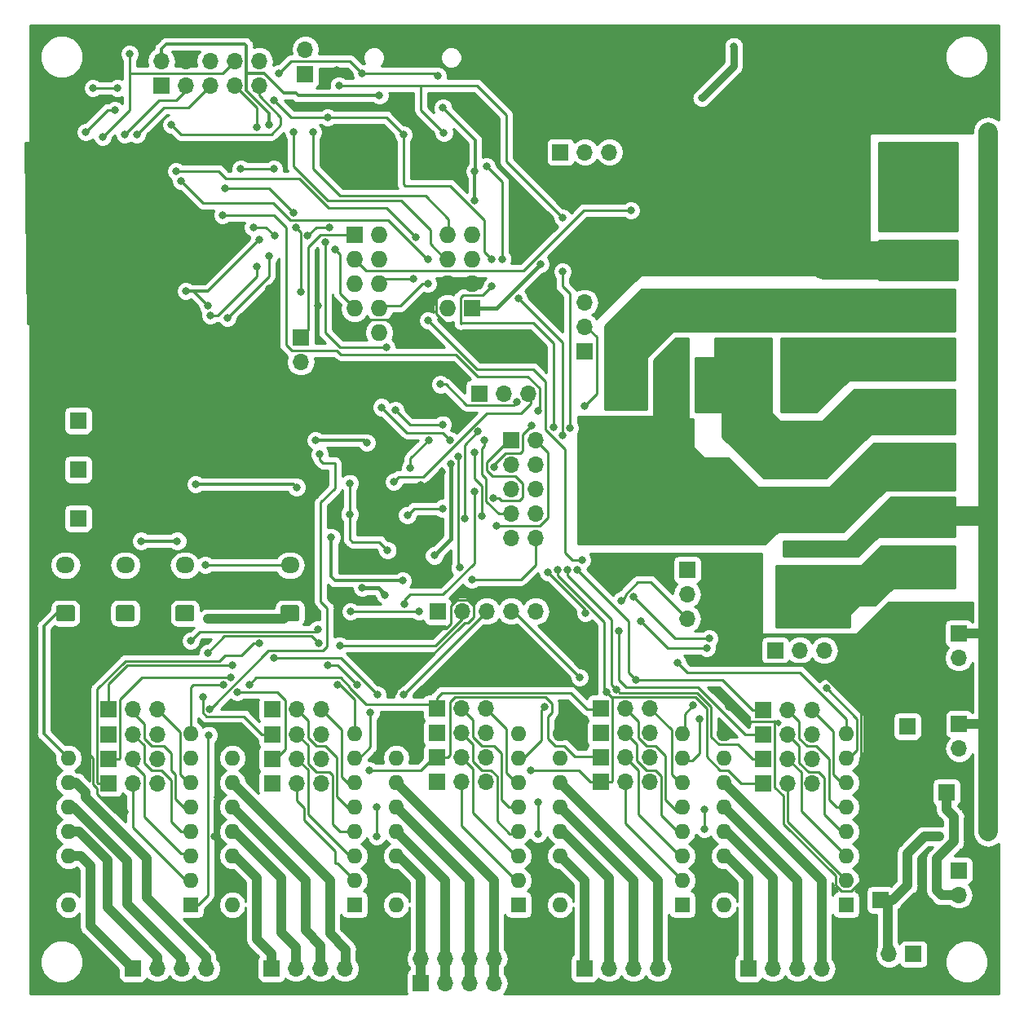
<source format=gbl>
G04 #@! TF.GenerationSoftware,KiCad,Pcbnew,5.0.2-bee76a0~70~ubuntu18.04.1*
G04 #@! TF.CreationDate,2019-12-09T08:46:58+09:00*
G04 #@! TF.ProjectId,MRR_ESPE,4d52525f-4553-4504-952e-6b696361645f,v0.5rev1*
G04 #@! TF.SameCoordinates,Original*
G04 #@! TF.FileFunction,Copper,L2,Bot*
G04 #@! TF.FilePolarity,Positive*
%FSLAX46Y46*%
G04 Gerber Fmt 4.6, Leading zero omitted, Abs format (unit mm)*
G04 Created by KiCad (PCBNEW 5.0.2-bee76a0~70~ubuntu18.04.1) date Mon 09 Dec 2019 08:46:58 AM JST*
%MOMM*%
%LPD*%
G01*
G04 APERTURE LIST*
G04 #@! TA.AperFunction,ComponentPad*
%ADD10O,1.700000X1.700000*%
G04 #@! TD*
G04 #@! TA.AperFunction,ComponentPad*
%ADD11R,1.700000X1.700000*%
G04 #@! TD*
G04 #@! TA.AperFunction,ComponentPad*
%ADD12C,1.450000*%
G04 #@! TD*
G04 #@! TA.AperFunction,ComponentPad*
%ADD13O,1.200000X1.900000*%
G04 #@! TD*
G04 #@! TA.AperFunction,ComponentPad*
%ADD14O,1.727200X1.727200*%
G04 #@! TD*
G04 #@! TA.AperFunction,ComponentPad*
%ADD15R,1.727200X1.727200*%
G04 #@! TD*
G04 #@! TA.AperFunction,ComponentPad*
%ADD16C,2.600000*%
G04 #@! TD*
G04 #@! TA.AperFunction,ComponentPad*
%ADD17R,2.600000X2.600000*%
G04 #@! TD*
G04 #@! TA.AperFunction,ViaPad*
%ADD18C,0.600000*%
G04 #@! TD*
G04 #@! TA.AperFunction,Conductor*
%ADD19R,4.500000X2.950000*%
G04 #@! TD*
G04 #@! TA.AperFunction,ComponentPad*
%ADD20O,1.600000X1.600000*%
G04 #@! TD*
G04 #@! TA.AperFunction,ComponentPad*
%ADD21R,1.600000X1.600000*%
G04 #@! TD*
G04 #@! TA.AperFunction,Conductor*
%ADD22C,0.100000*%
G04 #@! TD*
G04 #@! TA.AperFunction,ComponentPad*
%ADD23C,1.700000*%
G04 #@! TD*
G04 #@! TA.AperFunction,ComponentPad*
%ADD24O,1.950000X1.700000*%
G04 #@! TD*
G04 #@! TA.AperFunction,ViaPad*
%ADD25C,0.800000*%
G04 #@! TD*
G04 #@! TA.AperFunction,Conductor*
%ADD26C,4.000000*%
G04 #@! TD*
G04 #@! TA.AperFunction,Conductor*
%ADD27C,0.250000*%
G04 #@! TD*
G04 #@! TA.AperFunction,Conductor*
%ADD28C,2.000000*%
G04 #@! TD*
G04 #@! TA.AperFunction,Conductor*
%ADD29C,1.000000*%
G04 #@! TD*
G04 #@! TA.AperFunction,Conductor*
%ADD30C,0.800000*%
G04 #@! TD*
G04 #@! TA.AperFunction,Conductor*
%ADD31C,0.300000*%
G04 #@! TD*
G04 #@! TA.AperFunction,Conductor*
%ADD32C,0.400000*%
G04 #@! TD*
G04 #@! TA.AperFunction,Conductor*
%ADD33C,0.254000*%
G04 #@! TD*
G04 APERTURE END LIST*
D10*
G04 #@! TO.P,J11,10*
G04 #@! TO.N,Q159*
X93218000Y-93980000D03*
G04 #@! TO.P,J11,9*
G04 #@! TO.N,Q158*
X90678000Y-93980000D03*
G04 #@! TO.P,J11,8*
G04 #@! TO.N,Q157*
X93218000Y-91440000D03*
G04 #@! TO.P,J11,7*
G04 #@! TO.N,Q156*
X90678000Y-91440000D03*
G04 #@! TO.P,J11,6*
G04 #@! TO.N,Q155*
X93218000Y-88900000D03*
G04 #@! TO.P,J11,5*
G04 #@! TO.N,Q154*
X90678000Y-88900000D03*
G04 #@! TO.P,J11,4*
G04 #@! TO.N,Q153*
X93218000Y-86360000D03*
G04 #@! TO.P,J11,3*
G04 #@! TO.N,Q152*
X90678000Y-86360000D03*
G04 #@! TO.P,J11,2*
G04 #@! TO.N,Q150*
X93218000Y-83820000D03*
D11*
G04 #@! TO.P,J11,1*
G04 #@! TO.N,Q143*
X90678000Y-83820000D03*
G04 #@! TD*
D12*
G04 #@! TO.P,J16,6*
G04 #@! TO.N,GND*
X99100000Y-44862500D03*
X94100000Y-44862500D03*
D13*
X100100000Y-42162500D03*
X93100000Y-42162500D03*
G04 #@! TD*
D14*
G04 #@! TO.P,J15,8*
G04 #@! TO.N,UART-*
X84074000Y-62484000D03*
G04 #@! TO.P,J15,7*
G04 #@! TO.N,N/C*
X86614000Y-62484000D03*
G04 #@! TO.P,J15,6*
G04 #@! TO.N,UART+*
X84074000Y-65024000D03*
G04 #@! TO.P,J15,5*
G04 #@! TO.N,N/C*
X86614000Y-65024000D03*
G04 #@! TO.P,J15,4*
G04 #@! TO.N,GND*
X84074000Y-67564000D03*
G04 #@! TO.P,J15,3*
X86614000Y-67564000D03*
G04 #@! TO.P,J15,2*
G04 #@! TO.N,+5V*
X84074000Y-70104000D03*
D15*
G04 #@! TO.P,J15,1*
X86614000Y-70104000D03*
G04 #@! TD*
D16*
G04 #@! TO.P,J3,2*
G04 #@! TO.N,Net-(D1-Pad1)*
X131017000Y-86056000D03*
D17*
G04 #@! TO.P,J3,1*
G04 #@! TO.N,VBED*
X131017000Y-80976000D03*
G04 #@! TD*
D16*
G04 #@! TO.P,J9,4*
G04 #@! TO.N,Net-(F2-Pad2)*
X131017000Y-75316000D03*
G04 #@! TO.P,J9,3*
G04 #@! TO.N,GNDD*
X131017000Y-70236000D03*
G04 #@! TO.P,J9,2*
G04 #@! TO.N,GND*
X131017000Y-65156000D03*
D17*
G04 #@! TO.P,J9,1*
G04 #@! TO.N,Net-(F1-Pad2)*
X131017000Y-60076000D03*
G04 #@! TD*
D11*
G04 #@! TO.P,J10,1*
G04 #@! TO.N,VIN*
X137160000Y-103886000D03*
D10*
G04 #@! TO.P,J10,2*
G04 #@! TO.N,Net-(J10-Pad2)*
X137160000Y-106426000D03*
G04 #@! TD*
G04 #@! TO.P,J21,4*
G04 #@! TO.N,Net-(J21-Pad4)*
X59020000Y-138684000D03*
G04 #@! TO.P,J21,3*
G04 #@! TO.N,Net-(J21-Pad3)*
X56480000Y-138684000D03*
G04 #@! TO.P,J21,2*
G04 #@! TO.N,Net-(J21-Pad2)*
X53940000Y-138684000D03*
D11*
G04 #@! TO.P,J21,1*
G04 #@! TO.N,Net-(J21-Pad1)*
X51400000Y-138684000D03*
G04 #@! TD*
D10*
G04 #@! TO.P,J23,4*
G04 #@! TO.N,Net-(J23-Pad4)*
X73420000Y-138684000D03*
G04 #@! TO.P,J23,3*
G04 #@! TO.N,Net-(J23-Pad3)*
X70880000Y-138684000D03*
G04 #@! TO.P,J23,2*
G04 #@! TO.N,Net-(J23-Pad2)*
X68340000Y-138684000D03*
D11*
G04 #@! TO.P,J23,1*
G04 #@! TO.N,Net-(J23-Pad1)*
X65800000Y-138684000D03*
G04 #@! TD*
D10*
G04 #@! TO.P,J24,4*
G04 #@! TO.N,Net-(J24-Pad4)*
X105918000Y-138684000D03*
G04 #@! TO.P,J24,3*
G04 #@! TO.N,Net-(J24-Pad3)*
X103378000Y-138684000D03*
G04 #@! TO.P,J24,2*
G04 #@! TO.N,Net-(J24-Pad2)*
X100838000Y-138684000D03*
D11*
G04 #@! TO.P,J24,1*
G04 #@! TO.N,Net-(J24-Pad1)*
X98298000Y-138684000D03*
G04 #@! TD*
D10*
G04 #@! TO.P,JP1,3*
G04 #@! TO.N,+3V3*
X53952497Y-119435353D03*
G04 #@! TO.P,JP1,2*
G04 #@! TO.N,X_MS1*
X51412497Y-119435353D03*
D11*
G04 #@! TO.P,JP1,1*
G04 #@! TO.N,MOSI*
X48872497Y-119435353D03*
G04 #@! TD*
D10*
G04 #@! TO.P,JP2,3*
G04 #@! TO.N,+3V3*
X70967289Y-119432248D03*
G04 #@! TO.P,JP2,2*
G04 #@! TO.N,Y_MS1*
X68427289Y-119432248D03*
D11*
G04 #@! TO.P,JP2,1*
G04 #@! TO.N,MOSI*
X65887289Y-119432248D03*
G04 #@! TD*
D10*
G04 #@! TO.P,JP3,3*
G04 #@! TO.N,+3V3*
X88032890Y-119309218D03*
G04 #@! TO.P,JP3,2*
G04 #@! TO.N,Z_MS1*
X85492890Y-119309218D03*
D11*
G04 #@! TO.P,JP3,1*
G04 #@! TO.N,MOSI*
X82952890Y-119309218D03*
G04 #@! TD*
D10*
G04 #@! TO.P,JP4,3*
G04 #@! TO.N,+3V3*
X105089499Y-119287981D03*
G04 #@! TO.P,JP4,2*
G04 #@! TO.N,E0_MS1*
X102549499Y-119287981D03*
D11*
G04 #@! TO.P,JP4,1*
G04 #@! TO.N,MOSI*
X100009499Y-119287981D03*
G04 #@! TD*
D10*
G04 #@! TO.P,JP5,3*
G04 #@! TO.N,+3V3*
X53952497Y-116895353D03*
G04 #@! TO.P,JP5,2*
G04 #@! TO.N,X_MS2*
X51412497Y-116895353D03*
D11*
G04 #@! TO.P,JP5,1*
G04 #@! TO.N,SCK*
X48872497Y-116895353D03*
G04 #@! TD*
D10*
G04 #@! TO.P,JP6,3*
G04 #@! TO.N,+3V3*
X70967289Y-116892248D03*
G04 #@! TO.P,JP6,2*
G04 #@! TO.N,Y_MS2*
X68427289Y-116892248D03*
D11*
G04 #@! TO.P,JP6,1*
G04 #@! TO.N,SCK*
X65887289Y-116892248D03*
G04 #@! TD*
D10*
G04 #@! TO.P,JP7,3*
G04 #@! TO.N,+3V3*
X88032890Y-116769218D03*
G04 #@! TO.P,JP7,2*
G04 #@! TO.N,Z_MS2*
X85492890Y-116769218D03*
D11*
G04 #@! TO.P,JP7,1*
G04 #@! TO.N,SCK*
X82952890Y-116769218D03*
G04 #@! TD*
D10*
G04 #@! TO.P,JP8,3*
G04 #@! TO.N,+3V3*
X105089499Y-116741981D03*
G04 #@! TO.P,JP8,2*
G04 #@! TO.N,E0_MS2*
X102549499Y-116741981D03*
D11*
G04 #@! TO.P,JP8,1*
G04 #@! TO.N,SCK*
X100009499Y-116741981D03*
G04 #@! TD*
D10*
G04 #@! TO.P,JP9,3*
G04 #@! TO.N,+3V3*
X53952497Y-114355353D03*
G04 #@! TO.P,JP9,2*
G04 #@! TO.N,X_MS3*
X51412497Y-114355353D03*
D11*
G04 #@! TO.P,JP9,1*
G04 #@! TO.N,X_CS*
X48872497Y-114355353D03*
G04 #@! TD*
D10*
G04 #@! TO.P,JP10,3*
G04 #@! TO.N,+3V3*
X70967289Y-114352248D03*
G04 #@! TO.P,JP10,2*
G04 #@! TO.N,Y_MS3*
X68427289Y-114352248D03*
D11*
G04 #@! TO.P,JP10,1*
G04 #@! TO.N,Y_CS*
X65887289Y-114352248D03*
G04 #@! TD*
D10*
G04 #@! TO.P,JP11,3*
G04 #@! TO.N,+3V3*
X88032890Y-114229218D03*
G04 #@! TO.P,JP11,2*
G04 #@! TO.N,Z_MS3*
X85492890Y-114229218D03*
D11*
G04 #@! TO.P,JP11,1*
G04 #@! TO.N,Z_CS*
X82952890Y-114229218D03*
G04 #@! TD*
D10*
G04 #@! TO.P,JP12,3*
G04 #@! TO.N,+3V3*
X105077499Y-114201981D03*
G04 #@! TO.P,JP12,2*
G04 #@! TO.N,E0_MS3*
X102537499Y-114201981D03*
D11*
G04 #@! TO.P,JP12,1*
G04 #@! TO.N,E0_CS*
X99997499Y-114201981D03*
G04 #@! TD*
D10*
G04 #@! TO.P,JP13,3*
G04 #@! TO.N,X_SLP*
X53960497Y-111790353D03*
G04 #@! TO.P,JP13,2*
G04 #@! TO.N,X_RST*
X51420497Y-111790353D03*
D11*
G04 #@! TO.P,JP13,1*
G04 #@! TO.N,MISO*
X48880497Y-111790353D03*
G04 #@! TD*
D10*
G04 #@! TO.P,JP14,3*
G04 #@! TO.N,Y_SLP*
X70967289Y-111787248D03*
G04 #@! TO.P,JP14,2*
G04 #@! TO.N,Y_RST*
X68427289Y-111787248D03*
D11*
G04 #@! TO.P,JP14,1*
G04 #@! TO.N,MISO*
X65887289Y-111787248D03*
G04 #@! TD*
D10*
G04 #@! TO.P,JP15,3*
G04 #@! TO.N,Z_SLP*
X88032890Y-111664218D03*
G04 #@! TO.P,JP15,2*
G04 #@! TO.N,Z_RST*
X85492890Y-111664218D03*
D11*
G04 #@! TO.P,JP15,1*
G04 #@! TO.N,MISO*
X82952890Y-111664218D03*
G04 #@! TD*
D10*
G04 #@! TO.P,JP16,3*
G04 #@! TO.N,E0_SLP*
X105077499Y-111661981D03*
G04 #@! TO.P,JP16,2*
G04 #@! TO.N,E0_RST*
X102537499Y-111661981D03*
D11*
G04 #@! TO.P,JP16,1*
G04 #@! TO.N,MISO*
X99997499Y-111661981D03*
G04 #@! TD*
D18*
G04 #@! TO.N,GND*
G04 #@! TO.C,U2*
X105642000Y-46066000D03*
X106742000Y-46066000D03*
X106742000Y-44866000D03*
X105642000Y-44866000D03*
X109242000Y-46066000D03*
X108042000Y-46066000D03*
X108042000Y-44866000D03*
X109242000Y-44866000D03*
D19*
X107442000Y-45466000D03*
G04 #@! TD*
D20*
G04 #@! TO.P,U5,16*
G04 #@! TO.N,VIN*
X44704000Y-132080000D03*
G04 #@! TO.P,U5,8*
G04 #@! TO.N,Q130*
X57404000Y-114300000D03*
G04 #@! TO.P,U5,15*
G04 #@! TO.N,GND*
X44704000Y-129540000D03*
G04 #@! TO.P,U5,7*
G04 #@! TO.N,Q129*
X57404000Y-116840000D03*
G04 #@! TO.P,U5,14*
G04 #@! TO.N,Net-(J21-Pad1)*
X44704000Y-127000000D03*
G04 #@! TO.P,U5,6*
G04 #@! TO.N,X_SLP*
X57404000Y-119380000D03*
G04 #@! TO.P,U5,13*
G04 #@! TO.N,Net-(J21-Pad2)*
X44704000Y-124460000D03*
G04 #@! TO.P,U5,5*
G04 #@! TO.N,X_RST*
X57404000Y-121920000D03*
G04 #@! TO.P,U5,12*
G04 #@! TO.N,Net-(J21-Pad3)*
X44704000Y-121920000D03*
G04 #@! TO.P,U5,4*
G04 #@! TO.N,X_MS3*
X57404000Y-124460000D03*
G04 #@! TO.P,U5,11*
G04 #@! TO.N,Net-(J21-Pad4)*
X44704000Y-119380000D03*
G04 #@! TO.P,U5,3*
G04 #@! TO.N,X_MS2*
X57404000Y-127000000D03*
G04 #@! TO.P,U5,10*
G04 #@! TO.N,+3V3*
X44704000Y-116840000D03*
G04 #@! TO.P,U5,2*
G04 #@! TO.N,X_MS1*
X57404000Y-129540000D03*
G04 #@! TO.P,U5,9*
G04 #@! TO.N,GND*
X44704000Y-114300000D03*
D21*
G04 #@! TO.P,U5,1*
G04 #@! TO.N,Q128*
X57404000Y-132080000D03*
G04 #@! TD*
D20*
G04 #@! TO.P,U6,16*
G04 #@! TO.N,VIN*
X78740000Y-132080000D03*
G04 #@! TO.P,U6,8*
G04 #@! TO.N,Q136*
X91440000Y-114300000D03*
G04 #@! TO.P,U6,15*
G04 #@! TO.N,GND*
X78740000Y-129540000D03*
G04 #@! TO.P,U6,7*
G04 #@! TO.N,Q135*
X91440000Y-116840000D03*
G04 #@! TO.P,U6,14*
G04 #@! TO.N,Z_2B*
X78740000Y-127000000D03*
G04 #@! TO.P,U6,6*
G04 #@! TO.N,Z_SLP*
X91440000Y-119380000D03*
G04 #@! TO.P,U6,13*
G04 #@! TO.N,Z_2A*
X78740000Y-124460000D03*
G04 #@! TO.P,U6,5*
G04 #@! TO.N,Z_RST*
X91440000Y-121920000D03*
G04 #@! TO.P,U6,12*
G04 #@! TO.N,Z_1B*
X78740000Y-121920000D03*
G04 #@! TO.P,U6,4*
G04 #@! TO.N,Z_MS3*
X91440000Y-124460000D03*
G04 #@! TO.P,U6,11*
G04 #@! TO.N,Z_1A*
X78740000Y-119380000D03*
G04 #@! TO.P,U6,3*
G04 #@! TO.N,Z_MS2*
X91440000Y-127000000D03*
G04 #@! TO.P,U6,10*
G04 #@! TO.N,+3V3*
X78740000Y-116840000D03*
G04 #@! TO.P,U6,2*
G04 #@! TO.N,Z_MS1*
X91440000Y-129540000D03*
G04 #@! TO.P,U6,9*
G04 #@! TO.N,GND*
X78740000Y-114300000D03*
D21*
G04 #@! TO.P,U6,1*
G04 #@! TO.N,Q134*
X91440000Y-132080000D03*
G04 #@! TD*
D20*
G04 #@! TO.P,U8,16*
G04 #@! TO.N,VIN*
X61722000Y-132080000D03*
G04 #@! TO.P,U8,8*
G04 #@! TO.N,Q133*
X74422000Y-114300000D03*
G04 #@! TO.P,U8,15*
G04 #@! TO.N,GND*
X61722000Y-129540000D03*
G04 #@! TO.P,U8,7*
G04 #@! TO.N,Q132*
X74422000Y-116840000D03*
G04 #@! TO.P,U8,14*
G04 #@! TO.N,Net-(J23-Pad1)*
X61722000Y-127000000D03*
G04 #@! TO.P,U8,6*
G04 #@! TO.N,Y_SLP*
X74422000Y-119380000D03*
G04 #@! TO.P,U8,13*
G04 #@! TO.N,Net-(J23-Pad2)*
X61722000Y-124460000D03*
G04 #@! TO.P,U8,5*
G04 #@! TO.N,Y_RST*
X74422000Y-121920000D03*
G04 #@! TO.P,U8,12*
G04 #@! TO.N,Net-(J23-Pad3)*
X61722000Y-121920000D03*
G04 #@! TO.P,U8,4*
G04 #@! TO.N,Y_MS3*
X74422000Y-124460000D03*
G04 #@! TO.P,U8,11*
G04 #@! TO.N,Net-(J23-Pad4)*
X61722000Y-119380000D03*
G04 #@! TO.P,U8,3*
G04 #@! TO.N,Y_MS2*
X74422000Y-127000000D03*
G04 #@! TO.P,U8,10*
G04 #@! TO.N,+3V3*
X61722000Y-116840000D03*
G04 #@! TO.P,U8,2*
G04 #@! TO.N,Y_MS1*
X74422000Y-129540000D03*
G04 #@! TO.P,U8,9*
G04 #@! TO.N,GND*
X61722000Y-114300000D03*
D21*
G04 #@! TO.P,U8,1*
G04 #@! TO.N,Q131*
X74422000Y-132080000D03*
G04 #@! TD*
D20*
G04 #@! TO.P,U9,16*
G04 #@! TO.N,VIN*
X95758000Y-132080000D03*
G04 #@! TO.P,U9,8*
G04 #@! TO.N,Q139*
X108458000Y-114300000D03*
G04 #@! TO.P,U9,15*
G04 #@! TO.N,GND*
X95758000Y-129540000D03*
G04 #@! TO.P,U9,7*
G04 #@! TO.N,Q138*
X108458000Y-116840000D03*
G04 #@! TO.P,U9,14*
G04 #@! TO.N,Net-(J24-Pad1)*
X95758000Y-127000000D03*
G04 #@! TO.P,U9,6*
G04 #@! TO.N,E0_SLP*
X108458000Y-119380000D03*
G04 #@! TO.P,U9,13*
G04 #@! TO.N,Net-(J24-Pad2)*
X95758000Y-124460000D03*
G04 #@! TO.P,U9,5*
G04 #@! TO.N,E0_RST*
X108458000Y-121920000D03*
G04 #@! TO.P,U9,12*
G04 #@! TO.N,Net-(J24-Pad3)*
X95758000Y-121920000D03*
G04 #@! TO.P,U9,4*
G04 #@! TO.N,E0_MS3*
X108458000Y-124460000D03*
G04 #@! TO.P,U9,11*
G04 #@! TO.N,Net-(J24-Pad4)*
X95758000Y-119380000D03*
G04 #@! TO.P,U9,3*
G04 #@! TO.N,E0_MS2*
X108458000Y-127000000D03*
G04 #@! TO.P,U9,10*
G04 #@! TO.N,+3V3*
X95758000Y-116840000D03*
G04 #@! TO.P,U9,2*
G04 #@! TO.N,E0_MS1*
X108458000Y-129540000D03*
G04 #@! TO.P,U9,9*
G04 #@! TO.N,GND*
X95758000Y-114300000D03*
D21*
G04 #@! TO.P,U9,1*
G04 #@! TO.N,Q137*
X108458000Y-132080000D03*
G04 #@! TD*
D16*
G04 #@! TO.P,J7,2*
G04 #@! TO.N,Net-(D3-Pad1)*
X131017000Y-96781000D03*
D17*
G04 #@! TO.P,J7,1*
G04 #@! TO.N,VIN*
X131017000Y-91701000D03*
G04 #@! TD*
D15*
G04 #@! TO.P,J26,1*
G04 #@! TO.N,BEEPER_PIN*
X74422000Y-62484000D03*
D14*
G04 #@! TO.P,J26,2*
G04 #@! TO.N,BTN_ENC*
X76962000Y-62484000D03*
G04 #@! TO.P,J26,3*
G04 #@! TO.N,BTN_EN1*
X74422000Y-65024000D03*
G04 #@! TO.P,J26,4*
G04 #@! TO.N,EN*
X76962000Y-65024000D03*
G04 #@! TO.P,J26,5*
G04 #@! TO.N,BTN_EN2*
X74422000Y-67564000D03*
G04 #@! TO.P,J26,6*
G04 #@! TO.N,LCD_PINS_D4*
X76962000Y-67564000D03*
G04 #@! TO.P,J26,7*
G04 #@! TO.N,LCD_PINS_RS*
X74422000Y-70104000D03*
G04 #@! TO.P,J26,8*
G04 #@! TO.N,LCD_PINS_EN*
X76962000Y-70104000D03*
G04 #@! TO.P,J26,9*
G04 #@! TO.N,GND*
X74422000Y-72644000D03*
G04 #@! TO.P,J26,10*
G04 #@! TO.N,+5V*
X76962000Y-72644000D03*
G04 #@! TD*
D11*
G04 #@! TO.P,J25,1*
G04 #@! TO.N,Net-(J25-Pad1)*
X115316000Y-138684000D03*
D10*
G04 #@! TO.P,J25,2*
G04 #@! TO.N,Net-(J25-Pad2)*
X117856000Y-138684000D03*
G04 #@! TO.P,J25,3*
G04 #@! TO.N,Net-(J25-Pad3)*
X120396000Y-138684000D03*
G04 #@! TO.P,J25,4*
G04 #@! TO.N,Net-(J25-Pad4)*
X122936000Y-138684000D03*
G04 #@! TD*
D11*
G04 #@! TO.P,J22,1*
G04 #@! TO.N,Z_2B*
X81280000Y-140208000D03*
D10*
G04 #@! TO.P,J22,2*
X81280000Y-137668000D03*
G04 #@! TO.P,J22,3*
G04 #@! TO.N,Z_2A*
X83820000Y-140208000D03*
G04 #@! TO.P,J22,4*
X83820000Y-137668000D03*
G04 #@! TO.P,J22,5*
G04 #@! TO.N,Z_1B*
X86360000Y-140208000D03*
G04 #@! TO.P,J22,6*
X86360000Y-137668000D03*
G04 #@! TO.P,J22,7*
G04 #@! TO.N,Z_1A*
X88900000Y-140208000D03*
G04 #@! TO.P,J22,8*
X88900000Y-137668000D03*
G04 #@! TD*
G04 #@! TO.P,J17,2*
G04 #@! TO.N,Net-(J17-Pad2)*
X137200000Y-115840000D03*
D11*
G04 #@! TO.P,J17,1*
G04 #@! TO.N,VIN*
X137200000Y-113300000D03*
G04 #@! TD*
D10*
G04 #@! TO.P,J18,2*
G04 #@! TO.N,Net-(J18-Pad2)*
X137160000Y-131064000D03*
D11*
G04 #@! TO.P,J18,1*
G04 #@! TO.N,VIN*
X137160000Y-128524000D03*
G04 #@! TD*
G04 #@! TO.P,J19,1*
G04 #@! TO.N,VIN*
X132461289Y-137195369D03*
D10*
G04 #@! TO.P,J19,2*
G04 #@! TO.N,Net-(J19-Pad2)*
X129921289Y-137195369D03*
G04 #@! TD*
D11*
G04 #@! TO.P,J20,1*
G04 #@! TO.N,X_CS*
X83058000Y-101600000D03*
D10*
G04 #@! TO.P,J20,2*
G04 #@! TO.N,Y_CS*
X85598000Y-101600000D03*
G04 #@! TO.P,J20,3*
G04 #@! TO.N,Z_CS*
X88138000Y-101600000D03*
G04 #@! TO.P,J20,4*
G04 #@! TO.N,E0_CS*
X90678000Y-101600000D03*
G04 #@! TO.P,J20,5*
G04 #@! TO.N,E1_CS*
X93218000Y-101600000D03*
G04 #@! TD*
D11*
G04 #@! TO.P,JP17,1*
G04 #@! TO.N,BEEPER_PIN*
X68834000Y-73152000D03*
D10*
G04 #@! TO.P,JP17,2*
G04 #@! TO.N,Q151*
X68834000Y-75692000D03*
G04 #@! TD*
G04 #@! TO.P,JP18,3*
G04 #@! TO.N,Q144*
X92456000Y-78994000D03*
G04 #@! TO.P,JP18,2*
G04 #@! TO.N,BED_EXT_IN*
X89916000Y-78994000D03*
D11*
G04 #@! TO.P,JP18,1*
G04 #@! TO.N,HEATER_BED*
X87376000Y-78994000D03*
G04 #@! TD*
G04 #@! TO.P,JP19,1*
G04 #@! TO.N,PART_FAN*
X118110000Y-105664000D03*
D10*
G04 #@! TO.P,JP19,2*
G04 #@! TO.N,TO_FAN_E0*
X120650000Y-105664000D03*
G04 #@! TO.P,JP19,3*
G04 #@! TO.N,Q146*
X123190000Y-105664000D03*
G04 #@! TD*
G04 #@! TO.P,JP20,3*
G04 #@! TO.N,Q145*
X108966000Y-102362000D03*
G04 #@! TO.P,JP20,2*
G04 #@! TO.N,TO_HEATER_E0*
X108966000Y-99822000D03*
D11*
G04 #@! TO.P,JP20,1*
G04 #@! TO.N,HEATER_E0*
X108966000Y-97282000D03*
G04 #@! TD*
G04 #@! TO.P,JP21,1*
G04 #@! TO.N,Net-(J17-Pad2)*
X131826000Y-113538000D03*
D10*
G04 #@! TO.P,JP21,2*
G04 #@! TO.N,GND*
X129286000Y-113538000D03*
G04 #@! TD*
D11*
G04 #@! TO.P,JP22,1*
G04 #@! TO.N,MOSI*
X116884785Y-119483143D03*
D10*
G04 #@! TO.P,JP22,2*
G04 #@! TO.N,E1_MS1*
X119424785Y-119483143D03*
G04 #@! TO.P,JP22,3*
G04 #@! TO.N,+3V3*
X121964785Y-119483143D03*
G04 #@! TD*
D11*
G04 #@! TO.P,JP23,1*
G04 #@! TO.N,Net-(J18-Pad2)*
X135890000Y-120396000D03*
D10*
G04 #@! TO.P,JP23,2*
G04 #@! TO.N,GND*
X133350000Y-120396000D03*
G04 #@! TD*
G04 #@! TO.P,JP24,2*
G04 #@! TO.N,GND*
X129032000Y-129032000D03*
D11*
G04 #@! TO.P,JP24,1*
G04 #@! TO.N,Net-(J19-Pad2)*
X129032000Y-131572000D03*
G04 #@! TD*
D10*
G04 #@! TO.P,JP25,3*
G04 #@! TO.N,+3V3*
X121964785Y-116943143D03*
G04 #@! TO.P,JP25,2*
G04 #@! TO.N,E1_MS2*
X119424785Y-116943143D03*
D11*
G04 #@! TO.P,JP25,1*
G04 #@! TO.N,SCK*
X116884785Y-116943143D03*
G04 #@! TD*
G04 #@! TO.P,JP26,1*
G04 #@! TO.N,E1_CS*
X116884785Y-114403143D03*
D10*
G04 #@! TO.P,JP26,2*
G04 #@! TO.N,E1_MS3*
X119424785Y-114403143D03*
G04 #@! TO.P,JP26,3*
G04 #@! TO.N,+3V3*
X121964785Y-114403143D03*
G04 #@! TD*
D11*
G04 #@! TO.P,JP27,1*
G04 #@! TO.N,MISO*
X116884785Y-111863143D03*
D10*
G04 #@! TO.P,JP27,2*
G04 #@! TO.N,E1_RST*
X119424785Y-111863143D03*
G04 #@! TO.P,JP27,3*
G04 #@! TO.N,E1_SLP*
X121964785Y-111863143D03*
G04 #@! TD*
D21*
G04 #@! TO.P,U11,1*
G04 #@! TO.N,Q140*
X125476000Y-132080000D03*
D20*
G04 #@! TO.P,U11,9*
G04 #@! TO.N,GND*
X112776000Y-114300000D03*
G04 #@! TO.P,U11,2*
G04 #@! TO.N,E1_MS1*
X125476000Y-129540000D03*
G04 #@! TO.P,U11,10*
G04 #@! TO.N,+3V3*
X112776000Y-116840000D03*
G04 #@! TO.P,U11,3*
G04 #@! TO.N,E1_MS2*
X125476000Y-127000000D03*
G04 #@! TO.P,U11,11*
G04 #@! TO.N,Net-(J25-Pad4)*
X112776000Y-119380000D03*
G04 #@! TO.P,U11,4*
G04 #@! TO.N,E1_MS3*
X125476000Y-124460000D03*
G04 #@! TO.P,U11,12*
G04 #@! TO.N,Net-(J25-Pad3)*
X112776000Y-121920000D03*
G04 #@! TO.P,U11,5*
G04 #@! TO.N,E1_RST*
X125476000Y-121920000D03*
G04 #@! TO.P,U11,13*
G04 #@! TO.N,Net-(J25-Pad2)*
X112776000Y-124460000D03*
G04 #@! TO.P,U11,6*
G04 #@! TO.N,E1_SLP*
X125476000Y-119380000D03*
G04 #@! TO.P,U11,14*
G04 #@! TO.N,Net-(J25-Pad1)*
X112776000Y-127000000D03*
G04 #@! TO.P,U11,7*
G04 #@! TO.N,Q141*
X125476000Y-116840000D03*
G04 #@! TO.P,U11,15*
G04 #@! TO.N,GND*
X112776000Y-129540000D03*
G04 #@! TO.P,U11,8*
G04 #@! TO.N,Q142*
X125476000Y-114300000D03*
G04 #@! TO.P,U11,16*
G04 #@! TO.N,VIN*
X112776000Y-132080000D03*
G04 #@! TD*
D11*
G04 #@! TO.P,JP29,1*
G04 #@! TO.N,IO5*
X69300000Y-45800000D03*
D10*
G04 #@! TO.P,JP29,2*
G04 #@! TO.N,SS*
X69300000Y-43260000D03*
G04 #@! TD*
D11*
G04 #@! TO.P,J14,1*
G04 #@! TO.N,MOSI*
X54356000Y-46990000D03*
D10*
G04 #@! TO.P,J14,2*
G04 #@! TO.N,+3V3*
X54356000Y-44450000D03*
G04 #@! TO.P,J14,3*
G04 #@! TO.N,MISO*
X56896000Y-46990000D03*
G04 #@! TO.P,J14,4*
G04 #@! TO.N,GND*
X56896000Y-44450000D03*
G04 #@! TO.P,J14,5*
G04 #@! TO.N,SCK*
X59436000Y-46990000D03*
G04 #@! TO.P,J14,6*
G04 #@! TO.N,SCL*
X59436000Y-44450000D03*
G04 #@! TO.P,J14,7*
G04 #@! TO.N,BTN_EN1*
X61976000Y-46990000D03*
G04 #@! TO.P,J14,8*
G04 #@! TO.N,SDA*
X61976000Y-44450000D03*
G04 #@! TO.P,J14,9*
G04 #@! TO.N,IO5*
X64516000Y-46990000D03*
G04 #@! TO.P,J14,10*
G04 #@! TO.N,N/C*
X64516000Y-44450000D03*
G04 #@! TD*
D11*
G04 #@! TO.P,JP30,1*
G04 #@! TO.N,Net-(JP30-Pad1)*
X98300000Y-74600000D03*
D10*
G04 #@! TO.P,JP30,2*
G04 #@! TO.N,TO_HEATER_BED*
X98300000Y-72060000D03*
G04 #@! TO.P,JP30,3*
G04 #@! TO.N,Net-(JP30-Pad3)*
X98300000Y-69520000D03*
G04 #@! TD*
D22*
G04 #@! TO.N,+3V3*
G04 #@! TO.C,J1*
G36*
X45149504Y-100951204D02*
X45173773Y-100954804D01*
X45197571Y-100960765D01*
X45220671Y-100969030D01*
X45242849Y-100979520D01*
X45263893Y-100992133D01*
X45283598Y-101006747D01*
X45301777Y-101023223D01*
X45318253Y-101041402D01*
X45332867Y-101061107D01*
X45345480Y-101082151D01*
X45355970Y-101104329D01*
X45364235Y-101127429D01*
X45370196Y-101151227D01*
X45373796Y-101175496D01*
X45375000Y-101200000D01*
X45375000Y-102400000D01*
X45373796Y-102424504D01*
X45370196Y-102448773D01*
X45364235Y-102472571D01*
X45355970Y-102495671D01*
X45345480Y-102517849D01*
X45332867Y-102538893D01*
X45318253Y-102558598D01*
X45301777Y-102576777D01*
X45283598Y-102593253D01*
X45263893Y-102607867D01*
X45242849Y-102620480D01*
X45220671Y-102630970D01*
X45197571Y-102639235D01*
X45173773Y-102645196D01*
X45149504Y-102648796D01*
X45125000Y-102650000D01*
X43675000Y-102650000D01*
X43650496Y-102648796D01*
X43626227Y-102645196D01*
X43602429Y-102639235D01*
X43579329Y-102630970D01*
X43557151Y-102620480D01*
X43536107Y-102607867D01*
X43516402Y-102593253D01*
X43498223Y-102576777D01*
X43481747Y-102558598D01*
X43467133Y-102538893D01*
X43454520Y-102517849D01*
X43444030Y-102495671D01*
X43435765Y-102472571D01*
X43429804Y-102448773D01*
X43426204Y-102424504D01*
X43425000Y-102400000D01*
X43425000Y-101200000D01*
X43426204Y-101175496D01*
X43429804Y-101151227D01*
X43435765Y-101127429D01*
X43444030Y-101104329D01*
X43454520Y-101082151D01*
X43467133Y-101061107D01*
X43481747Y-101041402D01*
X43498223Y-101023223D01*
X43516402Y-101006747D01*
X43536107Y-100992133D01*
X43557151Y-100979520D01*
X43579329Y-100969030D01*
X43602429Y-100960765D01*
X43626227Y-100954804D01*
X43650496Y-100951204D01*
X43675000Y-100950000D01*
X45125000Y-100950000D01*
X45149504Y-100951204D01*
X45149504Y-100951204D01*
G37*
D23*
G04 #@! TD*
G04 #@! TO.P,J1,1*
G04 #@! TO.N,+3V3*
X44400000Y-101800000D03*
D24*
G04 #@! TO.P,J1,2*
G04 #@! TO.N,GND*
X44400000Y-99300000D03*
G04 #@! TO.P,J1,3*
G04 #@! TO.N,X_MIN*
X44400000Y-96800000D03*
G04 #@! TD*
G04 #@! TO.P,J2,3*
G04 #@! TO.N,Z_MIN*
X56800000Y-96800000D03*
G04 #@! TO.P,J2,2*
G04 #@! TO.N,GND*
X56800000Y-99300000D03*
D22*
G04 #@! TD*
G04 #@! TO.N,+3V3*
G04 #@! TO.C,J2*
G36*
X57549504Y-100951204D02*
X57573773Y-100954804D01*
X57597571Y-100960765D01*
X57620671Y-100969030D01*
X57642849Y-100979520D01*
X57663893Y-100992133D01*
X57683598Y-101006747D01*
X57701777Y-101023223D01*
X57718253Y-101041402D01*
X57732867Y-101061107D01*
X57745480Y-101082151D01*
X57755970Y-101104329D01*
X57764235Y-101127429D01*
X57770196Y-101151227D01*
X57773796Y-101175496D01*
X57775000Y-101200000D01*
X57775000Y-102400000D01*
X57773796Y-102424504D01*
X57770196Y-102448773D01*
X57764235Y-102472571D01*
X57755970Y-102495671D01*
X57745480Y-102517849D01*
X57732867Y-102538893D01*
X57718253Y-102558598D01*
X57701777Y-102576777D01*
X57683598Y-102593253D01*
X57663893Y-102607867D01*
X57642849Y-102620480D01*
X57620671Y-102630970D01*
X57597571Y-102639235D01*
X57573773Y-102645196D01*
X57549504Y-102648796D01*
X57525000Y-102650000D01*
X56075000Y-102650000D01*
X56050496Y-102648796D01*
X56026227Y-102645196D01*
X56002429Y-102639235D01*
X55979329Y-102630970D01*
X55957151Y-102620480D01*
X55936107Y-102607867D01*
X55916402Y-102593253D01*
X55898223Y-102576777D01*
X55881747Y-102558598D01*
X55867133Y-102538893D01*
X55854520Y-102517849D01*
X55844030Y-102495671D01*
X55835765Y-102472571D01*
X55829804Y-102448773D01*
X55826204Y-102424504D01*
X55825000Y-102400000D01*
X55825000Y-101200000D01*
X55826204Y-101175496D01*
X55829804Y-101151227D01*
X55835765Y-101127429D01*
X55844030Y-101104329D01*
X55854520Y-101082151D01*
X55867133Y-101061107D01*
X55881747Y-101041402D01*
X55898223Y-101023223D01*
X55916402Y-101006747D01*
X55936107Y-100992133D01*
X55957151Y-100979520D01*
X55979329Y-100969030D01*
X56002429Y-100960765D01*
X56026227Y-100954804D01*
X56050496Y-100951204D01*
X56075000Y-100950000D01*
X57525000Y-100950000D01*
X57549504Y-100951204D01*
X57549504Y-100951204D01*
G37*
D23*
G04 #@! TO.P,J2,1*
G04 #@! TO.N,+3V3*
X56800000Y-101800000D03*
G04 #@! TD*
D22*
G04 #@! TO.N,+3V3*
G04 #@! TO.C,J5*
G36*
X51349504Y-100951204D02*
X51373773Y-100954804D01*
X51397571Y-100960765D01*
X51420671Y-100969030D01*
X51442849Y-100979520D01*
X51463893Y-100992133D01*
X51483598Y-101006747D01*
X51501777Y-101023223D01*
X51518253Y-101041402D01*
X51532867Y-101061107D01*
X51545480Y-101082151D01*
X51555970Y-101104329D01*
X51564235Y-101127429D01*
X51570196Y-101151227D01*
X51573796Y-101175496D01*
X51575000Y-101200000D01*
X51575000Y-102400000D01*
X51573796Y-102424504D01*
X51570196Y-102448773D01*
X51564235Y-102472571D01*
X51555970Y-102495671D01*
X51545480Y-102517849D01*
X51532867Y-102538893D01*
X51518253Y-102558598D01*
X51501777Y-102576777D01*
X51483598Y-102593253D01*
X51463893Y-102607867D01*
X51442849Y-102620480D01*
X51420671Y-102630970D01*
X51397571Y-102639235D01*
X51373773Y-102645196D01*
X51349504Y-102648796D01*
X51325000Y-102650000D01*
X49875000Y-102650000D01*
X49850496Y-102648796D01*
X49826227Y-102645196D01*
X49802429Y-102639235D01*
X49779329Y-102630970D01*
X49757151Y-102620480D01*
X49736107Y-102607867D01*
X49716402Y-102593253D01*
X49698223Y-102576777D01*
X49681747Y-102558598D01*
X49667133Y-102538893D01*
X49654520Y-102517849D01*
X49644030Y-102495671D01*
X49635765Y-102472571D01*
X49629804Y-102448773D01*
X49626204Y-102424504D01*
X49625000Y-102400000D01*
X49625000Y-101200000D01*
X49626204Y-101175496D01*
X49629804Y-101151227D01*
X49635765Y-101127429D01*
X49644030Y-101104329D01*
X49654520Y-101082151D01*
X49667133Y-101061107D01*
X49681747Y-101041402D01*
X49698223Y-101023223D01*
X49716402Y-101006747D01*
X49736107Y-100992133D01*
X49757151Y-100979520D01*
X49779329Y-100969030D01*
X49802429Y-100960765D01*
X49826227Y-100954804D01*
X49850496Y-100951204D01*
X49875000Y-100950000D01*
X51325000Y-100950000D01*
X51349504Y-100951204D01*
X51349504Y-100951204D01*
G37*
D23*
G04 #@! TD*
G04 #@! TO.P,J5,1*
G04 #@! TO.N,+3V3*
X50600000Y-101800000D03*
D24*
G04 #@! TO.P,J5,2*
G04 #@! TO.N,GND*
X50600000Y-99300000D03*
G04 #@! TO.P,J5,3*
G04 #@! TO.N,Y_MIN*
X50600000Y-96800000D03*
G04 #@! TD*
G04 #@! TO.P,J6,3*
G04 #@! TO.N,Net-(D2-Pad1)*
X67700000Y-96800000D03*
G04 #@! TO.P,J6,2*
G04 #@! TO.N,GND*
X67700000Y-99300000D03*
D22*
G04 #@! TD*
G04 #@! TO.N,VIN*
G04 #@! TO.C,J6*
G36*
X68449504Y-100951204D02*
X68473773Y-100954804D01*
X68497571Y-100960765D01*
X68520671Y-100969030D01*
X68542849Y-100979520D01*
X68563893Y-100992133D01*
X68583598Y-101006747D01*
X68601777Y-101023223D01*
X68618253Y-101041402D01*
X68632867Y-101061107D01*
X68645480Y-101082151D01*
X68655970Y-101104329D01*
X68664235Y-101127429D01*
X68670196Y-101151227D01*
X68673796Y-101175496D01*
X68675000Y-101200000D01*
X68675000Y-102400000D01*
X68673796Y-102424504D01*
X68670196Y-102448773D01*
X68664235Y-102472571D01*
X68655970Y-102495671D01*
X68645480Y-102517849D01*
X68632867Y-102538893D01*
X68618253Y-102558598D01*
X68601777Y-102576777D01*
X68583598Y-102593253D01*
X68563893Y-102607867D01*
X68542849Y-102620480D01*
X68520671Y-102630970D01*
X68497571Y-102639235D01*
X68473773Y-102645196D01*
X68449504Y-102648796D01*
X68425000Y-102650000D01*
X66975000Y-102650000D01*
X66950496Y-102648796D01*
X66926227Y-102645196D01*
X66902429Y-102639235D01*
X66879329Y-102630970D01*
X66857151Y-102620480D01*
X66836107Y-102607867D01*
X66816402Y-102593253D01*
X66798223Y-102576777D01*
X66781747Y-102558598D01*
X66767133Y-102538893D01*
X66754520Y-102517849D01*
X66744030Y-102495671D01*
X66735765Y-102472571D01*
X66729804Y-102448773D01*
X66726204Y-102424504D01*
X66725000Y-102400000D01*
X66725000Y-101200000D01*
X66726204Y-101175496D01*
X66729804Y-101151227D01*
X66735765Y-101127429D01*
X66744030Y-101104329D01*
X66754520Y-101082151D01*
X66767133Y-101061107D01*
X66781747Y-101041402D01*
X66798223Y-101023223D01*
X66816402Y-101006747D01*
X66836107Y-100992133D01*
X66857151Y-100979520D01*
X66879329Y-100969030D01*
X66902429Y-100960765D01*
X66926227Y-100954804D01*
X66950496Y-100951204D01*
X66975000Y-100950000D01*
X68425000Y-100950000D01*
X68449504Y-100951204D01*
X68449504Y-100951204D01*
G37*
D23*
G04 #@! TO.P,J6,1*
G04 #@! TO.N,VIN*
X67700000Y-101800000D03*
G04 #@! TD*
D11*
G04 #@! TO.P,J8,1*
G04 #@! TO.N,IO34*
X45720000Y-91948000D03*
D10*
G04 #@! TO.P,J8,2*
G04 #@! TO.N,GND*
X43180000Y-91948000D03*
G04 #@! TD*
G04 #@! TO.P,J12,2*
G04 #@! TO.N,GND*
X43180000Y-86868000D03*
D11*
G04 #@! TO.P,J12,1*
G04 #@! TO.N,TEMP_BED_PIN*
X45720000Y-86868000D03*
G04 #@! TD*
G04 #@! TO.P,J13,1*
G04 #@! TO.N,TEMP_E0_PIN*
X45720000Y-81788000D03*
D10*
G04 #@! TO.P,J13,2*
G04 #@! TO.N,GND*
X43180000Y-81788000D03*
G04 #@! TD*
D11*
G04 #@! TO.P,JP28,1*
G04 #@! TO.N,Net-(D15-Pad1)*
X95800000Y-53900000D03*
D10*
G04 #@! TO.P,JP28,2*
G04 #@! TO.N,+5V*
X98340000Y-53900000D03*
G04 #@! TO.P,JP28,3*
G04 #@! TO.N,Net-(D14-Pad1)*
X100880000Y-53900000D03*
G04 #@! TD*
D25*
G04 #@! TO.N,GND*
X50750000Y-65150000D03*
X49200000Y-65250000D03*
X47150000Y-65300000D03*
X47400000Y-63900000D03*
X48900000Y-63450000D03*
X50600000Y-63400000D03*
X50550000Y-62150000D03*
X48800000Y-62200000D03*
X47000000Y-62250000D03*
X73900000Y-86900000D03*
X83500000Y-87100000D03*
X49784000Y-81026000D03*
X92710000Y-68834000D03*
X41148000Y-73914000D03*
X41402000Y-76454000D03*
X127000000Y-65156000D03*
X62400000Y-61600000D03*
X72644000Y-69850000D03*
X70612000Y-69850000D03*
X65532000Y-68072000D03*
X76454000Y-52324000D03*
X80264000Y-49276000D03*
X87122000Y-44958000D03*
X74930000Y-51816000D03*
X72644000Y-51816000D03*
X128016000Y-50800000D03*
X125984000Y-50546000D03*
X125730000Y-55880000D03*
X121920000Y-50546000D03*
X125984000Y-44196000D03*
X123952000Y-41910000D03*
X117348000Y-41656000D03*
X126746000Y-42164000D03*
X118364000Y-49022000D03*
X114554000Y-49022000D03*
X112014000Y-54102000D03*
X98900000Y-49300000D03*
X107950000Y-58420000D03*
X113284000Y-58928000D03*
X105300000Y-63800000D03*
X114554000Y-63500000D03*
X125730000Y-65156000D03*
X124714000Y-65156000D03*
X122682000Y-65278000D03*
X102000000Y-68000000D03*
X88392000Y-73152000D03*
X80264000Y-76962000D03*
X81000000Y-103378000D03*
X60198000Y-120904000D03*
X61976000Y-111252000D03*
X44704000Y-109474000D03*
X42926000Y-117602000D03*
X41910000Y-133858000D03*
X61700000Y-140800000D03*
X75438000Y-140462000D03*
X75438000Y-137922000D03*
X62100000Y-137100000D03*
X93726000Y-137922000D03*
X110998000Y-137922000D03*
X110490000Y-139954000D03*
X92710000Y-140716000D03*
X125984000Y-137668000D03*
X110744000Y-132842000D03*
X109982000Y-128016000D03*
X94234000Y-128270000D03*
X128016000Y-121158000D03*
X95250000Y-108966000D03*
X96012000Y-111760000D03*
X113284000Y-111506000D03*
X68326000Y-92202000D03*
X72136000Y-81026000D03*
X107442000Y-59690000D03*
X91186000Y-58420000D03*
X57150000Y-82804000D03*
X49784000Y-87630000D03*
X132588000Y-102616000D03*
X131318000Y-116840000D03*
X131572000Y-105664000D03*
X132588000Y-109220000D03*
X114300000Y-106426000D03*
X114808000Y-103378000D03*
X78486000Y-109982000D03*
X117348000Y-57404000D03*
X92964000Y-73152000D03*
X95250000Y-71120000D03*
X53340000Y-89408000D03*
X57404000Y-90678000D03*
X50546000Y-122428000D03*
X59907000Y-124968000D03*
X126492000Y-61976000D03*
X124714000Y-59182000D03*
X123952000Y-57912000D03*
X126746000Y-58420000D03*
X134874000Y-41148000D03*
X140970000Y-47244000D03*
X135382000Y-47752000D03*
X120142000Y-41402000D03*
X46228000Y-107950000D03*
X42926000Y-125984000D03*
X42926000Y-128524000D03*
X77216000Y-138938000D03*
X61214000Y-138684000D03*
X91948000Y-138430000D03*
X95250000Y-139700000D03*
X109474000Y-137414000D03*
X112522000Y-139954000D03*
X125984000Y-139954000D03*
X136144000Y-134112000D03*
X140208000Y-134620000D03*
X133096000Y-116586000D03*
X138300000Y-118700000D03*
X132334000Y-110236000D03*
X96012000Y-102616000D03*
X95504000Y-101346000D03*
X59944000Y-85090000D03*
X61722000Y-85852000D03*
X42418000Y-48260000D03*
X41402000Y-46228000D03*
X46482000Y-41656000D03*
X46990000Y-44704000D03*
X82700000Y-52800000D03*
X103378000Y-46736000D03*
X116586000Y-48514000D03*
X76454000Y-76962000D03*
X87122000Y-73914000D03*
X133858000Y-64262000D03*
X136144000Y-64008000D03*
X136144000Y-66294000D03*
X134874000Y-65278000D03*
X133858000Y-66294000D03*
X132842000Y-123698000D03*
X133604000Y-101854000D03*
X134874000Y-101600000D03*
X131572000Y-103886000D03*
X62738000Y-77978000D03*
X64008000Y-81026000D03*
X63754000Y-72390000D03*
X53340000Y-81788000D03*
X61468000Y-54102000D03*
X44958000Y-50038000D03*
X100838000Y-66548000D03*
X90500000Y-47400000D03*
X85400000Y-52600000D03*
X72600000Y-45400000D03*
X73800000Y-49200000D03*
X70400000Y-87200000D03*
X83100000Y-97900000D03*
X77500000Y-91600000D03*
X81300000Y-88500000D03*
X76300000Y-100500000D03*
X79500000Y-89600000D03*
X62300000Y-99300000D03*
X62100000Y-92700000D03*
X102400000Y-97300000D03*
X112800000Y-103400000D03*
X113000000Y-96600000D03*
X111700000Y-63500000D03*
G04 #@! TO.N,VIN*
X135128000Y-91701000D03*
X140208000Y-56896000D03*
X140208000Y-55372000D03*
X140208000Y-67310000D03*
X140208000Y-69088000D03*
X140208000Y-77470000D03*
X140208000Y-89154000D03*
X140208000Y-86868000D03*
X140208000Y-99822000D03*
X140208000Y-98298000D03*
X140208000Y-104902000D03*
X140208000Y-121920000D03*
X140208000Y-119126000D03*
X140208000Y-124460000D03*
X140100000Y-110600000D03*
X140208000Y-53086000D03*
X140208000Y-51816000D03*
X128270000Y-93218000D03*
X126746000Y-94488000D03*
X129032000Y-91694000D03*
X133604000Y-93472000D03*
X133604000Y-90170000D03*
X135890000Y-93472000D03*
X135890000Y-90170000D03*
X59182000Y-102362000D03*
G04 #@! TO.N,Net-(C10-Pad1)*
X110490000Y-48260000D03*
X113792000Y-42926000D03*
G04 #@! TO.N,+3V3*
X75692000Y-84074000D03*
X57912000Y-88392000D03*
X86868000Y-55880000D03*
X86868000Y-58891000D03*
X70358000Y-83820000D03*
X65532000Y-51054000D03*
X56896000Y-68326000D03*
X59182000Y-69850000D03*
X64516000Y-62992000D03*
X83590000Y-49300000D03*
X77000000Y-48006000D03*
X68400000Y-88700000D03*
X79400000Y-98400000D03*
X72000000Y-93900000D03*
X56000000Y-94300000D03*
X52245500Y-94300000D03*
G04 #@! TO.N,+5V*
X93726000Y-65532000D03*
X82700000Y-95800000D03*
X84422686Y-86247422D03*
X75200000Y-99150000D03*
X77600001Y-99900001D03*
G04 #@! TO.N,Net-(D1-Pad1)*
X107696000Y-83566000D03*
X105918000Y-83566000D03*
X104140000Y-83566000D03*
X102870000Y-83566000D03*
X101346000Y-83566000D03*
X99822000Y-83566000D03*
X107950000Y-91694000D03*
X106426000Y-91694000D03*
X105156000Y-91694000D03*
X103886000Y-91694000D03*
X102362000Y-91694000D03*
X101092000Y-91694000D03*
X99568000Y-91694000D03*
X108712000Y-90170000D03*
X107188000Y-90170000D03*
X105918000Y-90170000D03*
X104394000Y-90170000D03*
X103124000Y-90170000D03*
X101600000Y-90170000D03*
X100330000Y-90170000D03*
X98806000Y-90170000D03*
X107442000Y-88646000D03*
X105918000Y-88646000D03*
X104648000Y-88646000D03*
X102870000Y-88646000D03*
X101346000Y-88646000D03*
X99568000Y-88646000D03*
X108458000Y-87376000D03*
X106934000Y-87376000D03*
X105664000Y-87376000D03*
X103886000Y-87376000D03*
X102362000Y-87376000D03*
X100584000Y-87376000D03*
X98806000Y-87376000D03*
X107696000Y-85852000D03*
X106172000Y-85852000D03*
X104648000Y-85852000D03*
X103124000Y-85852000D03*
X101600000Y-85852000D03*
X99822000Y-85852000D03*
X108458000Y-84582000D03*
X106934000Y-84582000D03*
X105156000Y-84582000D03*
X103632000Y-84582000D03*
X102108000Y-84582000D03*
X100584000Y-84582000D03*
X99060000Y-84582000D03*
X114046000Y-90170000D03*
X112522000Y-91694000D03*
X115570000Y-91948000D03*
X100076000Y-93472000D03*
X102108000Y-93472000D03*
X103632000Y-93472000D03*
X104902000Y-93472000D03*
X106426000Y-93472000D03*
X135128000Y-85344000D03*
X135382000Y-87376000D03*
X133350000Y-87630000D03*
X133858000Y-86106000D03*
X128778000Y-87122000D03*
X127000000Y-88900000D03*
X125730000Y-90170000D03*
X124206000Y-91548001D03*
X121158000Y-91548001D03*
X122682000Y-91548001D03*
X119126000Y-91548001D03*
X117348000Y-91548001D03*
X114300000Y-93218000D03*
X113030000Y-93472000D03*
X111252000Y-93472000D03*
X109474000Y-93472000D03*
X108204000Y-93472000D03*
X110744000Y-90170000D03*
X112776000Y-88138000D03*
X114554000Y-88392000D03*
X110744000Y-91948000D03*
X110236000Y-88138000D03*
X116078000Y-89916000D03*
X117856000Y-90170000D03*
X116332000Y-93726000D03*
X120396000Y-89916000D03*
X122174000Y-89916000D03*
X123698000Y-89916000D03*
X125730000Y-91948000D03*
X122428000Y-92710000D03*
X118110000Y-92456000D03*
X125476000Y-88392000D03*
X127000000Y-87122000D03*
X128270000Y-85344000D03*
X128270000Y-89154000D03*
X133096000Y-84582000D03*
X130048000Y-88138000D03*
X112522000Y-89408000D03*
X113030000Y-86614000D03*
X109728000Y-86106000D03*
G04 #@! TO.N,Net-(D2-Pad1)*
X58928000Y-96774000D03*
G04 #@! TO.N,Net-(D3-Pad1)*
X123698000Y-102108000D03*
X122174000Y-102108000D03*
X120396000Y-102108000D03*
X124460000Y-100330000D03*
X122682000Y-100330000D03*
X121158000Y-100330000D03*
X119634000Y-100330000D03*
X123444000Y-99060000D03*
X121920000Y-99060000D03*
X120396000Y-99060000D03*
X124460000Y-97790000D03*
X122682000Y-97790000D03*
X121158000Y-97790000D03*
X119634000Y-97790000D03*
X134366000Y-96266000D03*
X133858000Y-98298000D03*
X135890000Y-98044000D03*
X127762000Y-98044000D03*
X126746000Y-100076000D03*
X128524000Y-96266000D03*
X129286000Y-99060000D03*
G04 #@! TO.N,VBED*
X116300000Y-78700000D03*
X116100000Y-77000000D03*
X110490000Y-80010000D03*
X110490000Y-75692000D03*
X113030000Y-77978000D03*
X113538000Y-75184000D03*
X114300000Y-76708000D03*
X114554000Y-78994000D03*
X113205500Y-80693500D03*
X115062000Y-80772000D03*
X115316000Y-84836000D03*
X117856000Y-86106000D03*
X117094000Y-83566000D03*
X121920000Y-83312000D03*
X120904000Y-87122000D03*
X119634000Y-84582000D03*
X124714000Y-84836000D03*
X127254000Y-81280000D03*
X126746000Y-83566000D03*
X125222000Y-82804000D03*
X111577000Y-77216000D03*
X133858000Y-79756000D03*
X134366000Y-82042000D03*
X135890000Y-80264000D03*
X115600000Y-74700000D03*
X116600000Y-81800000D03*
X122300000Y-85500000D03*
G04 #@! TO.N,Net-(F1-Pad2)*
X133350000Y-58420000D03*
X135128000Y-58420000D03*
X136398000Y-59436000D03*
X136144000Y-61468000D03*
X134620000Y-59944000D03*
X133858000Y-61468000D03*
X129540000Y-56388000D03*
X130810000Y-54102000D03*
X132842000Y-53594000D03*
X132080000Y-56388000D03*
X135890000Y-56642000D03*
X136144000Y-54356000D03*
G04 #@! TO.N,Net-(F2-Pad2)*
X120904000Y-78740000D03*
X120142000Y-76200000D03*
X119800000Y-77800000D03*
X119800000Y-79800000D03*
X120396000Y-74422000D03*
X122936000Y-74168000D03*
X123190000Y-76708000D03*
X122682000Y-78232000D03*
X121500000Y-77100000D03*
X126238000Y-75692000D03*
X124714000Y-77724000D03*
X128016000Y-74168000D03*
X128270000Y-76708000D03*
X133858000Y-76708000D03*
X135636000Y-76200000D03*
X135890000Y-74168000D03*
X134112000Y-74422000D03*
X122000000Y-79900000D03*
X124800000Y-74700000D03*
G04 #@! TO.N,MISO*
X50546000Y-52070000D03*
X103632000Y-108712000D03*
X63500000Y-109220000D03*
X61717347Y-107192653D03*
X96012000Y-60706000D03*
X97536000Y-97282000D03*
X96012000Y-66294000D03*
X96774000Y-82550000D03*
X83700000Y-51900000D03*
X72800000Y-46990000D03*
G04 #@! TO.N,SCK*
X51816000Y-52070000D03*
X66548000Y-45720000D03*
X83058000Y-45974000D03*
X61553001Y-108458000D03*
X62234653Y-109986653D03*
X101600000Y-109728000D03*
X75946000Y-118110000D03*
X88138000Y-55372000D03*
X89768685Y-65024000D03*
X91440000Y-69088000D03*
X96515347Y-97286653D03*
X96049000Y-83312000D03*
X75200000Y-45720000D03*
G04 #@! TO.N,MOSI*
X47244000Y-47244000D03*
X49784000Y-47244000D03*
X66040000Y-48514000D03*
X79500000Y-52100000D03*
X100584000Y-109982000D03*
X64516000Y-104902000D03*
X66035347Y-106430653D03*
X92747000Y-118110000D03*
X71628000Y-50292000D03*
X88646000Y-65024000D03*
X88646000Y-67818000D03*
X95122312Y-82498214D03*
X95495815Y-97288934D03*
X76765002Y-110236000D03*
G04 #@! TO.N,SDA*
X51054000Y-43688000D03*
X48260000Y-52324000D03*
G04 #@! TO.N,UART+*
X68072000Y-51816000D03*
G04 #@! TO.N,UART-*
X49530000Y-49530000D03*
X46486653Y-51820653D03*
X70104000Y-51816000D03*
G04 #@! TO.N,TO_HEATER_BED*
X98300000Y-80300000D03*
G04 #@! TO.N,GNDD*
X102362000Y-80264000D03*
X103886000Y-80010000D03*
X103632000Y-78740000D03*
X102108000Y-78994000D03*
X103632000Y-76708000D03*
X101854000Y-77978000D03*
X102108000Y-76454000D03*
X104140000Y-75184000D03*
X102600000Y-75300000D03*
X103100000Y-70800000D03*
X101400000Y-73300000D03*
X105800000Y-68900000D03*
X103700000Y-73600000D03*
X104800000Y-70500000D03*
X120904000Y-69596000D03*
X122174000Y-71120000D03*
X127254000Y-71120000D03*
X126746000Y-69850000D03*
X124714000Y-69088000D03*
X122428000Y-69342000D03*
X118872000Y-71374000D03*
X109474000Y-69088000D03*
X115824000Y-69088000D03*
X110490000Y-70358000D03*
X112776000Y-69342000D03*
X116840000Y-70358000D03*
X118618000Y-69596000D03*
X129032000Y-71882000D03*
X133350000Y-69088000D03*
X135636000Y-69342000D03*
X135890000Y-71628000D03*
X134366000Y-70612000D03*
X133350000Y-71882000D03*
G04 #@! TO.N,I2S_WS*
X73900000Y-88300000D03*
X73900000Y-91500000D03*
X77837347Y-95262653D03*
G04 #@! TO.N,LCD_PINS_D4*
X55880000Y-55880000D03*
X80772000Y-62738000D03*
X80518000Y-67056000D03*
G04 #@! TO.N,BTN_EN1*
X64262000Y-51308000D03*
X103124000Y-59944000D03*
X63900000Y-61700000D03*
X66100000Y-62600000D03*
X69559000Y-62600000D03*
X71800000Y-61700000D03*
G04 #@! TO.N,BTN_EN2*
X59436000Y-70866000D03*
X64262000Y-65786000D03*
G04 #@! TO.N,LCD_PINS_RS*
X72390000Y-64008000D03*
G04 #@! TO.N,X_CS*
X57404000Y-104648000D03*
X81100000Y-101600000D03*
X74000000Y-101600000D03*
X70600000Y-103500000D03*
G04 #@! TO.N,Y_CS*
X58674000Y-110490000D03*
X59182000Y-105918000D03*
X72900000Y-105156000D03*
X70700000Y-104900000D03*
G04 #@! TO.N,Z_CS*
X79502000Y-110236000D03*
G04 #@! TO.N,E0_CS*
X97790000Y-108458000D03*
G04 #@! TO.N,Q141*
X123427078Y-109578132D03*
G04 #@! TO.N,Q142*
X107950000Y-106934000D03*
G04 #@! TO.N,Q143*
X86841093Y-89175218D03*
X88823598Y-89809906D03*
X79600000Y-100875000D03*
G04 #@! TO.N,Q130*
X60828001Y-109220000D03*
G04 #@! TO.N,Q128*
X59378001Y-111760000D03*
X59275348Y-114451347D03*
X70800000Y-85300000D03*
G04 #@! TO.N,Q136*
X74676000Y-109220000D03*
X71600000Y-107225000D03*
G04 #@! TO.N,Q135*
X94197000Y-111506000D03*
G04 #@! TO.N,Q134*
X93472000Y-121412000D03*
X93472000Y-124714000D03*
G04 #@! TO.N,Q133*
X72644000Y-109220000D03*
G04 #@! TO.N,Q132*
X76077653Y-112136347D03*
G04 #@! TO.N,Q131*
X76708000Y-121920000D03*
X76708000Y-124968000D03*
G04 #@! TO.N,Q139*
X109605653Y-111374347D03*
G04 #@! TO.N,Q138*
X110240653Y-112771347D03*
G04 #@! TO.N,Q137*
X110744000Y-122174000D03*
X110744000Y-124206000D03*
G04 #@! TO.N,Q144*
X78486000Y-88138000D03*
G04 #@! TO.N,Q145*
X102108000Y-100489010D03*
G04 #@! TO.N,Q146*
X103373347Y-100080653D03*
X111252000Y-104394000D03*
G04 #@! TO.N,Q148*
X79900000Y-91600000D03*
X83534000Y-90900000D03*
G04 #@! TO.N,BTN_ENC*
X61214000Y-71120000D03*
X65532000Y-64661001D03*
G04 #@! TO.N,LCD_PINS_EN*
X56388000Y-56896000D03*
X82042000Y-65024000D03*
X82042000Y-67564000D03*
G04 #@! TO.N,Q151*
X82100000Y-83800000D03*
X80200000Y-86700000D03*
G04 #@! TO.N,Q155*
X91256230Y-79869540D03*
X92767999Y-82296000D03*
X88900000Y-86614000D03*
X83316999Y-78016999D03*
G04 #@! TO.N,Q156*
X87884000Y-83820000D03*
G04 #@! TO.N,Q157*
X86868000Y-85090000D03*
X83566000Y-82201009D03*
X87630000Y-91694000D03*
X78668000Y-80700000D03*
G04 #@! TO.N,Q158*
X87253653Y-82935653D03*
X85872686Y-91948000D03*
G04 #@! TO.N,Q159*
X84323347Y-83815347D03*
X85147686Y-85540314D03*
X85334694Y-97028000D03*
X86609347Y-98302653D03*
X77217999Y-80400000D03*
G04 #@! TO.N,Net-(J19-Pad2)*
X135128000Y-124968000D03*
X133604000Y-124968000D03*
G04 #@! TO.N,E1_CS*
X101854000Y-103632000D03*
G04 #@! TO.N,Q150*
X89154000Y-92710000D03*
G04 #@! TO.N,HEATER_BED*
X66040000Y-55626000D03*
X71374000Y-63211000D03*
X77724000Y-74168000D03*
X62600000Y-55626000D03*
G04 #@! TO.N,PART_FAN*
X60706000Y-60452000D03*
X93472000Y-80772000D03*
X94488000Y-97536000D03*
X98383945Y-101768055D03*
X104140000Y-102616000D03*
X110998000Y-105410000D03*
G04 #@! TO.N,HEATER_E0*
X60960000Y-57658000D03*
X98044000Y-96266000D03*
X82042000Y-71374000D03*
X68834000Y-68417000D03*
X68326000Y-61722000D03*
X68072000Y-60198000D03*
G04 #@! TO.N,IO5*
X55372000Y-51054000D03*
G04 #@! TD*
D26*
G04 #@! TO.N,GND*
X131017000Y-65156000D02*
X127000000Y-65156000D01*
X127000000Y-65156000D02*
X123312000Y-65156000D01*
D27*
X74930000Y-51816000D02*
X72644000Y-51816000D01*
X75946000Y-51816000D02*
X76454000Y-52324000D01*
X74930000Y-51816000D02*
X75946000Y-51816000D01*
X117994786Y-113038144D02*
X118059786Y-112973144D01*
X113284000Y-111506000D02*
X114816144Y-113038144D01*
X114816144Y-113038144D02*
X117994786Y-113038144D01*
X121915304Y-106993356D02*
X114867356Y-106993356D01*
X114867356Y-106993356D02*
X114300000Y-106426000D01*
X126016001Y-130665001D02*
X127051010Y-129629992D01*
X127051010Y-129629992D02*
X127051010Y-112129062D01*
X124935999Y-130665001D02*
X126016001Y-130665001D01*
X124350999Y-130080001D02*
X124935999Y-130665001D01*
X124350999Y-129051409D02*
X124350999Y-130080001D01*
X118974776Y-123675186D02*
X124350999Y-129051409D01*
X118974776Y-120772136D02*
X118974776Y-123675186D01*
X118059786Y-119857146D02*
X118974776Y-120772136D01*
X127051010Y-112129062D02*
X121915304Y-106993356D01*
X118059786Y-112973144D02*
X118059786Y-119857146D01*
X84422999Y-102900591D02*
X83945590Y-103378000D01*
X84422999Y-101035999D02*
X84422999Y-102900591D01*
X86162001Y-100424999D02*
X85033999Y-100424999D01*
X86773001Y-101035999D02*
X86162001Y-100424999D01*
X85033999Y-100424999D02*
X84422999Y-101035999D01*
X86773001Y-102164001D02*
X86773001Y-101035999D01*
X86162001Y-102775001D02*
X86773001Y-102164001D01*
X85821409Y-102775001D02*
X86162001Y-102775001D01*
X78885999Y-109582001D02*
X79014409Y-109582001D01*
X79014409Y-109582001D02*
X85821409Y-102775001D01*
X78486000Y-109982000D02*
X78885999Y-109582001D01*
X85362870Y-73152000D02*
X88392000Y-73152000D01*
X82885399Y-70674529D02*
X85362870Y-73152000D01*
X82885399Y-68752601D02*
X82885399Y-70674529D01*
X84074000Y-67564000D02*
X82885399Y-68752601D01*
X88392000Y-73152000D02*
X92964000Y-73152000D01*
X93529685Y-68834000D02*
X92710000Y-68834000D01*
X95250000Y-70554315D02*
X93529685Y-68834000D01*
X95250000Y-71120000D02*
X95250000Y-70554315D01*
X72644000Y-70866000D02*
X72644000Y-69850000D01*
X74422000Y-72644000D02*
X72644000Y-70866000D01*
X75773399Y-71292601D02*
X79837399Y-71292601D01*
X74422000Y-72644000D02*
X75773399Y-71292601D01*
X82377399Y-68752601D02*
X82885399Y-68752601D01*
X79837399Y-71292601D02*
X82377399Y-68752601D01*
X49784000Y-87630000D02*
X51562000Y-87630000D01*
X51562000Y-87630000D02*
X53340000Y-89408000D01*
X53739999Y-89807999D02*
X57041999Y-89807999D01*
X53340000Y-89408000D02*
X53739999Y-89807999D01*
X57041999Y-89807999D02*
X57404000Y-90170000D01*
X57404000Y-90170000D02*
X57404000Y-90678000D01*
X53340000Y-86614000D02*
X57150000Y-82804000D01*
X53340000Y-89408000D02*
X53340000Y-86614000D01*
X51562000Y-82804000D02*
X57150000Y-82804000D01*
X49784000Y-81026000D02*
X51562000Y-82804000D01*
X47247487Y-116843487D02*
X47247487Y-119546753D01*
X44704000Y-114300000D02*
X47247487Y-116843487D01*
X47247487Y-119546753D02*
X47697496Y-119996762D01*
X47697496Y-119996762D02*
X47697496Y-120545354D01*
X47697496Y-120545354D02*
X49580142Y-122428000D01*
X49580142Y-122428000D02*
X50546000Y-122428000D01*
X59907000Y-121195000D02*
X60198000Y-120904000D01*
X59907000Y-124968000D02*
X59907000Y-121195000D01*
X60198000Y-120904000D02*
X60198000Y-115570000D01*
X60452000Y-115570000D02*
X61468000Y-114554000D01*
X60198000Y-115570000D02*
X60452000Y-115570000D01*
X61468000Y-114554000D02*
X61468000Y-114046000D01*
X83945590Y-103378000D02*
X81000000Y-103378000D01*
X80200000Y-89600000D02*
X81300000Y-88500000D01*
X79500000Y-89600000D02*
X80200000Y-89600000D01*
X77500000Y-91600000D02*
X79500000Y-89600000D01*
D28*
G04 #@! TO.N,VIN*
X140208000Y-111252000D02*
X140208000Y-124460000D01*
X131017000Y-91701000D02*
X140201000Y-91701000D01*
X140208000Y-103886000D02*
X140208000Y-111252000D01*
X140208000Y-77470000D02*
X140208000Y-103886000D01*
D29*
X137160000Y-103886000D02*
X140208000Y-103886000D01*
X137100000Y-113300000D02*
X140148000Y-113300000D01*
D28*
X140208000Y-67310000D02*
X140208000Y-77470000D01*
X140208000Y-51816000D02*
X140208000Y-67310000D01*
D29*
X59182000Y-102362000D02*
X67038000Y-102362000D01*
X67038000Y-102362000D02*
X67700000Y-101700000D01*
D30*
G04 #@! TO.N,Net-(C10-Pad1)*
X113792000Y-44958000D02*
X110490000Y-48260000D01*
X113792000Y-42926000D02*
X113792000Y-44958000D01*
D31*
G04 #@! TO.N,+3V3*
X57912000Y-88392000D02*
X68092000Y-88392000D01*
X42164000Y-114300000D02*
X42164000Y-103124000D01*
X44704000Y-116840000D02*
X42164000Y-114300000D01*
X42164000Y-103124000D02*
X43434000Y-101854000D01*
X86952000Y-52662000D02*
X86952000Y-55796000D01*
X86868000Y-55880000D02*
X86868000Y-58891000D01*
X75438000Y-83820000D02*
X75692000Y-84074000D01*
X70358000Y-83820000D02*
X75438000Y-83820000D01*
X56896000Y-68326000D02*
X57658000Y-68326000D01*
X57658000Y-68326000D02*
X59182000Y-69850000D01*
X57658000Y-68326000D02*
X59182000Y-68326000D01*
X59182000Y-68326000D02*
X64516000Y-62992000D01*
X86952000Y-52662000D02*
X83590000Y-49300000D01*
X54356000Y-43180000D02*
X54356000Y-44196000D01*
X65532000Y-51054000D02*
X65532000Y-49874235D01*
X63176001Y-42856001D02*
X62992000Y-42672000D01*
X62992000Y-42672000D02*
X54864000Y-42672000D01*
X54864000Y-42672000D02*
X54356000Y-43180000D01*
X65532000Y-49874235D02*
X63176001Y-47518236D01*
X63176001Y-47518236D02*
X63176001Y-45700000D01*
X63176001Y-45700000D02*
X63176001Y-42856001D01*
X65002002Y-45700000D02*
X63176001Y-45700000D01*
X67054002Y-47752000D02*
X65002002Y-45700000D01*
X68580000Y-48006000D02*
X68326000Y-47752000D01*
X68326000Y-47752000D02*
X67054002Y-47752000D01*
X77000000Y-48006000D02*
X68580000Y-48006000D01*
X68092000Y-88392000D02*
X68400000Y-88700000D01*
X79400000Y-98400000D02*
X72400000Y-98400000D01*
X72400000Y-98400000D02*
X72000000Y-98000000D01*
X72000000Y-98000000D02*
X72000000Y-93900000D01*
X56000000Y-94300000D02*
X52245500Y-94300000D01*
D32*
G04 #@! TO.N,+5V*
X86614000Y-70104000D02*
X89154000Y-70104000D01*
X89154000Y-70104000D02*
X93726000Y-65532000D01*
X84422686Y-94077314D02*
X84422686Y-86247422D01*
X82700000Y-95800000D02*
X84422686Y-94077314D01*
X76850000Y-99150000D02*
X75200000Y-99150000D01*
X77600001Y-99900001D02*
X76850000Y-99150000D01*
D27*
G04 #@! TO.N,Net-(D1-Pad1)*
X108712000Y-90170000D02*
X110744000Y-90170000D01*
X110744000Y-90170000D02*
X114046000Y-90170000D01*
G04 #@! TO.N,Net-(D2-Pad1)*
X58928000Y-96774000D02*
X67374000Y-96774000D01*
X67374000Y-96774000D02*
X67700000Y-97100000D01*
G04 #@! TO.N,MISO*
X50546000Y-52070000D02*
X54102000Y-48514000D01*
X54102000Y-48514000D02*
X55880000Y-48514000D01*
X55880000Y-48514000D02*
X56896000Y-47498000D01*
X87122000Y-46990000D02*
X90170000Y-50038000D01*
X90170000Y-50038000D02*
X90170000Y-54864000D01*
X115784785Y-111863143D02*
X112633642Y-108712000D01*
X116884785Y-111863143D02*
X115784785Y-111863143D01*
X112633642Y-108712000D02*
X103632000Y-108712000D01*
X103632000Y-108712000D02*
X102870000Y-107950000D01*
X83477901Y-110039207D02*
X96831207Y-110039207D01*
X82952890Y-111664218D02*
X82952890Y-110564218D01*
X82952890Y-110564218D02*
X83477901Y-110039207D01*
X96831207Y-110039207D02*
X98552000Y-111760000D01*
X98552000Y-111760000D02*
X100330000Y-111760000D01*
X73950999Y-109568001D02*
X75634998Y-111252000D01*
X73950999Y-109453997D02*
X73950999Y-109568001D01*
X72992001Y-108494999D02*
X73950999Y-109453997D01*
X63500000Y-109220000D02*
X64225001Y-108494999D01*
X64225001Y-108494999D02*
X72992001Y-108494999D01*
X75634998Y-111252000D02*
X83058000Y-111252000D01*
X48880497Y-111790353D02*
X48880497Y-109107503D01*
X48880497Y-109107503D02*
X50795347Y-107192653D01*
X50795347Y-107192653D02*
X61717347Y-107192653D01*
X97536000Y-97282000D02*
X102870000Y-102616000D01*
X102870000Y-102616000D02*
X102870000Y-103124000D01*
X90170000Y-54864000D02*
X96012000Y-60706000D01*
X102870000Y-107950000D02*
X102870000Y-103124000D01*
X102870000Y-103124000D02*
X102870000Y-102870000D01*
X96774000Y-68580000D02*
X96012000Y-67818000D01*
X96012000Y-67818000D02*
X96012000Y-66294000D01*
X96774000Y-82550000D02*
X96774000Y-68580000D01*
X81300000Y-49500000D02*
X83700000Y-51900000D01*
X81300000Y-46990000D02*
X81300000Y-49500000D01*
X81300000Y-46990000D02*
X87122000Y-46990000D01*
X72800000Y-46990000D02*
X81300000Y-46990000D01*
G04 #@! TO.N,SCK*
X51816000Y-52070000D02*
X54610000Y-49276000D01*
X54610000Y-49276000D02*
X57150000Y-49276000D01*
X57150000Y-49276000D02*
X59182000Y-47244000D01*
X82804000Y-45720000D02*
X83058000Y-45974000D01*
X101600000Y-109728000D02*
X101092000Y-109220000D01*
X50055498Y-116812352D02*
X50055498Y-110726502D01*
X48872497Y-116895353D02*
X49972497Y-116895353D01*
X49972497Y-116895353D02*
X50055498Y-116812352D01*
X50055498Y-110726502D02*
X52324000Y-108458000D01*
X52324000Y-108458000D02*
X61553001Y-108458000D01*
X67252288Y-110867245D02*
X67252288Y-115881712D01*
X62234653Y-109986653D02*
X66371696Y-109986653D01*
X66371696Y-109986653D02*
X67252288Y-110867245D01*
X67252288Y-115881712D02*
X66040000Y-117094000D01*
X84317889Y-116504219D02*
X84317889Y-111008111D01*
X82952890Y-116769218D02*
X84052890Y-116769218D01*
X84052890Y-116769218D02*
X84317889Y-116504219D01*
X94922001Y-111157999D02*
X94922001Y-112087999D01*
X94253219Y-110489217D02*
X94922001Y-111157999D01*
X84317889Y-111008111D02*
X84836783Y-110489217D01*
X84836783Y-110489217D02*
X94253219Y-110489217D01*
X94922001Y-112087999D02*
X94488000Y-112522000D01*
X94488000Y-112522000D02*
X94488000Y-114808000D01*
X94488000Y-114808000D02*
X95250000Y-115570000D01*
X96153002Y-115570000D02*
X97282000Y-116698998D01*
X95250000Y-115570000D02*
X96153002Y-115570000D01*
X97282000Y-116698998D02*
X99963002Y-116698998D01*
X99963002Y-116698998D02*
X100076000Y-116586000D01*
X101963940Y-110036970D02*
X101600000Y-109673030D01*
X109977688Y-110036970D02*
X101963940Y-110036970D01*
X116884785Y-116943143D02*
X115784785Y-116943143D01*
X114266643Y-115425001D02*
X112235999Y-115425001D01*
X115784785Y-116943143D02*
X114266643Y-115425001D01*
X112235999Y-115425001D02*
X111415664Y-114604666D01*
X111415664Y-114604666D02*
X111415663Y-111474945D01*
X111415663Y-111474945D02*
X109977688Y-110036970D01*
X75946000Y-118110000D02*
X81280000Y-118110000D01*
X81280000Y-118110000D02*
X82550000Y-116840000D01*
X82550000Y-116840000D02*
X83566000Y-116840000D01*
X88138000Y-55372000D02*
X89768685Y-57002685D01*
X89768685Y-57002685D02*
X89768685Y-65024000D01*
X101092000Y-102428991D02*
X101092000Y-103124000D01*
X96515347Y-97852338D02*
X101092000Y-102428991D01*
X96515347Y-97286653D02*
X96515347Y-97852338D01*
X101092000Y-109220000D02*
X101092000Y-103124000D01*
X101092000Y-103124000D02*
X101092000Y-102870000D01*
X96049000Y-73697000D02*
X91440000Y-69088000D01*
X96049000Y-83312000D02*
X96049000Y-73697000D01*
X75200000Y-45720000D02*
X82804000Y-45720000D01*
X73944999Y-44464999D02*
X75200000Y-45720000D01*
X66548000Y-45720000D02*
X67803001Y-44464999D01*
X67803001Y-44464999D02*
X73944999Y-44464999D01*
G04 #@! TO.N,MOSI*
X47244000Y-47244000D02*
X49784000Y-47244000D01*
X66040000Y-48514000D02*
X67818000Y-50292000D01*
X67818000Y-50292000D02*
X71628000Y-50292000D01*
X101184500Y-119212980D02*
X101184500Y-110582500D01*
X101184500Y-110582500D02*
X100584000Y-109982000D01*
X101109499Y-119287981D02*
X101184500Y-119212980D01*
X100009499Y-119287981D02*
X101109499Y-119287981D01*
X100590040Y-109982000D02*
X100584000Y-109982000D01*
X101095020Y-110486980D02*
X100590040Y-109982000D01*
X109791288Y-110486980D02*
X101095020Y-110486980D01*
X110965654Y-111661346D02*
X109791288Y-110486980D01*
X110965654Y-116694656D02*
X110965654Y-111661346D01*
X112380998Y-118110000D02*
X110965654Y-116694656D01*
X114544145Y-119483143D02*
X113171002Y-118110000D01*
X116884785Y-119483143D02*
X114544145Y-119483143D01*
X113171002Y-118110000D02*
X112380998Y-118110000D01*
X47697496Y-119360352D02*
X47697496Y-109654094D01*
X48872497Y-119435353D02*
X47772497Y-119435353D01*
X47772497Y-119435353D02*
X47697496Y-119360352D01*
X97731518Y-118110000D02*
X92747000Y-118110000D01*
X100009499Y-119287981D02*
X98909499Y-119287981D01*
X98909499Y-119287981D02*
X97731518Y-118110000D01*
X84307998Y-57404000D02*
X87863998Y-60960000D01*
X87863998Y-60960000D02*
X87863998Y-64241998D01*
X87863998Y-64241998D02*
X88646000Y-65024000D01*
X85425399Y-68980399D02*
X85425399Y-71709399D01*
X85653197Y-68752601D02*
X85425399Y-68980399D01*
X88646000Y-67818000D02*
X87711399Y-68752601D01*
X87711399Y-68752601D02*
X85653197Y-68752601D01*
X85425399Y-71709399D02*
X85506798Y-71628000D01*
X85506798Y-71628000D02*
X92964000Y-71628000D01*
X92964000Y-71628000D02*
X95122312Y-73786312D01*
X95122312Y-73786312D02*
X95122312Y-82498214D01*
X100330000Y-102688804D02*
X100330000Y-109982000D01*
X95495815Y-97854619D02*
X100330000Y-102688804D01*
X95495815Y-97288934D02*
X95495815Y-97854619D01*
X72959655Y-106430653D02*
X76765002Y-110236000D01*
X66035347Y-106430653D02*
X72959655Y-106430653D01*
X63950315Y-104902000D02*
X62680315Y-106172000D01*
X64516000Y-104902000D02*
X63950315Y-104902000D01*
X62680315Y-106172000D02*
X60960000Y-106172000D01*
X50608947Y-106742643D02*
X47697496Y-109654094D01*
X60389357Y-106742643D02*
X50608947Y-106742643D01*
X60960000Y-106172000D02*
X60389357Y-106742643D01*
X79700000Y-57404000D02*
X79500000Y-57204000D01*
X79500000Y-57204000D02*
X79500000Y-52100000D01*
X79700000Y-57404000D02*
X84307998Y-57404000D01*
X79500000Y-52100000D02*
X77692000Y-50292000D01*
X77692000Y-50292000D02*
X71628000Y-50292000D01*
G04 #@! TO.N,SDA*
X48260000Y-52324000D02*
X51054000Y-49530000D01*
X60706000Y-45720000D02*
X51054000Y-45720000D01*
X61976000Y-44450000D02*
X60706000Y-45720000D01*
X51054000Y-49530000D02*
X51054000Y-45720000D01*
X51054000Y-45720000D02*
X51054000Y-43688000D01*
D29*
G04 #@! TO.N,Net-(J21-Pad4)*
X44704000Y-119380000D02*
X45466000Y-119380000D01*
X59000000Y-137500000D02*
X59000000Y-139000000D01*
X52832000Y-131332000D02*
X59000000Y-137500000D01*
X52832000Y-127254000D02*
X52832000Y-131332000D01*
X45466000Y-119380000D02*
X46482000Y-120396000D01*
X46482000Y-120396000D02*
X46482000Y-120904000D01*
X46482000Y-120904000D02*
X52832000Y-127254000D01*
G04 #@! TO.N,Net-(J21-Pad3)*
X44704000Y-121920000D02*
X45212000Y-121920000D01*
X56400000Y-137600000D02*
X56400000Y-138700000D01*
X50800000Y-132000000D02*
X56400000Y-137600000D01*
X50800000Y-127508000D02*
X50800000Y-132000000D01*
X45212000Y-121920000D02*
X50800000Y-127508000D01*
G04 #@! TO.N,Net-(J21-Pad2)*
X45835370Y-124460000D02*
X48768000Y-127392630D01*
X53900000Y-137500000D02*
X53900000Y-138600000D01*
X48768000Y-132368000D02*
X53900000Y-137500000D01*
X48768000Y-131768000D02*
X48768000Y-132368000D01*
X48768000Y-127392630D02*
X48768000Y-131768000D01*
X44704000Y-124460000D02*
X45835370Y-124460000D01*
D27*
G04 #@! TO.N,Net-(J21-Pad1)*
X44704000Y-127000000D02*
X45466000Y-127000000D01*
D29*
X44704000Y-127000000D02*
X45974000Y-127000000D01*
X45974000Y-127000000D02*
X46990000Y-128016000D01*
X46990000Y-128016000D02*
X46990000Y-133858000D01*
X46990000Y-134290000D02*
X46990000Y-133858000D01*
X51384000Y-138684000D02*
X46990000Y-134290000D01*
G04 #@! TO.N,Net-(J23-Pad4)*
X71882000Y-129540000D02*
X61722000Y-119380000D01*
X73500000Y-136700000D02*
X73500000Y-138500000D01*
X71882000Y-135082000D02*
X73500000Y-136700000D01*
X71882000Y-129540000D02*
X71882000Y-135082000D01*
G04 #@! TO.N,Net-(J23-Pad3)*
X69342000Y-129540000D02*
X61722000Y-121920000D01*
X70900000Y-136300000D02*
X70900000Y-138400000D01*
X69342000Y-134742000D02*
X70900000Y-136300000D01*
X69342000Y-129540000D02*
X69342000Y-134742000D01*
G04 #@! TO.N,Net-(J23-Pad2)*
X66802000Y-129286000D02*
X61976000Y-124460000D01*
X68300000Y-136500000D02*
X68300000Y-138500000D01*
X66802000Y-135002000D02*
X68300000Y-136500000D01*
X66802000Y-129286000D02*
X66802000Y-135002000D01*
G04 #@! TO.N,Net-(J23-Pad1)*
X64262000Y-129286000D02*
X61976000Y-127000000D01*
X65800000Y-137200000D02*
X65800000Y-138500000D01*
X64262000Y-135662000D02*
X65800000Y-137200000D01*
X64262000Y-129286000D02*
X64262000Y-135662000D01*
G04 #@! TO.N,Net-(J24-Pad1)*
X98298000Y-138684000D02*
X98298000Y-129540000D01*
X98298000Y-129540000D02*
X96012000Y-127254000D01*
G04 #@! TO.N,Net-(J24-Pad2)*
X100838000Y-138684000D02*
X100838000Y-129286000D01*
X100838000Y-129286000D02*
X96012000Y-124460000D01*
G04 #@! TO.N,Net-(J24-Pad3)*
X103378000Y-138684000D02*
X103378000Y-129540000D01*
X103378000Y-129540000D02*
X95758000Y-121920000D01*
G04 #@! TO.N,Net-(J24-Pad4)*
X105918000Y-129540000D02*
X96012000Y-119634000D01*
X96012000Y-119634000D02*
X96012000Y-119380000D01*
X105918000Y-138684000D02*
X105918000Y-129540000D01*
D27*
G04 #@! TO.N,X_MS1*
X51412497Y-119435353D02*
X51412497Y-124056497D01*
X51412497Y-124056497D02*
X57150000Y-129794000D01*
X57150000Y-129794000D02*
X57404000Y-129794000D01*
G04 #@! TO.N,Y_MS1*
X68427289Y-119432248D02*
X68427289Y-121259289D01*
X68427289Y-121259289D02*
X69152280Y-121984280D01*
X69152280Y-121984280D02*
X69152280Y-123254280D01*
X72390000Y-126492000D02*
X72390000Y-127762000D01*
X69152280Y-123254280D02*
X72390000Y-126492000D01*
X72390000Y-127762000D02*
X72644000Y-127762000D01*
X72644000Y-127762000D02*
X74422000Y-129540000D01*
G04 #@! TO.N,Z_MS1*
X85492890Y-119309218D02*
X85492890Y-123846890D01*
X85492890Y-123846890D02*
X91186000Y-129540000D01*
G04 #@! TO.N,E0_MS1*
X102549499Y-119287981D02*
X102549499Y-119821499D01*
X102549499Y-119821499D02*
X102549499Y-123631499D01*
X102549499Y-123631499D02*
X108458000Y-129540000D01*
G04 #@! TO.N,X_MS2*
X51412497Y-116895353D02*
X51412497Y-117452497D01*
X51412497Y-117452497D02*
X52578000Y-118618000D01*
X52587498Y-118871352D02*
X52587498Y-122926502D01*
X52578000Y-118618000D02*
X52578000Y-118861854D01*
X52578000Y-118861854D02*
X52587498Y-118871352D01*
X52587498Y-122926502D02*
X56406996Y-126746000D01*
X56406996Y-126746000D02*
X57404000Y-126746000D01*
G04 #@! TO.N,Y_MS2*
X69602290Y-118067249D02*
X69602290Y-122688290D01*
X68427289Y-116892248D02*
X69602290Y-118067249D01*
X69602290Y-122688290D02*
X73660000Y-126746000D01*
X73660000Y-126746000D02*
X74422000Y-126746000D01*
G04 #@! TO.N,Z_MS2*
X86667891Y-117944219D02*
X86667891Y-122481891D01*
X85492890Y-116769218D02*
X86667891Y-117944219D01*
X86667891Y-122481891D02*
X91440000Y-127254000D01*
G04 #@! TO.N,E0_MS2*
X103914498Y-118106980D02*
X103914498Y-122710498D01*
X102549499Y-116741981D02*
X103914498Y-118106980D01*
X103914498Y-122710498D02*
X108458000Y-127254000D01*
G04 #@! TO.N,X_MS3*
X52587498Y-115530354D02*
X52587498Y-117338502D01*
X51412497Y-114355353D02*
X52587498Y-115530354D01*
X52587498Y-117338502D02*
X53358996Y-118110000D01*
X53358996Y-118110000D02*
X54366146Y-118110000D01*
X54366146Y-118110000D02*
X55372000Y-119115854D01*
X55372000Y-119115854D02*
X55372000Y-123444000D01*
X55372000Y-123444000D02*
X56388000Y-124460000D01*
X56388000Y-124460000D02*
X57150000Y-124460000D01*
X57150000Y-124460000D02*
X57404000Y-124460000D01*
G04 #@! TO.N,Y_MS3*
X70428698Y-118257247D02*
X71775247Y-118257247D01*
X69602290Y-117430839D02*
X70428698Y-118257247D01*
X68427289Y-114352248D02*
X69602290Y-115527249D01*
X69602290Y-115527249D02*
X69602290Y-117430839D01*
X72142290Y-118624290D02*
X72142290Y-123704290D01*
X71775247Y-118257247D02*
X72142290Y-118624290D01*
X72142290Y-123704290D02*
X72898000Y-124460000D01*
X72898000Y-124460000D02*
X74168000Y-124460000D01*
G04 #@! TO.N,Z_MS3*
X86667891Y-117143221D02*
X87634670Y-118110000D01*
X85492890Y-114229218D02*
X86667891Y-115404219D01*
X86667891Y-115404219D02*
X86667891Y-117143221D01*
X87634670Y-118110000D02*
X88572674Y-118110000D01*
X89207891Y-118745217D02*
X89207891Y-123390109D01*
X88572674Y-118110000D02*
X89207891Y-118745217D01*
X89207891Y-123390109D02*
X90531782Y-124714000D01*
X90531782Y-124714000D02*
X91440000Y-124714000D01*
G04 #@! TO.N,E0_MS3*
X104721496Y-118112980D02*
X105666980Y-118112980D01*
X103724500Y-117115984D02*
X104721496Y-118112980D01*
X102537499Y-114201981D02*
X103724500Y-115388982D01*
X103724500Y-115388982D02*
X103724500Y-117115984D01*
X106264500Y-118723980D02*
X106264500Y-122774500D01*
X105666980Y-118112980D02*
X105666980Y-118126460D01*
X105666980Y-118126460D02*
X106264500Y-118723980D01*
X106264500Y-122774500D02*
X107950000Y-124460000D01*
X107950000Y-124460000D02*
X108458000Y-124460000D01*
G04 #@! TO.N,X_SLP*
X53960497Y-111790353D02*
X56272019Y-114101875D01*
X56272019Y-114101875D02*
X56272019Y-118502019D01*
X56272019Y-118502019D02*
X57150000Y-119380000D01*
G04 #@! TO.N,X_RST*
X51420497Y-111790353D02*
X51420497Y-112126497D01*
X52587498Y-113293498D02*
X52587498Y-114798502D01*
X51420497Y-112126497D02*
X52587498Y-113293498D01*
X52587498Y-114798502D02*
X53340000Y-115551004D01*
X53340000Y-115551004D02*
X54591004Y-115551004D01*
X54591004Y-115551004D02*
X55372000Y-116332000D01*
X55372000Y-116332000D02*
X55372000Y-118110000D01*
X55822010Y-118560010D02*
X55822010Y-121100010D01*
X55372000Y-118110000D02*
X55822010Y-118560010D01*
X55822010Y-121100010D02*
X56896000Y-122174000D01*
X56896000Y-122174000D02*
X57404000Y-122174000D01*
G04 #@! TO.N,Y_SLP*
X70967289Y-111787248D02*
X73042310Y-113862269D01*
X73042310Y-113862269D02*
X73042310Y-118762310D01*
X73042310Y-118762310D02*
X73660000Y-119380000D01*
X73660000Y-119380000D02*
X74168000Y-119380000D01*
G04 #@! TO.N,Y_RST*
X69602290Y-114726251D02*
X70446039Y-115570000D01*
X68427289Y-111787248D02*
X69602290Y-112962249D01*
X69602290Y-112962249D02*
X69602290Y-114726251D01*
X71384043Y-115570000D02*
X72592300Y-116778257D01*
X70446039Y-115570000D02*
X71384043Y-115570000D01*
X72592300Y-116778257D02*
X72592300Y-120852300D01*
X72592300Y-120852300D02*
X73660000Y-121920000D01*
X73660000Y-121920000D02*
X74168000Y-121920000D01*
G04 #@! TO.N,Z_RST*
X87658887Y-115594217D02*
X88924217Y-115594217D01*
X86667891Y-114603221D02*
X87658887Y-115594217D01*
X85492890Y-111664218D02*
X86667891Y-112839219D01*
X86667891Y-112839219D02*
X86667891Y-114603221D01*
X88924217Y-115594217D02*
X89662000Y-116332000D01*
X89662000Y-116332000D02*
X89662000Y-121158000D01*
X89662000Y-121158000D02*
X90424000Y-121920000D01*
X90424000Y-121920000D02*
X91440000Y-121920000D01*
G04 #@! TO.N,Z_SLP*
X88032890Y-111664218D02*
X90170000Y-113801328D01*
X90170000Y-113801328D02*
X90170000Y-118364000D01*
X90170000Y-118364000D02*
X90932000Y-119126000D01*
X90932000Y-119126000D02*
X91440000Y-119126000D01*
G04 #@! TO.N,E0_SLP*
X107332999Y-113917481D02*
X107332999Y-118508999D01*
X105077499Y-111661981D02*
X107332999Y-113917481D01*
X107332999Y-118508999D02*
X107950000Y-119126000D01*
X107950000Y-119126000D02*
X108204000Y-119126000D01*
X108204000Y-119126000D02*
X108458000Y-119380000D01*
G04 #@! TO.N,E0_RST*
X104703496Y-115566980D02*
X105660980Y-115566980D01*
X103902498Y-114765982D02*
X104703496Y-115566980D01*
X102537499Y-111661981D02*
X103902498Y-113026980D01*
X103902498Y-113026980D02*
X103902498Y-114765982D01*
X106714510Y-116620510D02*
X106714510Y-121192510D01*
X105660980Y-115566980D02*
X106714510Y-116620510D01*
X106714510Y-121192510D02*
X107950000Y-122428000D01*
X107950000Y-122428000D02*
X108712000Y-122428000D01*
G04 #@! TO.N,UART+*
X79296686Y-58928000D02*
X71628000Y-58928000D01*
X71628000Y-58928000D02*
X68072000Y-55372000D01*
X68072000Y-55372000D02*
X68072000Y-51816000D01*
X79296686Y-58928000D02*
X79296686Y-58946686D01*
X79296686Y-58946686D02*
X82300000Y-61950000D01*
X82300000Y-61950000D02*
X82300000Y-63450000D01*
X82300000Y-63450000D02*
X84100000Y-65250000D01*
G04 #@! TO.N,UART-*
X49530000Y-49530000D02*
X48777306Y-49530000D01*
X48777306Y-49530000D02*
X46486653Y-51820653D01*
X81769130Y-58420000D02*
X72898000Y-58420000D01*
X72898000Y-58420000D02*
X70104000Y-55626000D01*
X70104000Y-55626000D02*
X70104000Y-51816000D01*
X81769130Y-58420000D02*
X81770000Y-58420000D01*
X81770000Y-58420000D02*
X84200000Y-60850000D01*
X84200000Y-60850000D02*
X84200000Y-62450000D01*
G04 #@! TO.N,TO_HEATER_BED*
X98300000Y-80300000D02*
X99600000Y-79000000D01*
X99600000Y-79000000D02*
X99600000Y-73100000D01*
X99600000Y-73100000D02*
X98600000Y-72100000D01*
G04 #@! TO.N,I2S_WS*
X73879848Y-88320152D02*
X73900000Y-88300000D01*
X73900000Y-88300000D02*
X73900000Y-91500000D01*
X77761000Y-95186306D02*
X77837347Y-95262653D01*
X74200000Y-94400000D02*
X76974694Y-94400000D01*
X73900000Y-91500000D02*
X73900000Y-94100000D01*
X76974694Y-94400000D02*
X77837347Y-95262653D01*
X73900000Y-94100000D02*
X74200000Y-94400000D01*
G04 #@! TO.N,LCD_PINS_D4*
X60255002Y-55880000D02*
X61017002Y-56642000D01*
X55880000Y-55880000D02*
X60255002Y-55880000D01*
X68705590Y-56642000D02*
X71753590Y-59690000D01*
X61017002Y-56642000D02*
X68705590Y-56642000D01*
X71753590Y-59690000D02*
X77724000Y-59690000D01*
X77724000Y-59690000D02*
X80772000Y-62738000D01*
X80518000Y-67056000D02*
X77470000Y-67056000D01*
X77470000Y-67056000D02*
X77216000Y-67310000D01*
G04 #@! TO.N,BTN_EN1*
X61976000Y-46990000D02*
X62825999Y-47839999D01*
X62825999Y-47839999D02*
X64262000Y-49276000D01*
X64262000Y-49276000D02*
X64262000Y-51308000D01*
X98240998Y-59944000D02*
X103124000Y-59944000D01*
X91972397Y-66212601D02*
X98240998Y-59944000D01*
X74422000Y-65024000D02*
X75610601Y-66212601D01*
X75610601Y-66212601D02*
X91972397Y-66212601D01*
X63900000Y-61700000D02*
X65200000Y-61700000D01*
X65200000Y-61700000D02*
X66100000Y-62600000D01*
X69559000Y-62600000D02*
X70459000Y-61700000D01*
X70459000Y-61700000D02*
X71800000Y-61700000D01*
G04 #@! TO.N,BTN_EN2*
X59436000Y-70866000D02*
X60198000Y-70866000D01*
X60198000Y-70866000D02*
X64262000Y-66802000D01*
X64262000Y-66802000D02*
X64262000Y-65786000D01*
G04 #@! TO.N,LCD_PINS_RS*
X72390000Y-64008000D02*
X72898000Y-64516000D01*
X72898000Y-68580000D02*
X74422000Y-70104000D01*
X72898000Y-64516000D02*
X72898000Y-68580000D01*
X74422000Y-70104000D02*
X74422000Y-70358000D01*
G04 #@! TO.N,X_CS*
X57404000Y-104648000D02*
X58325011Y-103726989D01*
X58325011Y-103726989D02*
X63405011Y-103726989D01*
X74000000Y-101600000D02*
X81100000Y-101600000D01*
X63405011Y-103726989D02*
X70373011Y-103726989D01*
X70373011Y-103726989D02*
X70600000Y-103500000D01*
G04 #@! TO.N,Y_CS*
X64787289Y-114352248D02*
X62920042Y-112485001D01*
X65887289Y-114352248D02*
X64787289Y-114352248D01*
X62920042Y-112485001D02*
X59030000Y-112485001D01*
X59030000Y-112485001D02*
X58653000Y-112108001D01*
X58653000Y-112108001D02*
X58653000Y-110511000D01*
X58653000Y-110511000D02*
X58674000Y-110490000D01*
X59182000Y-105918000D02*
X60923001Y-104176999D01*
X60923001Y-104176999D02*
X65864114Y-104176999D01*
X82804000Y-105156000D02*
X85598000Y-102362000D01*
X85598000Y-102362000D02*
X85598000Y-101854000D01*
X72900000Y-105156000D02*
X82804000Y-105156000D01*
X65864114Y-104176999D02*
X69976999Y-104176999D01*
X69976999Y-104176999D02*
X70700000Y-104900000D01*
G04 #@! TO.N,Z_CS*
X79502000Y-110236000D02*
X88138000Y-101600000D01*
G04 #@! TO.N,E0_CS*
X97790000Y-108458000D02*
X91186000Y-101854000D01*
G04 #@! TO.N,Q141*
X125476000Y-117094000D02*
X125222000Y-117094000D01*
X126601001Y-115968999D02*
X125476000Y-117094000D01*
X123427078Y-109578132D02*
X126601001Y-112752055D01*
X126601001Y-112752055D02*
X126601001Y-115968999D01*
G04 #@! TO.N,Q142*
X108966000Y-107950000D02*
X107950000Y-106934000D01*
X120650000Y-107950000D02*
X108966000Y-107950000D01*
X125476000Y-114300000D02*
X125476000Y-112776000D01*
X125476000Y-112776000D02*
X120650000Y-107950000D01*
G04 #@! TO.N,Q143*
X83613696Y-99822000D02*
X86868000Y-96567696D01*
X86868000Y-96567696D02*
X86868000Y-89202125D01*
X86868000Y-89202125D02*
X86841093Y-89175218D01*
X89654378Y-90075001D02*
X91534999Y-90075001D01*
X88823598Y-89809906D02*
X89389283Y-89809906D01*
X89389283Y-89809906D02*
X89654378Y-90075001D01*
X88174999Y-86962001D02*
X88174999Y-86069001D01*
X91091001Y-87535001D02*
X88747999Y-87535001D01*
X91853001Y-88297001D02*
X91091001Y-87535001D01*
X91534999Y-90075001D02*
X91853001Y-89756999D01*
X88747999Y-87535001D02*
X88174999Y-86962001D01*
X91853001Y-89756999D02*
X91853001Y-88297001D01*
X88174999Y-86069001D02*
X90170000Y-84074000D01*
X90170000Y-84074000D02*
X90932000Y-84074000D01*
X79600000Y-100875000D02*
X79600000Y-100400000D01*
X79600000Y-100400000D02*
X79622000Y-100400000D01*
X79622000Y-100400000D02*
X80200000Y-99822000D01*
X80200000Y-99822000D02*
X83613696Y-99822000D01*
G04 #@! TO.N,Q130*
X58034001Y-114554000D02*
X57150000Y-114554000D01*
X60828001Y-109220000D02*
X57658000Y-109220000D01*
X57658000Y-109220000D02*
X57404000Y-109474000D01*
X57404000Y-109474000D02*
X57404000Y-113792000D01*
G04 #@! TO.N,Q128*
X59436000Y-111760000D02*
X59378001Y-111760000D01*
X59275348Y-114451347D02*
X59275348Y-114460652D01*
X59275348Y-114460652D02*
X59182000Y-114554000D01*
X59182000Y-114554000D02*
X59182000Y-131064000D01*
X59182000Y-131064000D02*
X58166000Y-132080000D01*
X71100000Y-105700000D02*
X65496000Y-105700000D01*
X71591001Y-105208999D02*
X71100000Y-105700000D01*
X70900000Y-100560998D02*
X71591001Y-101251999D01*
X71591001Y-101251999D02*
X71591001Y-105208999D01*
X70900000Y-90300000D02*
X70900000Y-100560998D01*
X72400000Y-88800000D02*
X70900000Y-90300000D01*
X65496000Y-105700000D02*
X59436000Y-111760000D01*
X70800000Y-85865685D02*
X71134315Y-86200000D01*
X71134315Y-86200000D02*
X72400000Y-86200000D01*
X70800000Y-85300000D02*
X70800000Y-85865685D01*
X72400000Y-86200000D02*
X72400000Y-88800000D01*
G04 #@! TO.N,Q136*
X71600000Y-107225000D02*
X72681000Y-107225000D01*
X72681000Y-107225000D02*
X72756000Y-107300000D01*
X72756000Y-107300000D02*
X74676000Y-109220000D01*
G04 #@! TO.N,Q135*
X93797001Y-111905999D02*
X93797001Y-114990999D01*
X94197000Y-111506000D02*
X93797001Y-111905999D01*
X93797001Y-114990999D02*
X91948000Y-116840000D01*
X91948000Y-116840000D02*
X91694000Y-116840000D01*
G04 #@! TO.N,Q134*
X93472000Y-121412000D02*
X93472000Y-124714000D01*
G04 #@! TO.N,Q133*
X72644000Y-109220000D02*
X72898000Y-109220000D01*
X72898000Y-109220000D02*
X74422000Y-110744000D01*
X74422000Y-110744000D02*
X74422000Y-114046000D01*
G04 #@! TO.N,Q132*
X76077653Y-112136347D02*
X76077653Y-115692347D01*
X76077653Y-115692347D02*
X74930000Y-116840000D01*
X74930000Y-116840000D02*
X74676000Y-116840000D01*
G04 #@! TO.N,Q131*
X76708000Y-121920000D02*
X76708000Y-124968000D01*
G04 #@! TO.N,Q139*
X109605653Y-111374347D02*
X108712000Y-112268000D01*
X108712000Y-112268000D02*
X108712000Y-114300000D01*
G04 #@! TO.N,Q138*
X110240653Y-112771347D02*
X110240653Y-116327347D01*
X110240653Y-116327347D02*
X109474000Y-117094000D01*
X109474000Y-117094000D02*
X108712000Y-117094000D01*
G04 #@! TO.N,Q137*
X110744000Y-122174000D02*
X110744000Y-124206000D01*
G04 #@! TO.N,Q144*
X78486000Y-88138000D02*
X78994000Y-87630000D01*
X78994000Y-87630000D02*
X81534000Y-87630000D01*
X81534000Y-87630000D02*
X88138000Y-81026000D01*
X88138000Y-81026000D02*
X91694000Y-81026000D01*
X91694000Y-81026000D02*
X92710000Y-80010000D01*
X92710000Y-80010000D02*
X92710000Y-79502000D01*
X92710000Y-79502000D02*
X92710000Y-78994000D01*
G04 #@! TO.N,Q145*
X102507999Y-99872999D02*
X103828998Y-98552000D01*
X102108000Y-100489010D02*
X102507999Y-100089011D01*
X102507999Y-100089011D02*
X102507999Y-99872999D01*
X103828998Y-98552000D02*
X105156000Y-98552000D01*
X105156000Y-98552000D02*
X108966000Y-102362000D01*
G04 #@! TO.N,Q146*
X103373347Y-100080653D02*
X107686694Y-104394000D01*
X107686694Y-104394000D02*
X111252000Y-104394000D01*
G04 #@! TO.N,Q148*
X79900000Y-91600000D02*
X80600000Y-90900000D01*
X80600000Y-90900000D02*
X83534000Y-90900000D01*
G04 #@! TO.N,BTN_ENC*
X61214000Y-71120000D02*
X65532000Y-66802000D01*
X65532000Y-66802000D02*
X65532000Y-64661001D01*
G04 #@! TO.N,LCD_PINS_EN*
X56388000Y-56896000D02*
X58674000Y-59182000D01*
X81984998Y-65024000D02*
X82042000Y-65024000D01*
X77883999Y-60923001D02*
X81984998Y-65024000D01*
X67723999Y-60923001D02*
X77883999Y-60923001D01*
X58674000Y-59182000D02*
X65982998Y-59182000D01*
X65982998Y-59182000D02*
X67723999Y-60923001D01*
X81476315Y-67564000D02*
X79190315Y-69850000D01*
X82042000Y-67564000D02*
X81476315Y-67564000D01*
X79190315Y-69850000D02*
X76962000Y-69850000D01*
D29*
G04 #@! TO.N,Z_2B*
X81280000Y-140208000D02*
X81280000Y-129286000D01*
X81280000Y-129286000D02*
X78994000Y-127000000D01*
G04 #@! TO.N,Z_2A*
X83820000Y-140208000D02*
X83820000Y-129540000D01*
X78994000Y-124714000D02*
X78994000Y-124460000D01*
X83820000Y-129540000D02*
X78994000Y-124714000D01*
G04 #@! TO.N,Z_1B*
X86360000Y-140208000D02*
X86360000Y-129540000D01*
X86360000Y-129540000D02*
X78740000Y-121920000D01*
G04 #@! TO.N,Z_1A*
X88900000Y-140208000D02*
X88900000Y-129540000D01*
X88900000Y-129540000D02*
X78740000Y-119380000D01*
D27*
G04 #@! TO.N,Q151*
X82100000Y-83800000D02*
X80200000Y-85700000D01*
X80200000Y-85700000D02*
X80200000Y-86700000D01*
G04 #@! TO.N,Q155*
X90956769Y-80169001D02*
X91256230Y-79869540D01*
X91853001Y-83210998D02*
X91853001Y-84930001D01*
X92767999Y-82296000D02*
X91853001Y-83210998D01*
X91598003Y-85184999D02*
X90113999Y-85184999D01*
X90113999Y-85184999D02*
X88900000Y-86398998D01*
X91853001Y-84930001D02*
X91598003Y-85184999D01*
X88900000Y-86398998D02*
X88900000Y-86614000D01*
X83882684Y-78016999D02*
X86034686Y-80169001D01*
X86034686Y-80169001D02*
X90956769Y-80169001D01*
X83316999Y-78016999D02*
X83882684Y-78016999D01*
G04 #@! TO.N,Q156*
X87884000Y-84385685D02*
X87630000Y-84639685D01*
X87884000Y-83820000D02*
X87884000Y-84385685D01*
X87630000Y-84639685D02*
X87630000Y-87376000D01*
X88080010Y-90139320D02*
X89380690Y-91440000D01*
X87630000Y-87376000D02*
X88080010Y-87826010D01*
X88080010Y-87826010D02*
X88080010Y-90139320D01*
X89380690Y-91440000D02*
X90678000Y-91440000D01*
G04 #@! TO.N,Q157*
X87626314Y-88556000D02*
X86868000Y-87797686D01*
X86868000Y-87797686D02*
X86868000Y-85090000D01*
X83566000Y-82201009D02*
X80169009Y-82201009D01*
X80169009Y-82201009D02*
X78668000Y-80700000D01*
X87630000Y-91694000D02*
X87630000Y-88646000D01*
G04 #@! TO.N,Q158*
X87253653Y-82935653D02*
X85872686Y-84316620D01*
X85872686Y-84316620D02*
X85872686Y-91948000D01*
G04 #@! TO.N,Q159*
X83566000Y-83058000D02*
X84323347Y-83815347D01*
X85147686Y-85540314D02*
X85147686Y-96840992D01*
X85147686Y-96840992D02*
X85334694Y-97028000D01*
X86609347Y-98302653D02*
X91689347Y-98302653D01*
X91689347Y-98302653D02*
X93218000Y-96774000D01*
X93218000Y-96774000D02*
X93218000Y-93980000D01*
X79875999Y-83058000D02*
X83566000Y-83058000D01*
X77217999Y-80400000D02*
X79875999Y-83058000D01*
D29*
G04 #@! TO.N,Net-(J18-Pad2)*
X135890000Y-120396000D02*
X135890000Y-122174000D01*
X135382000Y-131064000D02*
X137160000Y-131064000D01*
X134874000Y-130556000D02*
X135382000Y-131064000D01*
X134874000Y-127254000D02*
X134874000Y-130556000D01*
X136652000Y-125476000D02*
X134874000Y-127254000D01*
X136652000Y-122936000D02*
X136652000Y-125476000D01*
X135890000Y-122174000D02*
X136652000Y-122936000D01*
G04 #@! TO.N,Net-(J19-Pad2)*
X135128000Y-124968000D02*
X133604000Y-124968000D01*
X131826000Y-126746000D02*
X133604000Y-124968000D01*
X130302000Y-131572000D02*
X131826000Y-130048000D01*
X129032000Y-131572000D02*
X130302000Y-131572000D01*
X131826000Y-130048000D02*
X131826000Y-126746000D01*
X129921289Y-137195369D02*
X129921289Y-136524711D01*
X129794000Y-136397422D02*
X129794000Y-131572000D01*
X129921289Y-136524711D02*
X129794000Y-136397422D01*
D27*
G04 #@! TO.N,E1_CS*
X114980271Y-114403143D02*
X110051128Y-109474000D01*
X116884785Y-114403143D02*
X114980271Y-114403143D01*
X110051128Y-109474000D02*
X102616000Y-109474000D01*
X102616000Y-109474000D02*
X101854000Y-108712000D01*
X101854000Y-108712000D02*
X101854000Y-103632000D01*
D29*
G04 #@! TO.N,Net-(J25-Pad1)*
X115316000Y-138684000D02*
X115316000Y-129286000D01*
X115316000Y-129286000D02*
X113030000Y-127000000D01*
G04 #@! TO.N,Net-(J25-Pad2)*
X117856000Y-138684000D02*
X117856000Y-129286000D01*
X117856000Y-129286000D02*
X113030000Y-124460000D01*
G04 #@! TO.N,Net-(J25-Pad3)*
X120396000Y-138684000D02*
X120396000Y-129540000D01*
X120396000Y-129540000D02*
X112776000Y-121920000D01*
G04 #@! TO.N,Net-(J25-Pad4)*
X122936000Y-138684000D02*
X122936000Y-129540000D01*
X122936000Y-129540000D02*
X112776000Y-119380000D01*
D27*
G04 #@! TO.N,BEEPER_PIN*
X68834000Y-73152000D02*
X69596000Y-72390000D01*
X69596000Y-72390000D02*
X69596000Y-63754000D01*
X69596000Y-63754000D02*
X70866000Y-62484000D01*
X70866000Y-62484000D02*
X74676000Y-62484000D01*
G04 #@! TO.N,Q150*
X93687002Y-92710000D02*
X94488000Y-91909002D01*
X89154000Y-92710000D02*
X93687002Y-92710000D01*
X94488000Y-91909002D02*
X94488000Y-85090000D01*
X94488000Y-85090000D02*
X93218000Y-83820000D01*
G04 #@! TO.N,HEATER_BED*
X71374000Y-63211000D02*
X71374000Y-72644000D01*
X71374000Y-72644000D02*
X72898000Y-74168000D01*
X72898000Y-74168000D02*
X77724000Y-74168000D01*
X62600000Y-55626000D02*
X66040000Y-55626000D01*
G04 #@! TO.N,PART_FAN*
X60706000Y-60452000D02*
X66040000Y-60452000D01*
X66040000Y-60452000D02*
X67310000Y-61722000D01*
X72610589Y-74516999D02*
X73023590Y-74930000D01*
X67913997Y-74516999D02*
X72610589Y-74516999D01*
X67310000Y-61722000D02*
X67310000Y-73913002D01*
X67310000Y-73913002D02*
X67913997Y-74516999D01*
X84961590Y-74930000D02*
X87247590Y-77216000D01*
X73023590Y-74930000D02*
X84961590Y-74930000D01*
X93631001Y-80612999D02*
X93472000Y-80772000D01*
X93631001Y-78429999D02*
X93631001Y-80612999D01*
X87247590Y-77216000D02*
X92417002Y-77216000D01*
X92417002Y-77216000D02*
X93631001Y-78429999D01*
X94488000Y-97536000D02*
X98383945Y-101431945D01*
X98383945Y-101431945D02*
X98383945Y-101768055D01*
X104140000Y-102616000D02*
X106934000Y-105410000D01*
X106934000Y-105410000D02*
X110998000Y-105410000D01*
G04 #@! TO.N,HEATER_E0*
X97028000Y-96266000D02*
X98044000Y-96266000D01*
X96266000Y-95504000D02*
X97028000Y-96266000D01*
X96266000Y-84714904D02*
X96266000Y-95504000D01*
X94234000Y-77724000D02*
X94234000Y-82682904D01*
X94234000Y-82682904D02*
X96266000Y-84714904D01*
X92964000Y-76454000D02*
X94234000Y-77724000D01*
X87122000Y-76454000D02*
X92964000Y-76454000D01*
X82042000Y-71374000D02*
X87122000Y-76454000D01*
X68834000Y-62230000D02*
X68834000Y-68417000D01*
X68326000Y-61722000D02*
X68834000Y-62230000D01*
X65532000Y-57658000D02*
X68072000Y-60198000D01*
X60960000Y-57658000D02*
X65532000Y-57658000D01*
G04 #@! TO.N,E1_MS1*
X119424785Y-123488785D02*
X125476000Y-129540000D01*
X119424785Y-119483143D02*
X119424785Y-123488785D01*
X125476000Y-129540000D02*
X125476000Y-129794000D01*
G04 #@! TO.N,E1_MS2*
X120789784Y-122313784D02*
X124676001Y-126200001D01*
X119424785Y-116943143D02*
X120789784Y-118308142D01*
X120789784Y-118308142D02*
X120789784Y-122313784D01*
X124676001Y-126200001D02*
X125476000Y-127000000D01*
G04 #@! TO.N,E1_MS3*
X121590782Y-118308142D02*
X122626142Y-118308142D01*
X120599786Y-117317146D02*
X121590782Y-118308142D01*
X119424785Y-114403143D02*
X120599786Y-115578144D01*
X120599786Y-115578144D02*
X120599786Y-117317146D01*
X122626142Y-118308142D02*
X123190000Y-118872000D01*
X123190000Y-118872000D02*
X123190000Y-122682000D01*
X123190000Y-122682000D02*
X125222000Y-124714000D01*
X125222000Y-124714000D02*
X125984000Y-124714000D01*
G04 #@! TO.N,E1_RST*
X120599786Y-113038144D02*
X120599786Y-114777146D01*
X119424785Y-111863143D02*
X120599786Y-113038144D01*
X120599786Y-114777146D02*
X121400784Y-115578144D01*
X122338788Y-115578144D02*
X123698000Y-116937356D01*
X121400784Y-115578144D02*
X122338788Y-115578144D01*
X123698000Y-116937356D02*
X123698000Y-121158000D01*
X123698000Y-121158000D02*
X124460000Y-121920000D01*
X124460000Y-121920000D02*
X125476000Y-121920000D01*
G04 #@! TO.N,E1_SLP*
X124148009Y-114046367D02*
X124148010Y-116750956D01*
X121964785Y-111863143D02*
X124148009Y-114046367D01*
X124148010Y-116750956D02*
X124148010Y-118560010D01*
X124148010Y-118560010D02*
X125222000Y-119634000D01*
G04 #@! TO.N,IO5*
X56388000Y-52070000D02*
X65786000Y-52070000D01*
X55372000Y-51054000D02*
X56388000Y-52070000D01*
X65786000Y-52070000D02*
X66765001Y-51090999D01*
X66765001Y-50312003D02*
X64500000Y-48047002D01*
X66765001Y-51090999D02*
X66765001Y-50312003D01*
X64500000Y-48047002D02*
X64500000Y-47000000D01*
G04 #@! TD*
D33*
G04 #@! TO.N,GND*
G36*
X42799000Y-57912000D02*
X42808667Y-57960601D01*
X42836197Y-58001803D01*
X42877399Y-58029333D01*
X42926000Y-58039000D01*
X53213000Y-58039000D01*
X53213000Y-67945000D01*
X42926000Y-67945000D01*
X42877399Y-67954667D01*
X42836197Y-67982197D01*
X42808667Y-68023399D01*
X42799000Y-68072000D01*
X42799000Y-71755000D01*
X40511318Y-71755000D01*
X40260705Y-52959000D01*
X42799000Y-52959000D01*
X42799000Y-57912000D01*
X42799000Y-57912000D01*
G37*
X42799000Y-57912000D02*
X42808667Y-57960601D01*
X42836197Y-58001803D01*
X42877399Y-58029333D01*
X42926000Y-58039000D01*
X53213000Y-58039000D01*
X53213000Y-67945000D01*
X42926000Y-67945000D01*
X42877399Y-67954667D01*
X42836197Y-67982197D01*
X42808667Y-68023399D01*
X42799000Y-68072000D01*
X42799000Y-71755000D01*
X40511318Y-71755000D01*
X40260705Y-52959000D01*
X42799000Y-52959000D01*
X42799000Y-57912000D01*
G04 #@! TO.N,Net-(F2-Pad2)*
G36*
X136746407Y-77597000D02*
X125730000Y-77597000D01*
X125681399Y-77606667D01*
X125640197Y-77634197D01*
X122375394Y-80899000D01*
X118745000Y-80899000D01*
X118745000Y-73279000D01*
X136746407Y-73279000D01*
X136746407Y-77597000D01*
X136746407Y-77597000D01*
G37*
X136746407Y-77597000D02*
X125730000Y-77597000D01*
X125681399Y-77606667D01*
X125640197Y-77634197D01*
X122375394Y-80899000D01*
X118745000Y-80899000D01*
X118745000Y-73279000D01*
X136746407Y-73279000D01*
X136746407Y-77597000D01*
G04 #@! TO.N,GNDD*
G36*
X136779000Y-72517000D02*
X107442000Y-72517000D01*
X107393399Y-72526667D01*
X107352197Y-72554197D01*
X104812197Y-75094197D01*
X104784667Y-75135399D01*
X104775000Y-75184000D01*
X104775000Y-80645000D01*
X100457000Y-80645000D01*
X100457000Y-71934606D01*
X104192606Y-68199000D01*
X136779000Y-68199000D01*
X136779000Y-72517000D01*
X136779000Y-72517000D01*
G37*
X136779000Y-72517000D02*
X107442000Y-72517000D01*
X107393399Y-72526667D01*
X107352197Y-72554197D01*
X104812197Y-75094197D01*
X104784667Y-75135399D01*
X104775000Y-75184000D01*
X104775000Y-80645000D01*
X100457000Y-80645000D01*
X100457000Y-71934606D01*
X104192606Y-68199000D01*
X136779000Y-68199000D01*
X136779000Y-72517000D01*
G04 #@! TO.N,VBED*
G36*
X117729000Y-81026000D02*
X117738667Y-81074601D01*
X117766197Y-81115803D01*
X118528197Y-81877803D01*
X118569399Y-81905333D01*
X118618000Y-81915000D01*
X122936000Y-81915000D01*
X122984601Y-81905333D01*
X123025803Y-81877803D01*
X126290606Y-78613000D01*
X136779000Y-78613000D01*
X136779000Y-83185000D01*
X128016000Y-83185000D01*
X127967399Y-83194667D01*
X127926197Y-83222197D01*
X123391394Y-87757000D01*
X116892606Y-87757000D01*
X112649000Y-83513394D01*
X112649000Y-81026000D01*
X112639333Y-80977399D01*
X112611803Y-80936197D01*
X112570601Y-80908667D01*
X112522000Y-80899000D01*
X109855000Y-80899000D01*
X109855000Y-75311000D01*
X111760000Y-75311000D01*
X111808601Y-75301333D01*
X111849803Y-75273803D01*
X111877333Y-75232601D01*
X111887000Y-75184000D01*
X111887000Y-73279000D01*
X117729000Y-73279000D01*
X117729000Y-81026000D01*
X117729000Y-81026000D01*
G37*
X117729000Y-81026000D02*
X117738667Y-81074601D01*
X117766197Y-81115803D01*
X118528197Y-81877803D01*
X118569399Y-81905333D01*
X118618000Y-81915000D01*
X122936000Y-81915000D01*
X122984601Y-81905333D01*
X123025803Y-81877803D01*
X126290606Y-78613000D01*
X136779000Y-78613000D01*
X136779000Y-83185000D01*
X128016000Y-83185000D01*
X127967399Y-83194667D01*
X127926197Y-83222197D01*
X123391394Y-87757000D01*
X116892606Y-87757000D01*
X112649000Y-83513394D01*
X112649000Y-81026000D01*
X112639333Y-80977399D01*
X112611803Y-80936197D01*
X112570601Y-80908667D01*
X112522000Y-80899000D01*
X109855000Y-80899000D01*
X109855000Y-75311000D01*
X111760000Y-75311000D01*
X111808601Y-75301333D01*
X111849803Y-75273803D01*
X111877333Y-75232601D01*
X111887000Y-75184000D01*
X111887000Y-73279000D01*
X117729000Y-73279000D01*
X117729000Y-81026000D01*
G04 #@! TO.N,Net-(D1-Pad1)*
G36*
X109093000Y-81534000D02*
X109102667Y-81582601D01*
X109130197Y-81623803D01*
X109171399Y-81651333D01*
X109220000Y-81661000D01*
X109601000Y-81661000D01*
X109601000Y-84582000D01*
X109610667Y-84630601D01*
X109638197Y-84671803D01*
X110654197Y-85687803D01*
X110695399Y-85715333D01*
X110744000Y-85725000D01*
X113231394Y-85725000D01*
X116242197Y-88735803D01*
X116283399Y-88763333D01*
X116332000Y-88773000D01*
X123698000Y-88773000D01*
X123746601Y-88763333D01*
X123787803Y-88735803D01*
X128322606Y-84201000D01*
X136779000Y-84201000D01*
X136779000Y-89027000D01*
X129540000Y-89027000D01*
X129491399Y-89036667D01*
X129450197Y-89064197D01*
X125169394Y-93345000D01*
X118364000Y-93345000D01*
X118315399Y-93354667D01*
X118274197Y-93382197D01*
X117041394Y-94615000D01*
X97663000Y-94615000D01*
X97663000Y-83108350D01*
X97809000Y-82755874D01*
X97809000Y-82344126D01*
X97663000Y-81991650D01*
X97663000Y-81407000D01*
X105410000Y-81407000D01*
X105458601Y-81397333D01*
X105499803Y-81369803D01*
X105527333Y-81328601D01*
X105537000Y-81280000D01*
X105537000Y-75490606D01*
X107748606Y-73279000D01*
X109093000Y-73279000D01*
X109093000Y-81534000D01*
X109093000Y-81534000D01*
G37*
X109093000Y-81534000D02*
X109102667Y-81582601D01*
X109130197Y-81623803D01*
X109171399Y-81651333D01*
X109220000Y-81661000D01*
X109601000Y-81661000D01*
X109601000Y-84582000D01*
X109610667Y-84630601D01*
X109638197Y-84671803D01*
X110654197Y-85687803D01*
X110695399Y-85715333D01*
X110744000Y-85725000D01*
X113231394Y-85725000D01*
X116242197Y-88735803D01*
X116283399Y-88763333D01*
X116332000Y-88773000D01*
X123698000Y-88773000D01*
X123746601Y-88763333D01*
X123787803Y-88735803D01*
X128322606Y-84201000D01*
X136779000Y-84201000D01*
X136779000Y-89027000D01*
X129540000Y-89027000D01*
X129491399Y-89036667D01*
X129450197Y-89064197D01*
X125169394Y-93345000D01*
X118364000Y-93345000D01*
X118315399Y-93354667D01*
X118274197Y-93382197D01*
X117041394Y-94615000D01*
X97663000Y-94615000D01*
X97663000Y-83108350D01*
X97809000Y-82755874D01*
X97809000Y-82344126D01*
X97663000Y-81991650D01*
X97663000Y-81407000D01*
X105410000Y-81407000D01*
X105458601Y-81397333D01*
X105499803Y-81369803D01*
X105527333Y-81328601D01*
X105537000Y-81280000D01*
X105537000Y-75490606D01*
X107748606Y-73279000D01*
X109093000Y-73279000D01*
X109093000Y-81534000D01*
G04 #@! TO.N,VIN*
G36*
X136779000Y-93853000D02*
X128778000Y-93853000D01*
X128729399Y-93862667D01*
X128688197Y-93890197D01*
X126693394Y-95885000D01*
X118999000Y-95885000D01*
X118999000Y-94361000D01*
X125476000Y-94361000D01*
X125524601Y-94351333D01*
X125565803Y-94323803D01*
X130100606Y-89789000D01*
X136779000Y-89789000D01*
X136779000Y-93853000D01*
X136779000Y-93853000D01*
G37*
X136779000Y-93853000D02*
X128778000Y-93853000D01*
X128729399Y-93862667D01*
X128688197Y-93890197D01*
X126693394Y-95885000D01*
X118999000Y-95885000D01*
X118999000Y-94361000D01*
X125476000Y-94361000D01*
X125524601Y-94351333D01*
X125565803Y-94323803D01*
X130100606Y-89789000D01*
X136779000Y-89789000D01*
X136779000Y-93853000D01*
G04 #@! TO.N,Net-(D3-Pad1)*
G36*
X136779000Y-99187000D02*
X130302000Y-99187000D01*
X130253399Y-99196667D01*
X130212197Y-99224197D01*
X128471394Y-100965000D01*
X126746000Y-100965000D01*
X126697399Y-100974667D01*
X126656197Y-101002197D01*
X125894197Y-101764197D01*
X125866667Y-101805399D01*
X125857000Y-101854000D01*
X125857000Y-103251000D01*
X118237000Y-103251000D01*
X118237000Y-96901000D01*
X127000000Y-96901000D01*
X127048601Y-96891333D01*
X127089803Y-96863803D01*
X129084606Y-94869000D01*
X136779000Y-94869000D01*
X136779000Y-99187000D01*
X136779000Y-99187000D01*
G37*
X136779000Y-99187000D02*
X130302000Y-99187000D01*
X130253399Y-99196667D01*
X130212197Y-99224197D01*
X128471394Y-100965000D01*
X126746000Y-100965000D01*
X126697399Y-100974667D01*
X126656197Y-101002197D01*
X125894197Y-101764197D01*
X125866667Y-101805399D01*
X125857000Y-101854000D01*
X125857000Y-103251000D01*
X118237000Y-103251000D01*
X118237000Y-96901000D01*
X127000000Y-96901000D01*
X127048601Y-96891333D01*
X127089803Y-96863803D01*
X129084606Y-94869000D01*
X136779000Y-94869000D01*
X136779000Y-99187000D01*
G04 #@! TO.N,Net-(F1-Pad2)*
G36*
X137033000Y-62103000D02*
X128905000Y-62103000D01*
X128905000Y-52959000D01*
X137033000Y-52959000D01*
X137033000Y-62103000D01*
X137033000Y-62103000D01*
G37*
X137033000Y-62103000D02*
X128905000Y-62103000D01*
X128905000Y-52959000D01*
X137033000Y-52959000D01*
X137033000Y-62103000D01*
G04 #@! TO.N,GND*
G36*
X137033000Y-67183000D02*
X128905000Y-67183000D01*
X128905000Y-63119000D01*
X137033000Y-63119000D01*
X137033000Y-67183000D01*
X137033000Y-67183000D01*
G37*
X137033000Y-67183000D02*
X128905000Y-67183000D01*
X128905000Y-63119000D01*
X137033000Y-63119000D01*
X137033000Y-67183000D01*
G36*
X141290000Y-50572572D02*
X140845944Y-50275864D01*
X140208000Y-50148969D01*
X139570055Y-50275864D01*
X139029231Y-50637231D01*
X138667864Y-51178056D01*
X138573000Y-51654970D01*
X138573000Y-51943000D01*
X128016000Y-51943000D01*
X127967399Y-51952667D01*
X127926197Y-51980197D01*
X127898667Y-52021399D01*
X127889000Y-52070000D01*
X127889000Y-66675000D01*
X104140000Y-66675000D01*
X104091399Y-66684667D01*
X104050197Y-66712197D01*
X99531801Y-71230593D01*
X99370625Y-70989375D01*
X99072239Y-70790000D01*
X99370625Y-70590625D01*
X99698839Y-70099418D01*
X99814092Y-69520000D01*
X99698839Y-68940582D01*
X99370625Y-68449375D01*
X98879418Y-68121161D01*
X98446256Y-68035000D01*
X98153744Y-68035000D01*
X97720582Y-68121161D01*
X97486131Y-68277816D01*
X97364329Y-68095527D01*
X97321929Y-68032071D01*
X97258473Y-67989671D01*
X96772000Y-67503199D01*
X96772000Y-66997711D01*
X96889431Y-66880280D01*
X97047000Y-66499874D01*
X97047000Y-66088126D01*
X96889431Y-65707720D01*
X96598280Y-65416569D01*
X96217874Y-65259000D01*
X95806126Y-65259000D01*
X95425720Y-65416569D01*
X95134569Y-65707720D01*
X94977000Y-66088126D01*
X94977000Y-66499874D01*
X95134569Y-66880280D01*
X95252001Y-66997712D01*
X95252000Y-67743153D01*
X95237112Y-67818000D01*
X95252000Y-67892847D01*
X95252000Y-67892851D01*
X95296096Y-68114536D01*
X95464071Y-68365929D01*
X95527530Y-68408331D01*
X96014001Y-68894803D01*
X96014001Y-72587198D01*
X92475000Y-69048199D01*
X92475000Y-68882126D01*
X92317431Y-68501720D01*
X92127290Y-68311579D01*
X93871869Y-66567000D01*
X93931874Y-66567000D01*
X94312280Y-66409431D01*
X94603431Y-66118280D01*
X94761000Y-65737874D01*
X94761000Y-65326126D01*
X94603431Y-64945720D01*
X94458755Y-64801044D01*
X98555800Y-60704000D01*
X102420289Y-60704000D01*
X102537720Y-60821431D01*
X102918126Y-60979000D01*
X103329874Y-60979000D01*
X103710280Y-60821431D01*
X104001431Y-60530280D01*
X104159000Y-60149874D01*
X104159000Y-59738126D01*
X104001431Y-59357720D01*
X103710280Y-59066569D01*
X103329874Y-58909000D01*
X102918126Y-58909000D01*
X102537720Y-59066569D01*
X102420289Y-59184000D01*
X98315846Y-59184000D01*
X98240998Y-59169112D01*
X98166150Y-59184000D01*
X98166146Y-59184000D01*
X97944461Y-59228096D01*
X97693069Y-59396071D01*
X97650669Y-59459527D01*
X96919026Y-60191170D01*
X96889431Y-60119720D01*
X96598280Y-59828569D01*
X96217874Y-59671000D01*
X96051802Y-59671000D01*
X90930000Y-54549199D01*
X90930000Y-53050000D01*
X94302560Y-53050000D01*
X94302560Y-54750000D01*
X94351843Y-54997765D01*
X94492191Y-55207809D01*
X94702235Y-55348157D01*
X94950000Y-55397440D01*
X96650000Y-55397440D01*
X96897765Y-55348157D01*
X97107809Y-55207809D01*
X97248157Y-54997765D01*
X97257184Y-54952381D01*
X97269375Y-54970625D01*
X97760582Y-55298839D01*
X98193744Y-55385000D01*
X98486256Y-55385000D01*
X98919418Y-55298839D01*
X99410625Y-54970625D01*
X99610000Y-54672239D01*
X99809375Y-54970625D01*
X100300582Y-55298839D01*
X100733744Y-55385000D01*
X101026256Y-55385000D01*
X101459418Y-55298839D01*
X101950625Y-54970625D01*
X102278839Y-54479418D01*
X102394092Y-53900000D01*
X102278839Y-53320582D01*
X101950625Y-52829375D01*
X101459418Y-52501161D01*
X101026256Y-52415000D01*
X100733744Y-52415000D01*
X100300582Y-52501161D01*
X99809375Y-52829375D01*
X99610000Y-53127761D01*
X99410625Y-52829375D01*
X98919418Y-52501161D01*
X98486256Y-52415000D01*
X98193744Y-52415000D01*
X97760582Y-52501161D01*
X97269375Y-52829375D01*
X97257184Y-52847619D01*
X97248157Y-52802235D01*
X97107809Y-52592191D01*
X96897765Y-52451843D01*
X96650000Y-52402560D01*
X94950000Y-52402560D01*
X94702235Y-52451843D01*
X94492191Y-52592191D01*
X94351843Y-52802235D01*
X94302560Y-53050000D01*
X90930000Y-53050000D01*
X90930000Y-50112847D01*
X90944888Y-50038000D01*
X90930000Y-49963153D01*
X90930000Y-49963148D01*
X90885904Y-49741463D01*
X90717929Y-49490071D01*
X90654473Y-49447671D01*
X89466802Y-48260000D01*
X109434724Y-48260000D01*
X109455000Y-48361934D01*
X109455000Y-48465874D01*
X109494776Y-48561902D01*
X109515052Y-48663836D01*
X109572792Y-48750250D01*
X109612569Y-48846280D01*
X109686069Y-48919780D01*
X109743808Y-49006192D01*
X109830220Y-49063931D01*
X109903720Y-49137431D01*
X109999750Y-49177208D01*
X110086164Y-49234948D01*
X110188098Y-49255224D01*
X110284126Y-49295000D01*
X110388066Y-49295000D01*
X110490000Y-49315276D01*
X110591934Y-49295000D01*
X110695874Y-49295000D01*
X110791902Y-49255224D01*
X110893836Y-49234948D01*
X110980250Y-49177208D01*
X111076280Y-49137431D01*
X111367431Y-48846280D01*
X111367432Y-48846278D01*
X114451776Y-45761935D01*
X114538193Y-45704193D01*
X114766948Y-45361837D01*
X114827000Y-45059935D01*
X114847276Y-44958001D01*
X114827000Y-44856066D01*
X114827000Y-43555431D01*
X135765000Y-43555431D01*
X135765000Y-44444569D01*
X136105259Y-45266026D01*
X136733974Y-45894741D01*
X137555431Y-46235000D01*
X138444569Y-46235000D01*
X139266026Y-45894741D01*
X139894741Y-45266026D01*
X140235000Y-44444569D01*
X140235000Y-43555431D01*
X139894741Y-42733974D01*
X139266026Y-42105259D01*
X138444569Y-41765000D01*
X137555431Y-41765000D01*
X136733974Y-42105259D01*
X136105259Y-42733974D01*
X135765000Y-43555431D01*
X114827000Y-43555431D01*
X114827000Y-42720126D01*
X114787224Y-42624099D01*
X114766948Y-42522163D01*
X114709207Y-42435747D01*
X114669431Y-42339720D01*
X114595935Y-42266224D01*
X114538193Y-42179807D01*
X114451777Y-42122066D01*
X114378280Y-42048569D01*
X114282251Y-42008793D01*
X114195836Y-41951052D01*
X114093902Y-41930776D01*
X113997874Y-41891000D01*
X113893934Y-41891000D01*
X113792000Y-41870724D01*
X113690065Y-41891000D01*
X113586126Y-41891000D01*
X113490098Y-41930776D01*
X113388163Y-41951052D01*
X113301747Y-42008793D01*
X113205720Y-42048569D01*
X113132224Y-42122065D01*
X113045807Y-42179807D01*
X112988066Y-42266223D01*
X112914569Y-42339720D01*
X112874793Y-42435749D01*
X112817052Y-42522164D01*
X112796776Y-42624098D01*
X112757000Y-42720126D01*
X112757000Y-42824066D01*
X112757001Y-44529288D01*
X109903722Y-47382568D01*
X109903720Y-47382569D01*
X109612569Y-47673720D01*
X109572792Y-47769750D01*
X109515052Y-47856164D01*
X109494776Y-47958098D01*
X109455000Y-48054126D01*
X109455000Y-48158066D01*
X109434724Y-48260000D01*
X89466802Y-48260000D01*
X87712331Y-46505530D01*
X87669929Y-46442071D01*
X87418537Y-46274096D01*
X87196852Y-46230000D01*
X87196847Y-46230000D01*
X87122000Y-46215112D01*
X87047153Y-46230000D01*
X84072237Y-46230000D01*
X84093000Y-46179874D01*
X84093000Y-45768126D01*
X83935431Y-45387720D01*
X83644280Y-45096569D01*
X83263874Y-44939000D01*
X82852126Y-44939000D01*
X82826544Y-44949596D01*
X82804000Y-44945112D01*
X82729153Y-44960000D01*
X77195133Y-44960000D01*
X77412207Y-44742926D01*
X77585000Y-44325766D01*
X77585000Y-43874234D01*
X83295000Y-43874234D01*
X83295000Y-44325766D01*
X83467793Y-44742926D01*
X83787074Y-45062207D01*
X84204234Y-45235000D01*
X84655766Y-45235000D01*
X85072926Y-45062207D01*
X85392207Y-44742926D01*
X85565000Y-44325766D01*
X85565000Y-43874234D01*
X85392207Y-43457074D01*
X85072926Y-43137793D01*
X84655766Y-42965000D01*
X84204234Y-42965000D01*
X83787074Y-43137793D01*
X83467793Y-43457074D01*
X83295000Y-43874234D01*
X77585000Y-43874234D01*
X77412207Y-43457074D01*
X77092926Y-43137793D01*
X76675766Y-42965000D01*
X76224234Y-42965000D01*
X75807074Y-43137793D01*
X75487793Y-43457074D01*
X75315000Y-43874234D01*
X75315000Y-44325766D01*
X75475796Y-44713963D01*
X75405874Y-44685000D01*
X75239802Y-44685000D01*
X74535330Y-43980529D01*
X74492928Y-43917070D01*
X74241536Y-43749095D01*
X74019851Y-43704999D01*
X74019846Y-43704999D01*
X73944999Y-43690111D01*
X73870152Y-43704999D01*
X70725577Y-43704999D01*
X70814092Y-43260000D01*
X70698839Y-42680582D01*
X70370625Y-42189375D01*
X69879418Y-41861161D01*
X69446256Y-41775000D01*
X69153744Y-41775000D01*
X68720582Y-41861161D01*
X68229375Y-42189375D01*
X67901161Y-42680582D01*
X67785908Y-43260000D01*
X67874282Y-43704290D01*
X67803000Y-43690111D01*
X67728153Y-43704999D01*
X67728149Y-43704999D01*
X67506464Y-43749095D01*
X67506462Y-43749096D01*
X67506463Y-43749096D01*
X67318527Y-43874670D01*
X67318525Y-43874672D01*
X67255072Y-43917070D01*
X67212674Y-43980523D01*
X66508198Y-44685000D01*
X66342126Y-44685000D01*
X65961720Y-44842569D01*
X65949593Y-44854696D01*
X66030092Y-44450000D01*
X65914839Y-43870582D01*
X65586625Y-43379375D01*
X65095418Y-43051161D01*
X64662256Y-42965000D01*
X64369744Y-42965000D01*
X63961001Y-43046304D01*
X63961001Y-42933313D01*
X63976379Y-42856001D01*
X63961001Y-42778689D01*
X63961001Y-42778685D01*
X63915455Y-42549709D01*
X63741954Y-42290048D01*
X63676407Y-42246251D01*
X63601750Y-42171593D01*
X63557953Y-42106047D01*
X63298292Y-41932546D01*
X63069316Y-41887000D01*
X63069312Y-41887000D01*
X62992000Y-41871622D01*
X62914688Y-41887000D01*
X54941310Y-41887000D01*
X54863999Y-41871622D01*
X54786688Y-41887000D01*
X54786684Y-41887000D01*
X54557708Y-41932546D01*
X54557706Y-41932547D01*
X54557707Y-41932547D01*
X54363591Y-42062251D01*
X54363589Y-42062253D01*
X54298047Y-42106047D01*
X54254253Y-42171590D01*
X53855592Y-42570251D01*
X53790047Y-42614047D01*
X53616546Y-42873709D01*
X53571000Y-43102685D01*
X53571000Y-43102688D01*
X53555622Y-43180000D01*
X53558923Y-43196596D01*
X53285375Y-43379375D01*
X52957161Y-43870582D01*
X52841908Y-44450000D01*
X52943353Y-44960000D01*
X51814000Y-44960000D01*
X51814000Y-44391711D01*
X51931431Y-44274280D01*
X52089000Y-43893874D01*
X52089000Y-43482126D01*
X51931431Y-43101720D01*
X51640280Y-42810569D01*
X51259874Y-42653000D01*
X50848126Y-42653000D01*
X50467720Y-42810569D01*
X50176569Y-43101720D01*
X50019000Y-43482126D01*
X50019000Y-43893874D01*
X50176569Y-44274280D01*
X50294001Y-44391712D01*
X50294000Y-45645148D01*
X50279111Y-45720000D01*
X50294001Y-45794857D01*
X50294001Y-46334973D01*
X49989874Y-46209000D01*
X49578126Y-46209000D01*
X49197720Y-46366569D01*
X49080289Y-46484000D01*
X47947711Y-46484000D01*
X47830280Y-46366569D01*
X47449874Y-46209000D01*
X47038126Y-46209000D01*
X46657720Y-46366569D01*
X46366569Y-46657720D01*
X46209000Y-47038126D01*
X46209000Y-47449874D01*
X46366569Y-47830280D01*
X46657720Y-48121431D01*
X47038126Y-48279000D01*
X47449874Y-48279000D01*
X47830280Y-48121431D01*
X47947711Y-48004000D01*
X49080289Y-48004000D01*
X49197720Y-48121431D01*
X49578126Y-48279000D01*
X49989874Y-48279000D01*
X50294000Y-48153027D01*
X50294000Y-48830289D01*
X50116280Y-48652569D01*
X49735874Y-48495000D01*
X49324126Y-48495000D01*
X48943720Y-48652569D01*
X48830580Y-48765709D01*
X48777306Y-48755112D01*
X48702458Y-48770000D01*
X48702454Y-48770000D01*
X48480769Y-48814096D01*
X48229377Y-48982071D01*
X48186977Y-49045527D01*
X46446852Y-50785653D01*
X46280779Y-50785653D01*
X45900373Y-50943222D01*
X45609222Y-51234373D01*
X45451653Y-51614779D01*
X45451653Y-52026527D01*
X45609222Y-52406933D01*
X45900373Y-52698084D01*
X46280779Y-52855653D01*
X46692527Y-52855653D01*
X47072933Y-52698084D01*
X47229728Y-52541289D01*
X47382569Y-52910280D01*
X47673720Y-53201431D01*
X48054126Y-53359000D01*
X48465874Y-53359000D01*
X48846280Y-53201431D01*
X49137431Y-52910280D01*
X49295000Y-52529874D01*
X49295000Y-52363801D01*
X49511000Y-52147801D01*
X49511000Y-52275874D01*
X49668569Y-52656280D01*
X49959720Y-52947431D01*
X50340126Y-53105000D01*
X50751874Y-53105000D01*
X51132280Y-52947431D01*
X51181000Y-52898711D01*
X51229720Y-52947431D01*
X51610126Y-53105000D01*
X52021874Y-53105000D01*
X52402280Y-52947431D01*
X52693431Y-52656280D01*
X52851000Y-52275874D01*
X52851000Y-52109801D01*
X54924802Y-50036000D01*
X55125084Y-50036000D01*
X54785720Y-50176569D01*
X54494569Y-50467720D01*
X54337000Y-50848126D01*
X54337000Y-51259874D01*
X54494569Y-51640280D01*
X54785720Y-51931431D01*
X55166126Y-52089000D01*
X55332199Y-52089000D01*
X55797671Y-52554473D01*
X55840071Y-52617929D01*
X56091463Y-52785904D01*
X56313148Y-52830000D01*
X56313153Y-52830000D01*
X56388000Y-52844888D01*
X56462847Y-52830000D01*
X65711153Y-52830000D01*
X65786000Y-52844888D01*
X65860847Y-52830000D01*
X65860852Y-52830000D01*
X66082537Y-52785904D01*
X66333929Y-52617929D01*
X66376331Y-52554471D01*
X67037000Y-51893802D01*
X67037000Y-52021874D01*
X67194569Y-52402280D01*
X67312001Y-52519712D01*
X67312000Y-55297153D01*
X67297112Y-55372000D01*
X67312000Y-55446847D01*
X67312000Y-55446851D01*
X67356096Y-55668536D01*
X67498728Y-55882000D01*
X67054237Y-55882000D01*
X67075000Y-55831874D01*
X67075000Y-55420126D01*
X66917431Y-55039720D01*
X66626280Y-54748569D01*
X66245874Y-54591000D01*
X65834126Y-54591000D01*
X65453720Y-54748569D01*
X65336289Y-54866000D01*
X63303711Y-54866000D01*
X63186280Y-54748569D01*
X62805874Y-54591000D01*
X62394126Y-54591000D01*
X62013720Y-54748569D01*
X61722569Y-55039720D01*
X61565000Y-55420126D01*
X61565000Y-55831874D01*
X61585763Y-55882000D01*
X61331804Y-55882000D01*
X60845333Y-55395530D01*
X60802931Y-55332071D01*
X60551539Y-55164096D01*
X60329854Y-55120000D01*
X60329849Y-55120000D01*
X60255002Y-55105112D01*
X60180155Y-55120000D01*
X56583711Y-55120000D01*
X56466280Y-55002569D01*
X56085874Y-54845000D01*
X55674126Y-54845000D01*
X55293720Y-55002569D01*
X55002569Y-55293720D01*
X54845000Y-55674126D01*
X54845000Y-56085874D01*
X55002569Y-56466280D01*
X55293720Y-56757431D01*
X55353000Y-56781986D01*
X55353000Y-57101874D01*
X55510569Y-57482280D01*
X55801720Y-57773431D01*
X56182126Y-57931000D01*
X56348199Y-57931000D01*
X58083670Y-59666472D01*
X58126071Y-59729929D01*
X58377463Y-59897904D01*
X58599148Y-59942000D01*
X58599152Y-59942000D01*
X58673999Y-59956888D01*
X58748846Y-59942000D01*
X59796973Y-59942000D01*
X59671000Y-60246126D01*
X59671000Y-60657874D01*
X59828569Y-61038280D01*
X60119720Y-61329431D01*
X60500126Y-61487000D01*
X60911874Y-61487000D01*
X61292280Y-61329431D01*
X61409711Y-61212000D01*
X62981860Y-61212000D01*
X62865000Y-61494126D01*
X62865000Y-61905874D01*
X63022569Y-62286280D01*
X63313720Y-62577431D01*
X63530287Y-62667136D01*
X63481000Y-62786126D01*
X63481000Y-62916842D01*
X58856843Y-67541000D01*
X57735312Y-67541000D01*
X57658000Y-67525622D01*
X57580688Y-67541000D01*
X57574711Y-67541000D01*
X57482280Y-67448569D01*
X57101874Y-67291000D01*
X56690126Y-67291000D01*
X56309720Y-67448569D01*
X56018569Y-67739720D01*
X55861000Y-68120126D01*
X55861000Y-68531874D01*
X56018569Y-68912280D01*
X56309720Y-69203431D01*
X56690126Y-69361000D01*
X57101874Y-69361000D01*
X57441970Y-69220128D01*
X58147000Y-69925158D01*
X58147000Y-70055874D01*
X58304569Y-70436280D01*
X58438319Y-70570030D01*
X58401000Y-70660126D01*
X58401000Y-71071874D01*
X58558569Y-71452280D01*
X58849720Y-71743431D01*
X59230126Y-71901000D01*
X59641874Y-71901000D01*
X60022280Y-71743431D01*
X60136964Y-71628747D01*
X60198000Y-71640888D01*
X60272847Y-71626000D01*
X60272852Y-71626000D01*
X60300997Y-71620402D01*
X60336569Y-71706280D01*
X60627720Y-71997431D01*
X61008126Y-72155000D01*
X61419874Y-72155000D01*
X61800280Y-71997431D01*
X62091431Y-71706280D01*
X62249000Y-71325874D01*
X62249000Y-71159801D01*
X66016473Y-67392329D01*
X66079929Y-67349929D01*
X66247904Y-67098537D01*
X66292000Y-66876852D01*
X66292000Y-66876848D01*
X66306888Y-66802001D01*
X66292000Y-66727154D01*
X66292000Y-65364712D01*
X66409431Y-65247281D01*
X66550000Y-64907916D01*
X66550001Y-73838150D01*
X66535112Y-73913002D01*
X66550001Y-73987854D01*
X66568897Y-74082849D01*
X66594097Y-74209539D01*
X66681049Y-74339671D01*
X66762072Y-74460931D01*
X66825528Y-74503331D01*
X67323667Y-75001471D01*
X67366068Y-75064928D01*
X67429524Y-75107328D01*
X67435848Y-75111554D01*
X67435161Y-75112582D01*
X67319908Y-75692000D01*
X67435161Y-76271418D01*
X67763375Y-76762625D01*
X68254582Y-77090839D01*
X68687744Y-77177000D01*
X68980256Y-77177000D01*
X69413418Y-77090839D01*
X69904625Y-76762625D01*
X70232839Y-76271418D01*
X70348092Y-75692000D01*
X70265543Y-75276999D01*
X72295788Y-75276999D01*
X72433259Y-75414470D01*
X72475661Y-75477929D01*
X72727053Y-75645904D01*
X72948738Y-75690000D01*
X72948742Y-75690000D01*
X73023590Y-75704888D01*
X73098438Y-75690000D01*
X84646789Y-75690000D01*
X86465402Y-77508614D01*
X86278235Y-77545843D01*
X86068191Y-77686191D01*
X85927843Y-77896235D01*
X85878560Y-78144000D01*
X85878560Y-78938073D01*
X84473015Y-77532529D01*
X84430613Y-77469070D01*
X84179221Y-77301095D01*
X84036396Y-77272685D01*
X83903279Y-77139568D01*
X83522873Y-76981999D01*
X83111125Y-76981999D01*
X82730719Y-77139568D01*
X82439568Y-77430719D01*
X82281999Y-77811125D01*
X82281999Y-78222873D01*
X82439568Y-78603279D01*
X82730719Y-78894430D01*
X83111125Y-79051999D01*
X83522873Y-79051999D01*
X83749154Y-78958270D01*
X85444359Y-80653477D01*
X85486757Y-80716930D01*
X85550210Y-80759328D01*
X85550212Y-80759330D01*
X85597610Y-80791000D01*
X85738149Y-80884905D01*
X85959834Y-80929001D01*
X85959838Y-80929001D01*
X86034685Y-80943889D01*
X86109532Y-80929001D01*
X87160196Y-80929001D01*
X85030454Y-83058743D01*
X84909627Y-82937916D01*
X84529221Y-82780347D01*
X84446306Y-82780347D01*
X84601000Y-82406883D01*
X84601000Y-81995135D01*
X84443431Y-81614729D01*
X84152280Y-81323578D01*
X83771874Y-81166009D01*
X83360126Y-81166009D01*
X82979720Y-81323578D01*
X82862289Y-81441009D01*
X80483811Y-81441009D01*
X79703000Y-80660199D01*
X79703000Y-80494126D01*
X79545431Y-80113720D01*
X79254280Y-79822569D01*
X78873874Y-79665000D01*
X78462126Y-79665000D01*
X78096551Y-79816426D01*
X78095430Y-79813720D01*
X77804279Y-79522569D01*
X77423873Y-79365000D01*
X77012125Y-79365000D01*
X76631719Y-79522569D01*
X76340568Y-79813720D01*
X76182999Y-80194126D01*
X76182999Y-80605874D01*
X76340568Y-80986280D01*
X76631719Y-81277431D01*
X77012125Y-81435000D01*
X77178198Y-81435000D01*
X79285669Y-83542472D01*
X79328070Y-83605929D01*
X79391526Y-83648329D01*
X79579461Y-83773904D01*
X79597354Y-83777463D01*
X79801147Y-83818000D01*
X79801151Y-83818000D01*
X79875999Y-83832888D01*
X79950847Y-83818000D01*
X81007198Y-83818000D01*
X79715530Y-85109669D01*
X79652071Y-85152071D01*
X79484096Y-85403464D01*
X79440000Y-85625149D01*
X79440000Y-85625153D01*
X79425112Y-85700000D01*
X79440000Y-85774848D01*
X79440000Y-85996289D01*
X79322569Y-86113720D01*
X79165000Y-86494126D01*
X79165000Y-86870000D01*
X79068846Y-86870000D01*
X78993999Y-86855112D01*
X78919152Y-86870000D01*
X78919148Y-86870000D01*
X78697463Y-86914096D01*
X78694425Y-86916126D01*
X78509526Y-87039671D01*
X78509524Y-87039673D01*
X78446071Y-87082071D01*
X78432087Y-87103000D01*
X78280126Y-87103000D01*
X77899720Y-87260569D01*
X77608569Y-87551720D01*
X77451000Y-87932126D01*
X77451000Y-88343874D01*
X77608569Y-88724280D01*
X77899720Y-89015431D01*
X78280126Y-89173000D01*
X78691874Y-89173000D01*
X79072280Y-89015431D01*
X79363431Y-88724280D01*
X79501894Y-88390000D01*
X81459153Y-88390000D01*
X81534000Y-88404888D01*
X81608847Y-88390000D01*
X81608852Y-88390000D01*
X81830537Y-88345904D01*
X82081929Y-88177929D01*
X82124331Y-88114470D01*
X83504204Y-86734597D01*
X83545255Y-86833702D01*
X83587687Y-86876134D01*
X83587687Y-89865000D01*
X83328126Y-89865000D01*
X82947720Y-90022569D01*
X82830289Y-90140000D01*
X80674846Y-90140000D01*
X80599999Y-90125112D01*
X80525152Y-90140000D01*
X80525148Y-90140000D01*
X80303463Y-90184096D01*
X80303461Y-90184097D01*
X80303462Y-90184097D01*
X80115526Y-90309671D01*
X80115524Y-90309673D01*
X80052071Y-90352071D01*
X80009672Y-90415525D01*
X79860198Y-90565000D01*
X79694126Y-90565000D01*
X79313720Y-90722569D01*
X79022569Y-91013720D01*
X78865000Y-91394126D01*
X78865000Y-91805874D01*
X79022569Y-92186280D01*
X79313720Y-92477431D01*
X79694126Y-92635000D01*
X80105874Y-92635000D01*
X80486280Y-92477431D01*
X80777431Y-92186280D01*
X80935000Y-91805874D01*
X80935000Y-91660000D01*
X82830289Y-91660000D01*
X82947720Y-91777431D01*
X83328126Y-91935000D01*
X83587686Y-91935000D01*
X83587686Y-93731446D01*
X82554133Y-94765000D01*
X82494126Y-94765000D01*
X82113720Y-94922569D01*
X81822569Y-95213720D01*
X81665000Y-95594126D01*
X81665000Y-96005874D01*
X81822569Y-96386280D01*
X82113720Y-96677431D01*
X82494126Y-96835000D01*
X82905874Y-96835000D01*
X83286280Y-96677431D01*
X83577431Y-96386280D01*
X83735000Y-96005874D01*
X83735000Y-95945867D01*
X84387687Y-95293181D01*
X84387687Y-96609692D01*
X84299694Y-96822126D01*
X84299694Y-97233874D01*
X84457263Y-97614280D01*
X84601939Y-97758956D01*
X83298895Y-99062000D01*
X80274846Y-99062000D01*
X80213845Y-99049866D01*
X80277431Y-98986280D01*
X80435000Y-98605874D01*
X80435000Y-98194126D01*
X80277431Y-97813720D01*
X79986280Y-97522569D01*
X79605874Y-97365000D01*
X79194126Y-97365000D01*
X78813720Y-97522569D01*
X78721289Y-97615000D01*
X72785000Y-97615000D01*
X72785000Y-94578711D01*
X72877431Y-94486280D01*
X73035000Y-94105874D01*
X73035000Y-93694126D01*
X72877431Y-93313720D01*
X72586280Y-93022569D01*
X72205874Y-92865000D01*
X71794126Y-92865000D01*
X71660000Y-92920557D01*
X71660000Y-90614801D01*
X72884476Y-89390327D01*
X72947929Y-89347929D01*
X72990327Y-89284476D01*
X72990329Y-89284474D01*
X73115903Y-89096538D01*
X73115904Y-89096537D01*
X73135303Y-88999014D01*
X73140000Y-89003711D01*
X73140001Y-90796288D01*
X73022569Y-90913720D01*
X72865000Y-91294126D01*
X72865000Y-91705874D01*
X73022569Y-92086280D01*
X73140000Y-92203711D01*
X73140001Y-94025148D01*
X73125112Y-94100000D01*
X73184097Y-94396537D01*
X73292931Y-94559418D01*
X73352072Y-94647929D01*
X73415528Y-94690329D01*
X73609669Y-94884470D01*
X73652071Y-94947929D01*
X73903463Y-95115904D01*
X74125148Y-95160000D01*
X74125152Y-95160000D01*
X74199999Y-95174888D01*
X74274846Y-95160000D01*
X76659893Y-95160000D01*
X76802347Y-95302454D01*
X76802347Y-95468527D01*
X76959916Y-95848933D01*
X77251067Y-96140084D01*
X77631473Y-96297653D01*
X78043221Y-96297653D01*
X78423627Y-96140084D01*
X78714778Y-95848933D01*
X78872347Y-95468527D01*
X78872347Y-95056779D01*
X78714778Y-94676373D01*
X78423627Y-94385222D01*
X78043221Y-94227653D01*
X77877148Y-94227653D01*
X77565025Y-93915530D01*
X77522623Y-93852071D01*
X77271231Y-93684096D01*
X77049546Y-93640000D01*
X77049541Y-93640000D01*
X76974694Y-93625112D01*
X76899847Y-93640000D01*
X74660000Y-93640000D01*
X74660000Y-92203711D01*
X74777431Y-92086280D01*
X74935000Y-91705874D01*
X74935000Y-91294126D01*
X74777431Y-90913720D01*
X74660000Y-90796289D01*
X74660000Y-89003711D01*
X74777431Y-88886280D01*
X74935000Y-88505874D01*
X74935000Y-88094126D01*
X74777431Y-87713720D01*
X74486280Y-87422569D01*
X74105874Y-87265000D01*
X73694126Y-87265000D01*
X73313720Y-87422569D01*
X73160000Y-87576289D01*
X73160000Y-86274852D01*
X73174889Y-86200000D01*
X73133231Y-85990569D01*
X73115904Y-85903463D01*
X72947929Y-85652071D01*
X72906081Y-85624109D01*
X72696537Y-85484096D01*
X72474852Y-85440000D01*
X72400000Y-85425111D01*
X72325148Y-85440000D01*
X71835000Y-85440000D01*
X71835000Y-85094126D01*
X71677431Y-84713720D01*
X71568711Y-84605000D01*
X74791671Y-84605000D01*
X74814569Y-84660280D01*
X75105720Y-84951431D01*
X75486126Y-85109000D01*
X75897874Y-85109000D01*
X76278280Y-84951431D01*
X76569431Y-84660280D01*
X76727000Y-84279874D01*
X76727000Y-83868126D01*
X76569431Y-83487720D01*
X76278280Y-83196569D01*
X75897874Y-83039000D01*
X75535425Y-83039000D01*
X75515316Y-83035000D01*
X75515312Y-83035000D01*
X75438000Y-83019622D01*
X75360688Y-83035000D01*
X71036711Y-83035000D01*
X70944280Y-82942569D01*
X70563874Y-82785000D01*
X70152126Y-82785000D01*
X69771720Y-82942569D01*
X69480569Y-83233720D01*
X69323000Y-83614126D01*
X69323000Y-84025874D01*
X69480569Y-84406280D01*
X69771720Y-84697431D01*
X69906237Y-84753150D01*
X69765000Y-85094126D01*
X69765000Y-85505874D01*
X69922569Y-85886280D01*
X70055686Y-86019397D01*
X70084096Y-86162222D01*
X70163943Y-86281720D01*
X70203553Y-86341000D01*
X70252072Y-86413614D01*
X70315528Y-86456014D01*
X70543984Y-86684470D01*
X70586386Y-86747929D01*
X70706327Y-86828071D01*
X70837777Y-86915904D01*
X70885920Y-86925480D01*
X71059463Y-86960000D01*
X71059467Y-86960000D01*
X71134315Y-86974888D01*
X71209163Y-86960000D01*
X71640000Y-86960000D01*
X71640001Y-88485196D01*
X70415530Y-89709669D01*
X70352071Y-89752071D01*
X70184096Y-90003464D01*
X70140000Y-90225149D01*
X70140000Y-90225153D01*
X70125112Y-90300000D01*
X70140000Y-90374847D01*
X70140001Y-100486146D01*
X70125112Y-100560998D01*
X70184097Y-100857535D01*
X70293042Y-101020582D01*
X70352072Y-101108927D01*
X70415528Y-101151327D01*
X70831001Y-101566801D01*
X70831001Y-102475408D01*
X70805874Y-102465000D01*
X70394126Y-102465000D01*
X70013720Y-102622569D01*
X69722569Y-102913720D01*
X69700504Y-102966989D01*
X69104753Y-102966989D01*
X69254126Y-102743435D01*
X69322440Y-102400000D01*
X69322440Y-101200000D01*
X69254126Y-100856565D01*
X69059586Y-100565414D01*
X68768435Y-100370874D01*
X68425000Y-100302560D01*
X66975000Y-100302560D01*
X66631565Y-100370874D01*
X66340414Y-100565414D01*
X66145874Y-100856565D01*
X66077560Y-101200000D01*
X66077560Y-101227000D01*
X59070217Y-101227000D01*
X58739145Y-101292854D01*
X58422440Y-101504470D01*
X58422440Y-101200000D01*
X58354126Y-100856565D01*
X58159586Y-100565414D01*
X57868435Y-100370874D01*
X57525000Y-100302560D01*
X56075000Y-100302560D01*
X55731565Y-100370874D01*
X55440414Y-100565414D01*
X55245874Y-100856565D01*
X55177560Y-101200000D01*
X55177560Y-102400000D01*
X55245874Y-102743435D01*
X55440414Y-103034586D01*
X55731565Y-103229126D01*
X56075000Y-103297440D01*
X57525000Y-103297440D01*
X57718185Y-103259013D01*
X57364198Y-103613000D01*
X57198126Y-103613000D01*
X56817720Y-103770569D01*
X56526569Y-104061720D01*
X56369000Y-104442126D01*
X56369000Y-104853874D01*
X56526569Y-105234280D01*
X56817720Y-105525431D01*
X57198126Y-105683000D01*
X57609874Y-105683000D01*
X57990280Y-105525431D01*
X58281431Y-105234280D01*
X58439000Y-104853874D01*
X58439000Y-104687802D01*
X58639813Y-104486989D01*
X59538209Y-104486989D01*
X59142199Y-104883000D01*
X58976126Y-104883000D01*
X58595720Y-105040569D01*
X58304569Y-105331720D01*
X58147000Y-105712126D01*
X58147000Y-105982643D01*
X50683793Y-105982643D01*
X50608946Y-105967755D01*
X50534099Y-105982643D01*
X50534095Y-105982643D01*
X50312410Y-106026739D01*
X50312408Y-106026740D01*
X50312409Y-106026740D01*
X50124473Y-106152314D01*
X50124471Y-106152316D01*
X50061018Y-106194714D01*
X50018620Y-106258167D01*
X47213024Y-109063765D01*
X47149568Y-109106165D01*
X47107168Y-109169621D01*
X47107167Y-109169622D01*
X46981593Y-109357557D01*
X46922608Y-109654094D01*
X46937497Y-109728946D01*
X46937496Y-119246364D01*
X46347613Y-118656481D01*
X46284289Y-118561711D01*
X45908855Y-118310854D01*
X45592734Y-118247974D01*
X45386242Y-118110000D01*
X45738577Y-117874577D01*
X46055740Y-117399909D01*
X46167113Y-116840000D01*
X46055740Y-116280091D01*
X45738577Y-115805423D01*
X45263909Y-115488260D01*
X44845333Y-115405000D01*
X44562667Y-115405000D01*
X44409604Y-115435446D01*
X42949000Y-113974843D01*
X42949000Y-103449157D01*
X43234133Y-103164024D01*
X43331565Y-103229126D01*
X43675000Y-103297440D01*
X45125000Y-103297440D01*
X45468435Y-103229126D01*
X45759586Y-103034586D01*
X45954126Y-102743435D01*
X46022440Y-102400000D01*
X46022440Y-101200000D01*
X48977560Y-101200000D01*
X48977560Y-102400000D01*
X49045874Y-102743435D01*
X49240414Y-103034586D01*
X49531565Y-103229126D01*
X49875000Y-103297440D01*
X51325000Y-103297440D01*
X51668435Y-103229126D01*
X51959586Y-103034586D01*
X52154126Y-102743435D01*
X52222440Y-102400000D01*
X52222440Y-101200000D01*
X52154126Y-100856565D01*
X51959586Y-100565414D01*
X51668435Y-100370874D01*
X51325000Y-100302560D01*
X49875000Y-100302560D01*
X49531565Y-100370874D01*
X49240414Y-100565414D01*
X49045874Y-100856565D01*
X48977560Y-101200000D01*
X46022440Y-101200000D01*
X45954126Y-100856565D01*
X45759586Y-100565414D01*
X45468435Y-100370874D01*
X45125000Y-100302560D01*
X43675000Y-100302560D01*
X43331565Y-100370874D01*
X43040414Y-100565414D01*
X42845874Y-100856565D01*
X42777560Y-101200000D01*
X42777560Y-101400282D01*
X41663590Y-102514253D01*
X41598048Y-102558047D01*
X41554254Y-102623589D01*
X41554251Y-102623592D01*
X41424546Y-102817709D01*
X41363622Y-103124000D01*
X41379001Y-103201317D01*
X41379000Y-114222688D01*
X41363622Y-114300000D01*
X41379000Y-114377312D01*
X41379000Y-114377315D01*
X41418564Y-114576216D01*
X41424546Y-114606291D01*
X41552978Y-114798502D01*
X41598047Y-114865953D01*
X41663592Y-114909749D01*
X43299446Y-116545604D01*
X43240887Y-116840000D01*
X43352260Y-117399909D01*
X43669423Y-117874577D01*
X44021758Y-118110000D01*
X43669423Y-118345423D01*
X43352260Y-118820091D01*
X43240887Y-119380000D01*
X43352260Y-119939909D01*
X43669423Y-120414577D01*
X44021758Y-120650000D01*
X43669423Y-120885423D01*
X43352260Y-121360091D01*
X43240887Y-121920000D01*
X43352260Y-122479909D01*
X43669423Y-122954577D01*
X44021758Y-123190000D01*
X43669423Y-123425423D01*
X43352260Y-123900091D01*
X43240887Y-124460000D01*
X43352260Y-125019909D01*
X43669423Y-125494577D01*
X44021758Y-125730000D01*
X43669423Y-125965423D01*
X43352260Y-126440091D01*
X43240887Y-127000000D01*
X43352260Y-127559909D01*
X43669423Y-128034577D01*
X44144091Y-128351740D01*
X44562667Y-128435000D01*
X44845333Y-128435000D01*
X45263909Y-128351740D01*
X45537680Y-128168812D01*
X45855000Y-128486132D01*
X45855001Y-131219663D01*
X45738577Y-131045423D01*
X45263909Y-130728260D01*
X44845333Y-130645000D01*
X44562667Y-130645000D01*
X44144091Y-130728260D01*
X43669423Y-131045423D01*
X43352260Y-131520091D01*
X43240887Y-132080000D01*
X43352260Y-132639909D01*
X43669423Y-133114577D01*
X44144091Y-133431740D01*
X44562667Y-133515000D01*
X44845333Y-133515000D01*
X45263909Y-133431740D01*
X45738577Y-133114577D01*
X45855001Y-132940336D01*
X45855001Y-133746212D01*
X45855000Y-133746217D01*
X45855000Y-134178217D01*
X45832765Y-134290000D01*
X45855000Y-134401782D01*
X45920854Y-134732854D01*
X46171711Y-135108289D01*
X46266482Y-135171613D01*
X49902560Y-138807692D01*
X49902560Y-139534000D01*
X49951843Y-139781765D01*
X50092191Y-139991809D01*
X50302235Y-140132157D01*
X50550000Y-140181440D01*
X52250000Y-140181440D01*
X52497765Y-140132157D01*
X52707809Y-139991809D01*
X52848157Y-139781765D01*
X52857184Y-139736381D01*
X52869375Y-139754625D01*
X53360582Y-140082839D01*
X53793744Y-140169000D01*
X54086256Y-140169000D01*
X54519418Y-140082839D01*
X55010625Y-139754625D01*
X55210000Y-139456239D01*
X55409375Y-139754625D01*
X55900582Y-140082839D01*
X56333744Y-140169000D01*
X56626256Y-140169000D01*
X57059418Y-140082839D01*
X57550625Y-139754625D01*
X57750000Y-139456239D01*
X57949375Y-139754625D01*
X58440582Y-140082839D01*
X58873744Y-140169000D01*
X59166256Y-140169000D01*
X59599418Y-140082839D01*
X60090625Y-139754625D01*
X60418839Y-139263418D01*
X60534092Y-138684000D01*
X60418839Y-138104582D01*
X60135000Y-137679787D01*
X60135000Y-137611781D01*
X60157235Y-137499999D01*
X60132608Y-137376191D01*
X60069146Y-137057145D01*
X59818289Y-136681711D01*
X59723522Y-136618390D01*
X56632571Y-133527440D01*
X58204000Y-133527440D01*
X58451765Y-133478157D01*
X58661809Y-133337809D01*
X58802157Y-133127765D01*
X58851440Y-132880000D01*
X58851440Y-132469361D01*
X59666473Y-131654329D01*
X59729929Y-131611929D01*
X59897904Y-131360537D01*
X59942000Y-131138852D01*
X59942000Y-131138847D01*
X59956888Y-131064000D01*
X59942000Y-130989153D01*
X59942000Y-115248406D01*
X60152779Y-115037627D01*
X60310348Y-114657221D01*
X60310348Y-114245473D01*
X60152779Y-113865067D01*
X59861628Y-113573916D01*
X59481222Y-113416347D01*
X59069474Y-113416347D01*
X58689068Y-113573916D01*
X58662475Y-113600509D01*
X58438577Y-113265423D01*
X58164000Y-113081957D01*
X58164000Y-112695305D01*
X58168530Y-112698332D01*
X58439669Y-112969471D01*
X58482071Y-113032930D01*
X58733463Y-113200905D01*
X58955148Y-113245001D01*
X58955152Y-113245001D01*
X59030000Y-113259889D01*
X59104848Y-113245001D01*
X62605241Y-113245001D01*
X64196959Y-114836720D01*
X64239360Y-114900177D01*
X64389849Y-115000731D01*
X64389849Y-115202248D01*
X64439132Y-115450013D01*
X64554217Y-115622248D01*
X64439132Y-115794483D01*
X64389849Y-116042248D01*
X64389849Y-117742248D01*
X64439132Y-117990013D01*
X64554217Y-118162248D01*
X64439132Y-118334483D01*
X64389849Y-118582248D01*
X64389849Y-120282248D01*
X64429694Y-120482562D01*
X63149849Y-119202718D01*
X63073740Y-118820091D01*
X62756577Y-118345423D01*
X62404242Y-118110000D01*
X62756577Y-117874577D01*
X63073740Y-117399909D01*
X63185113Y-116840000D01*
X63073740Y-116280091D01*
X62756577Y-115805423D01*
X62281909Y-115488260D01*
X61863333Y-115405000D01*
X61580667Y-115405000D01*
X61162091Y-115488260D01*
X60687423Y-115805423D01*
X60370260Y-116280091D01*
X60258887Y-116840000D01*
X60370260Y-117399909D01*
X60687423Y-117874577D01*
X61039758Y-118110000D01*
X60687423Y-118345423D01*
X60370260Y-118820091D01*
X60258887Y-119380000D01*
X60370260Y-119939909D01*
X60687423Y-120414577D01*
X61039758Y-120650000D01*
X60687423Y-120885423D01*
X60370260Y-121360091D01*
X60258887Y-121920000D01*
X60370260Y-122479909D01*
X60687423Y-122954577D01*
X61039758Y-123190000D01*
X60687423Y-123425423D01*
X60370260Y-123900091D01*
X60258887Y-124460000D01*
X60370260Y-125019909D01*
X60687423Y-125494577D01*
X61039758Y-125730000D01*
X60687423Y-125965423D01*
X60370260Y-126440091D01*
X60258887Y-127000000D01*
X60370260Y-127559909D01*
X60687423Y-128034577D01*
X61162091Y-128351740D01*
X61580667Y-128435000D01*
X61805869Y-128435000D01*
X63127000Y-129756132D01*
X63127000Y-131787849D01*
X63073740Y-131520091D01*
X62756577Y-131045423D01*
X62281909Y-130728260D01*
X61863333Y-130645000D01*
X61580667Y-130645000D01*
X61162091Y-130728260D01*
X60687423Y-131045423D01*
X60370260Y-131520091D01*
X60258887Y-132080000D01*
X60370260Y-132639909D01*
X60687423Y-133114577D01*
X61162091Y-133431740D01*
X61580667Y-133515000D01*
X61863333Y-133515000D01*
X62281909Y-133431740D01*
X62756577Y-133114577D01*
X63073740Y-132639909D01*
X63127000Y-132372151D01*
X63127001Y-135550212D01*
X63104765Y-135662000D01*
X63192854Y-136104854D01*
X63245070Y-136183000D01*
X63443712Y-136480289D01*
X63538479Y-136543610D01*
X64443672Y-137448804D01*
X64351843Y-137586235D01*
X64302560Y-137834000D01*
X64302560Y-139534000D01*
X64351843Y-139781765D01*
X64492191Y-139991809D01*
X64702235Y-140132157D01*
X64950000Y-140181440D01*
X66650000Y-140181440D01*
X66897765Y-140132157D01*
X67107809Y-139991809D01*
X67248157Y-139781765D01*
X67257184Y-139736381D01*
X67269375Y-139754625D01*
X67760582Y-140082839D01*
X68193744Y-140169000D01*
X68486256Y-140169000D01*
X68919418Y-140082839D01*
X69410625Y-139754625D01*
X69610000Y-139456239D01*
X69809375Y-139754625D01*
X70300582Y-140082839D01*
X70733744Y-140169000D01*
X71026256Y-140169000D01*
X71459418Y-140082839D01*
X71950625Y-139754625D01*
X72150000Y-139456239D01*
X72349375Y-139754625D01*
X72840582Y-140082839D01*
X73273744Y-140169000D01*
X73566256Y-140169000D01*
X73999418Y-140082839D01*
X74490625Y-139754625D01*
X74818839Y-139263418D01*
X74934092Y-138684000D01*
X74818839Y-138104582D01*
X74635000Y-137829447D01*
X74635000Y-136811783D01*
X74657235Y-136700000D01*
X74569146Y-136257145D01*
X74381609Y-135976476D01*
X74318289Y-135881711D01*
X74223524Y-135818391D01*
X73017000Y-134611869D01*
X73017000Y-133093363D01*
X73023843Y-133127765D01*
X73164191Y-133337809D01*
X73374235Y-133478157D01*
X73622000Y-133527440D01*
X75222000Y-133527440D01*
X75469765Y-133478157D01*
X75679809Y-133337809D01*
X75820157Y-133127765D01*
X75869440Y-132880000D01*
X75869440Y-131280000D01*
X75820157Y-131032235D01*
X75679809Y-130822191D01*
X75469765Y-130681843D01*
X75335894Y-130655215D01*
X75456577Y-130574577D01*
X75773740Y-130099909D01*
X75885113Y-129540000D01*
X75773740Y-128980091D01*
X75456577Y-128505423D01*
X75104242Y-128270000D01*
X75456577Y-128034577D01*
X75773740Y-127559909D01*
X75885113Y-127000000D01*
X75773740Y-126440091D01*
X75456577Y-125965423D01*
X75104242Y-125730000D01*
X75456577Y-125494577D01*
X75673000Y-125170677D01*
X75673000Y-125173874D01*
X75830569Y-125554280D01*
X76121720Y-125845431D01*
X76502126Y-126003000D01*
X76913874Y-126003000D01*
X77294280Y-125845431D01*
X77585431Y-125554280D01*
X77646616Y-125406566D01*
X77705423Y-125494577D01*
X78057758Y-125730000D01*
X77705423Y-125965423D01*
X77388260Y-126440091D01*
X77276887Y-127000000D01*
X77388260Y-127559909D01*
X77705423Y-128034577D01*
X78180091Y-128351740D01*
X78598667Y-128435000D01*
X78823869Y-128435000D01*
X80145001Y-129756133D01*
X80145001Y-131787849D01*
X80091740Y-131520091D01*
X79774577Y-131045423D01*
X79299909Y-130728260D01*
X78881333Y-130645000D01*
X78598667Y-130645000D01*
X78180091Y-130728260D01*
X77705423Y-131045423D01*
X77388260Y-131520091D01*
X77276887Y-132080000D01*
X77388260Y-132639909D01*
X77705423Y-133114577D01*
X78180091Y-133431740D01*
X78598667Y-133515000D01*
X78881333Y-133515000D01*
X79299909Y-133431740D01*
X79774577Y-133114577D01*
X80091740Y-132639909D01*
X80145001Y-132372151D01*
X80145000Y-136693719D01*
X79881161Y-137088582D01*
X79765908Y-137668000D01*
X79881161Y-138247418D01*
X80145000Y-138642281D01*
X80145000Y-138784723D01*
X79972191Y-138900191D01*
X79831843Y-139110235D01*
X79782560Y-139358000D01*
X79782560Y-141058000D01*
X79828707Y-141290000D01*
X40710000Y-141290000D01*
X40710000Y-137555431D01*
X41765000Y-137555431D01*
X41765000Y-138444569D01*
X42105259Y-139266026D01*
X42733974Y-139894741D01*
X43555431Y-140235000D01*
X44444569Y-140235000D01*
X45266026Y-139894741D01*
X45894741Y-139266026D01*
X46235000Y-138444569D01*
X46235000Y-137555431D01*
X45894741Y-136733974D01*
X45266026Y-136105259D01*
X44444569Y-135765000D01*
X43555431Y-135765000D01*
X42733974Y-136105259D01*
X42105259Y-136733974D01*
X41765000Y-137555431D01*
X40710000Y-137555431D01*
X40710000Y-96800000D01*
X42760908Y-96800000D01*
X42876161Y-97379418D01*
X43204375Y-97870625D01*
X43695582Y-98198839D01*
X44128744Y-98285000D01*
X44671256Y-98285000D01*
X45104418Y-98198839D01*
X45595625Y-97870625D01*
X45923839Y-97379418D01*
X46039092Y-96800000D01*
X48960908Y-96800000D01*
X49076161Y-97379418D01*
X49404375Y-97870625D01*
X49895582Y-98198839D01*
X50328744Y-98285000D01*
X50871256Y-98285000D01*
X51304418Y-98198839D01*
X51795625Y-97870625D01*
X52123839Y-97379418D01*
X52239092Y-96800000D01*
X55160908Y-96800000D01*
X55276161Y-97379418D01*
X55604375Y-97870625D01*
X56095582Y-98198839D01*
X56528744Y-98285000D01*
X57071256Y-98285000D01*
X57504418Y-98198839D01*
X57995625Y-97870625D01*
X58222048Y-97531759D01*
X58341720Y-97651431D01*
X58722126Y-97809000D01*
X59133874Y-97809000D01*
X59514280Y-97651431D01*
X59631711Y-97534000D01*
X66279449Y-97534000D01*
X66504375Y-97870625D01*
X66995582Y-98198839D01*
X67428744Y-98285000D01*
X67971256Y-98285000D01*
X68404418Y-98198839D01*
X68895625Y-97870625D01*
X69223839Y-97379418D01*
X69339092Y-96800000D01*
X69223839Y-96220582D01*
X68895625Y-95729375D01*
X68404418Y-95401161D01*
X67971256Y-95315000D01*
X67428744Y-95315000D01*
X66995582Y-95401161D01*
X66504375Y-95729375D01*
X66314195Y-96014000D01*
X59631711Y-96014000D01*
X59514280Y-95896569D01*
X59133874Y-95739000D01*
X58722126Y-95739000D01*
X58341720Y-95896569D01*
X58201220Y-96037069D01*
X57995625Y-95729375D01*
X57504418Y-95401161D01*
X57071256Y-95315000D01*
X56528744Y-95315000D01*
X56095582Y-95401161D01*
X55604375Y-95729375D01*
X55276161Y-96220582D01*
X55160908Y-96800000D01*
X52239092Y-96800000D01*
X52123839Y-96220582D01*
X51795625Y-95729375D01*
X51304418Y-95401161D01*
X50871256Y-95315000D01*
X50328744Y-95315000D01*
X49895582Y-95401161D01*
X49404375Y-95729375D01*
X49076161Y-96220582D01*
X48960908Y-96800000D01*
X46039092Y-96800000D01*
X45923839Y-96220582D01*
X45595625Y-95729375D01*
X45104418Y-95401161D01*
X44671256Y-95315000D01*
X44128744Y-95315000D01*
X43695582Y-95401161D01*
X43204375Y-95729375D01*
X42876161Y-96220582D01*
X42760908Y-96800000D01*
X40710000Y-96800000D01*
X40710000Y-94094126D01*
X51210500Y-94094126D01*
X51210500Y-94505874D01*
X51368069Y-94886280D01*
X51659220Y-95177431D01*
X52039626Y-95335000D01*
X52451374Y-95335000D01*
X52831780Y-95177431D01*
X52924211Y-95085000D01*
X55321289Y-95085000D01*
X55413720Y-95177431D01*
X55794126Y-95335000D01*
X56205874Y-95335000D01*
X56586280Y-95177431D01*
X56877431Y-94886280D01*
X57035000Y-94505874D01*
X57035000Y-94094126D01*
X56877431Y-93713720D01*
X56586280Y-93422569D01*
X56205874Y-93265000D01*
X55794126Y-93265000D01*
X55413720Y-93422569D01*
X55321289Y-93515000D01*
X52924211Y-93515000D01*
X52831780Y-93422569D01*
X52451374Y-93265000D01*
X52039626Y-93265000D01*
X51659220Y-93422569D01*
X51368069Y-93713720D01*
X51210500Y-94094126D01*
X40710000Y-94094126D01*
X40710000Y-91098000D01*
X44222560Y-91098000D01*
X44222560Y-92798000D01*
X44271843Y-93045765D01*
X44412191Y-93255809D01*
X44622235Y-93396157D01*
X44870000Y-93445440D01*
X46570000Y-93445440D01*
X46817765Y-93396157D01*
X47027809Y-93255809D01*
X47168157Y-93045765D01*
X47217440Y-92798000D01*
X47217440Y-91098000D01*
X47168157Y-90850235D01*
X47027809Y-90640191D01*
X46817765Y-90499843D01*
X46570000Y-90450560D01*
X44870000Y-90450560D01*
X44622235Y-90499843D01*
X44412191Y-90640191D01*
X44271843Y-90850235D01*
X44222560Y-91098000D01*
X40710000Y-91098000D01*
X40710000Y-86018000D01*
X44222560Y-86018000D01*
X44222560Y-87718000D01*
X44271843Y-87965765D01*
X44412191Y-88175809D01*
X44622235Y-88316157D01*
X44870000Y-88365440D01*
X46570000Y-88365440D01*
X46817765Y-88316157D01*
X47012368Y-88186126D01*
X56877000Y-88186126D01*
X56877000Y-88597874D01*
X57034569Y-88978280D01*
X57325720Y-89269431D01*
X57706126Y-89427000D01*
X58117874Y-89427000D01*
X58498280Y-89269431D01*
X58590711Y-89177000D01*
X67477304Y-89177000D01*
X67522569Y-89286280D01*
X67813720Y-89577431D01*
X68194126Y-89735000D01*
X68605874Y-89735000D01*
X68986280Y-89577431D01*
X69277431Y-89286280D01*
X69435000Y-88905874D01*
X69435000Y-88494126D01*
X69277431Y-88113720D01*
X68986280Y-87822569D01*
X68605874Y-87665000D01*
X68416931Y-87665000D01*
X68398292Y-87652546D01*
X68169316Y-87607000D01*
X68169312Y-87607000D01*
X68092000Y-87591622D01*
X68014688Y-87607000D01*
X58590711Y-87607000D01*
X58498280Y-87514569D01*
X58117874Y-87357000D01*
X57706126Y-87357000D01*
X57325720Y-87514569D01*
X57034569Y-87805720D01*
X56877000Y-88186126D01*
X47012368Y-88186126D01*
X47027809Y-88175809D01*
X47168157Y-87965765D01*
X47217440Y-87718000D01*
X47217440Y-86018000D01*
X47168157Y-85770235D01*
X47027809Y-85560191D01*
X46817765Y-85419843D01*
X46570000Y-85370560D01*
X44870000Y-85370560D01*
X44622235Y-85419843D01*
X44412191Y-85560191D01*
X44271843Y-85770235D01*
X44222560Y-86018000D01*
X40710000Y-86018000D01*
X40710000Y-80938000D01*
X44222560Y-80938000D01*
X44222560Y-82638000D01*
X44271843Y-82885765D01*
X44412191Y-83095809D01*
X44622235Y-83236157D01*
X44870000Y-83285440D01*
X46570000Y-83285440D01*
X46817765Y-83236157D01*
X47027809Y-83095809D01*
X47168157Y-82885765D01*
X47217440Y-82638000D01*
X47217440Y-80938000D01*
X47168157Y-80690235D01*
X47027809Y-80480191D01*
X46817765Y-80339843D01*
X46570000Y-80290560D01*
X44870000Y-80290560D01*
X44622235Y-80339843D01*
X44412191Y-80480191D01*
X44271843Y-80690235D01*
X44222560Y-80938000D01*
X40710000Y-80938000D01*
X40710000Y-43555431D01*
X41765000Y-43555431D01*
X41765000Y-44444569D01*
X42105259Y-45266026D01*
X42733974Y-45894741D01*
X43555431Y-46235000D01*
X44444569Y-46235000D01*
X45266026Y-45894741D01*
X45894741Y-45266026D01*
X46235000Y-44444569D01*
X46235000Y-43555431D01*
X45894741Y-42733974D01*
X45266026Y-42105259D01*
X44444569Y-41765000D01*
X43555431Y-41765000D01*
X42733974Y-42105259D01*
X42105259Y-42733974D01*
X41765000Y-43555431D01*
X40710000Y-43555431D01*
X40710000Y-40710000D01*
X141290000Y-40710000D01*
X141290000Y-50572572D01*
X141290000Y-50572572D01*
G37*
X141290000Y-50572572D02*
X140845944Y-50275864D01*
X140208000Y-50148969D01*
X139570055Y-50275864D01*
X139029231Y-50637231D01*
X138667864Y-51178056D01*
X138573000Y-51654970D01*
X138573000Y-51943000D01*
X128016000Y-51943000D01*
X127967399Y-51952667D01*
X127926197Y-51980197D01*
X127898667Y-52021399D01*
X127889000Y-52070000D01*
X127889000Y-66675000D01*
X104140000Y-66675000D01*
X104091399Y-66684667D01*
X104050197Y-66712197D01*
X99531801Y-71230593D01*
X99370625Y-70989375D01*
X99072239Y-70790000D01*
X99370625Y-70590625D01*
X99698839Y-70099418D01*
X99814092Y-69520000D01*
X99698839Y-68940582D01*
X99370625Y-68449375D01*
X98879418Y-68121161D01*
X98446256Y-68035000D01*
X98153744Y-68035000D01*
X97720582Y-68121161D01*
X97486131Y-68277816D01*
X97364329Y-68095527D01*
X97321929Y-68032071D01*
X97258473Y-67989671D01*
X96772000Y-67503199D01*
X96772000Y-66997711D01*
X96889431Y-66880280D01*
X97047000Y-66499874D01*
X97047000Y-66088126D01*
X96889431Y-65707720D01*
X96598280Y-65416569D01*
X96217874Y-65259000D01*
X95806126Y-65259000D01*
X95425720Y-65416569D01*
X95134569Y-65707720D01*
X94977000Y-66088126D01*
X94977000Y-66499874D01*
X95134569Y-66880280D01*
X95252001Y-66997712D01*
X95252000Y-67743153D01*
X95237112Y-67818000D01*
X95252000Y-67892847D01*
X95252000Y-67892851D01*
X95296096Y-68114536D01*
X95464071Y-68365929D01*
X95527530Y-68408331D01*
X96014001Y-68894803D01*
X96014001Y-72587198D01*
X92475000Y-69048199D01*
X92475000Y-68882126D01*
X92317431Y-68501720D01*
X92127290Y-68311579D01*
X93871869Y-66567000D01*
X93931874Y-66567000D01*
X94312280Y-66409431D01*
X94603431Y-66118280D01*
X94761000Y-65737874D01*
X94761000Y-65326126D01*
X94603431Y-64945720D01*
X94458755Y-64801044D01*
X98555800Y-60704000D01*
X102420289Y-60704000D01*
X102537720Y-60821431D01*
X102918126Y-60979000D01*
X103329874Y-60979000D01*
X103710280Y-60821431D01*
X104001431Y-60530280D01*
X104159000Y-60149874D01*
X104159000Y-59738126D01*
X104001431Y-59357720D01*
X103710280Y-59066569D01*
X103329874Y-58909000D01*
X102918126Y-58909000D01*
X102537720Y-59066569D01*
X102420289Y-59184000D01*
X98315846Y-59184000D01*
X98240998Y-59169112D01*
X98166150Y-59184000D01*
X98166146Y-59184000D01*
X97944461Y-59228096D01*
X97693069Y-59396071D01*
X97650669Y-59459527D01*
X96919026Y-60191170D01*
X96889431Y-60119720D01*
X96598280Y-59828569D01*
X96217874Y-59671000D01*
X96051802Y-59671000D01*
X90930000Y-54549199D01*
X90930000Y-53050000D01*
X94302560Y-53050000D01*
X94302560Y-54750000D01*
X94351843Y-54997765D01*
X94492191Y-55207809D01*
X94702235Y-55348157D01*
X94950000Y-55397440D01*
X96650000Y-55397440D01*
X96897765Y-55348157D01*
X97107809Y-55207809D01*
X97248157Y-54997765D01*
X97257184Y-54952381D01*
X97269375Y-54970625D01*
X97760582Y-55298839D01*
X98193744Y-55385000D01*
X98486256Y-55385000D01*
X98919418Y-55298839D01*
X99410625Y-54970625D01*
X99610000Y-54672239D01*
X99809375Y-54970625D01*
X100300582Y-55298839D01*
X100733744Y-55385000D01*
X101026256Y-55385000D01*
X101459418Y-55298839D01*
X101950625Y-54970625D01*
X102278839Y-54479418D01*
X102394092Y-53900000D01*
X102278839Y-53320582D01*
X101950625Y-52829375D01*
X101459418Y-52501161D01*
X101026256Y-52415000D01*
X100733744Y-52415000D01*
X100300582Y-52501161D01*
X99809375Y-52829375D01*
X99610000Y-53127761D01*
X99410625Y-52829375D01*
X98919418Y-52501161D01*
X98486256Y-52415000D01*
X98193744Y-52415000D01*
X97760582Y-52501161D01*
X97269375Y-52829375D01*
X97257184Y-52847619D01*
X97248157Y-52802235D01*
X97107809Y-52592191D01*
X96897765Y-52451843D01*
X96650000Y-52402560D01*
X94950000Y-52402560D01*
X94702235Y-52451843D01*
X94492191Y-52592191D01*
X94351843Y-52802235D01*
X94302560Y-53050000D01*
X90930000Y-53050000D01*
X90930000Y-50112847D01*
X90944888Y-50038000D01*
X90930000Y-49963153D01*
X90930000Y-49963148D01*
X90885904Y-49741463D01*
X90717929Y-49490071D01*
X90654473Y-49447671D01*
X89466802Y-48260000D01*
X109434724Y-48260000D01*
X109455000Y-48361934D01*
X109455000Y-48465874D01*
X109494776Y-48561902D01*
X109515052Y-48663836D01*
X109572792Y-48750250D01*
X109612569Y-48846280D01*
X109686069Y-48919780D01*
X109743808Y-49006192D01*
X109830220Y-49063931D01*
X109903720Y-49137431D01*
X109999750Y-49177208D01*
X110086164Y-49234948D01*
X110188098Y-49255224D01*
X110284126Y-49295000D01*
X110388066Y-49295000D01*
X110490000Y-49315276D01*
X110591934Y-49295000D01*
X110695874Y-49295000D01*
X110791902Y-49255224D01*
X110893836Y-49234948D01*
X110980250Y-49177208D01*
X111076280Y-49137431D01*
X111367431Y-48846280D01*
X111367432Y-48846278D01*
X114451776Y-45761935D01*
X114538193Y-45704193D01*
X114766948Y-45361837D01*
X114827000Y-45059935D01*
X114847276Y-44958001D01*
X114827000Y-44856066D01*
X114827000Y-43555431D01*
X135765000Y-43555431D01*
X135765000Y-44444569D01*
X136105259Y-45266026D01*
X136733974Y-45894741D01*
X137555431Y-46235000D01*
X138444569Y-46235000D01*
X139266026Y-45894741D01*
X139894741Y-45266026D01*
X140235000Y-44444569D01*
X140235000Y-43555431D01*
X139894741Y-42733974D01*
X139266026Y-42105259D01*
X138444569Y-41765000D01*
X137555431Y-41765000D01*
X136733974Y-42105259D01*
X136105259Y-42733974D01*
X135765000Y-43555431D01*
X114827000Y-43555431D01*
X114827000Y-42720126D01*
X114787224Y-42624099D01*
X114766948Y-42522163D01*
X114709207Y-42435747D01*
X114669431Y-42339720D01*
X114595935Y-42266224D01*
X114538193Y-42179807D01*
X114451777Y-42122066D01*
X114378280Y-42048569D01*
X114282251Y-42008793D01*
X114195836Y-41951052D01*
X114093902Y-41930776D01*
X113997874Y-41891000D01*
X113893934Y-41891000D01*
X113792000Y-41870724D01*
X113690065Y-41891000D01*
X113586126Y-41891000D01*
X113490098Y-41930776D01*
X113388163Y-41951052D01*
X113301747Y-42008793D01*
X113205720Y-42048569D01*
X113132224Y-42122065D01*
X113045807Y-42179807D01*
X112988066Y-42266223D01*
X112914569Y-42339720D01*
X112874793Y-42435749D01*
X112817052Y-42522164D01*
X112796776Y-42624098D01*
X112757000Y-42720126D01*
X112757000Y-42824066D01*
X112757001Y-44529288D01*
X109903722Y-47382568D01*
X109903720Y-47382569D01*
X109612569Y-47673720D01*
X109572792Y-47769750D01*
X109515052Y-47856164D01*
X109494776Y-47958098D01*
X109455000Y-48054126D01*
X109455000Y-48158066D01*
X109434724Y-48260000D01*
X89466802Y-48260000D01*
X87712331Y-46505530D01*
X87669929Y-46442071D01*
X87418537Y-46274096D01*
X87196852Y-46230000D01*
X87196847Y-46230000D01*
X87122000Y-46215112D01*
X87047153Y-46230000D01*
X84072237Y-46230000D01*
X84093000Y-46179874D01*
X84093000Y-45768126D01*
X83935431Y-45387720D01*
X83644280Y-45096569D01*
X83263874Y-44939000D01*
X82852126Y-44939000D01*
X82826544Y-44949596D01*
X82804000Y-44945112D01*
X82729153Y-44960000D01*
X77195133Y-44960000D01*
X77412207Y-44742926D01*
X77585000Y-44325766D01*
X77585000Y-43874234D01*
X83295000Y-43874234D01*
X83295000Y-44325766D01*
X83467793Y-44742926D01*
X83787074Y-45062207D01*
X84204234Y-45235000D01*
X84655766Y-45235000D01*
X85072926Y-45062207D01*
X85392207Y-44742926D01*
X85565000Y-44325766D01*
X85565000Y-43874234D01*
X85392207Y-43457074D01*
X85072926Y-43137793D01*
X84655766Y-42965000D01*
X84204234Y-42965000D01*
X83787074Y-43137793D01*
X83467793Y-43457074D01*
X83295000Y-43874234D01*
X77585000Y-43874234D01*
X77412207Y-43457074D01*
X77092926Y-43137793D01*
X76675766Y-42965000D01*
X76224234Y-42965000D01*
X75807074Y-43137793D01*
X75487793Y-43457074D01*
X75315000Y-43874234D01*
X75315000Y-44325766D01*
X75475796Y-44713963D01*
X75405874Y-44685000D01*
X75239802Y-44685000D01*
X74535330Y-43980529D01*
X74492928Y-43917070D01*
X74241536Y-43749095D01*
X74019851Y-43704999D01*
X74019846Y-43704999D01*
X73944999Y-43690111D01*
X73870152Y-43704999D01*
X70725577Y-43704999D01*
X70814092Y-43260000D01*
X70698839Y-42680582D01*
X70370625Y-42189375D01*
X69879418Y-41861161D01*
X69446256Y-41775000D01*
X69153744Y-41775000D01*
X68720582Y-41861161D01*
X68229375Y-42189375D01*
X67901161Y-42680582D01*
X67785908Y-43260000D01*
X67874282Y-43704290D01*
X67803000Y-43690111D01*
X67728153Y-43704999D01*
X67728149Y-43704999D01*
X67506464Y-43749095D01*
X67506462Y-43749096D01*
X67506463Y-43749096D01*
X67318527Y-43874670D01*
X67318525Y-43874672D01*
X67255072Y-43917070D01*
X67212674Y-43980523D01*
X66508198Y-44685000D01*
X66342126Y-44685000D01*
X65961720Y-44842569D01*
X65949593Y-44854696D01*
X66030092Y-44450000D01*
X65914839Y-43870582D01*
X65586625Y-43379375D01*
X65095418Y-43051161D01*
X64662256Y-42965000D01*
X64369744Y-42965000D01*
X63961001Y-43046304D01*
X63961001Y-42933313D01*
X63976379Y-42856001D01*
X63961001Y-42778689D01*
X63961001Y-42778685D01*
X63915455Y-42549709D01*
X63741954Y-42290048D01*
X63676407Y-42246251D01*
X63601750Y-42171593D01*
X63557953Y-42106047D01*
X63298292Y-41932546D01*
X63069316Y-41887000D01*
X63069312Y-41887000D01*
X62992000Y-41871622D01*
X62914688Y-41887000D01*
X54941310Y-41887000D01*
X54863999Y-41871622D01*
X54786688Y-41887000D01*
X54786684Y-41887000D01*
X54557708Y-41932546D01*
X54557706Y-41932547D01*
X54557707Y-41932547D01*
X54363591Y-42062251D01*
X54363589Y-42062253D01*
X54298047Y-42106047D01*
X54254253Y-42171590D01*
X53855592Y-42570251D01*
X53790047Y-42614047D01*
X53616546Y-42873709D01*
X53571000Y-43102685D01*
X53571000Y-43102688D01*
X53555622Y-43180000D01*
X53558923Y-43196596D01*
X53285375Y-43379375D01*
X52957161Y-43870582D01*
X52841908Y-44450000D01*
X52943353Y-44960000D01*
X51814000Y-44960000D01*
X51814000Y-44391711D01*
X51931431Y-44274280D01*
X52089000Y-43893874D01*
X52089000Y-43482126D01*
X51931431Y-43101720D01*
X51640280Y-42810569D01*
X51259874Y-42653000D01*
X50848126Y-42653000D01*
X50467720Y-42810569D01*
X50176569Y-43101720D01*
X50019000Y-43482126D01*
X50019000Y-43893874D01*
X50176569Y-44274280D01*
X50294001Y-44391712D01*
X50294000Y-45645148D01*
X50279111Y-45720000D01*
X50294001Y-45794857D01*
X50294001Y-46334973D01*
X49989874Y-46209000D01*
X49578126Y-46209000D01*
X49197720Y-46366569D01*
X49080289Y-46484000D01*
X47947711Y-46484000D01*
X47830280Y-46366569D01*
X47449874Y-46209000D01*
X47038126Y-46209000D01*
X46657720Y-46366569D01*
X46366569Y-46657720D01*
X46209000Y-47038126D01*
X46209000Y-47449874D01*
X46366569Y-47830280D01*
X46657720Y-48121431D01*
X47038126Y-48279000D01*
X47449874Y-48279000D01*
X47830280Y-48121431D01*
X47947711Y-48004000D01*
X49080289Y-48004000D01*
X49197720Y-48121431D01*
X49578126Y-48279000D01*
X49989874Y-48279000D01*
X50294000Y-48153027D01*
X50294000Y-48830289D01*
X50116280Y-48652569D01*
X49735874Y-48495000D01*
X49324126Y-48495000D01*
X48943720Y-48652569D01*
X48830580Y-48765709D01*
X48777306Y-48755112D01*
X48702458Y-48770000D01*
X48702454Y-48770000D01*
X48480769Y-48814096D01*
X48229377Y-48982071D01*
X48186977Y-49045527D01*
X46446852Y-50785653D01*
X46280779Y-50785653D01*
X45900373Y-50943222D01*
X45609222Y-51234373D01*
X45451653Y-51614779D01*
X45451653Y-52026527D01*
X45609222Y-52406933D01*
X45900373Y-52698084D01*
X46280779Y-52855653D01*
X46692527Y-52855653D01*
X47072933Y-52698084D01*
X47229728Y-52541289D01*
X47382569Y-52910280D01*
X47673720Y-53201431D01*
X48054126Y-53359000D01*
X48465874Y-53359000D01*
X48846280Y-53201431D01*
X49137431Y-52910280D01*
X49295000Y-52529874D01*
X49295000Y-52363801D01*
X49511000Y-52147801D01*
X49511000Y-52275874D01*
X49668569Y-52656280D01*
X49959720Y-52947431D01*
X50340126Y-53105000D01*
X50751874Y-53105000D01*
X51132280Y-52947431D01*
X51181000Y-52898711D01*
X51229720Y-52947431D01*
X51610126Y-53105000D01*
X52021874Y-53105000D01*
X52402280Y-52947431D01*
X52693431Y-52656280D01*
X52851000Y-52275874D01*
X52851000Y-52109801D01*
X54924802Y-50036000D01*
X55125084Y-50036000D01*
X54785720Y-50176569D01*
X54494569Y-50467720D01*
X54337000Y-50848126D01*
X54337000Y-51259874D01*
X54494569Y-51640280D01*
X54785720Y-51931431D01*
X55166126Y-52089000D01*
X55332199Y-52089000D01*
X55797671Y-52554473D01*
X55840071Y-52617929D01*
X56091463Y-52785904D01*
X56313148Y-52830000D01*
X56313153Y-52830000D01*
X56388000Y-52844888D01*
X56462847Y-52830000D01*
X65711153Y-52830000D01*
X65786000Y-52844888D01*
X65860847Y-52830000D01*
X65860852Y-52830000D01*
X66082537Y-52785904D01*
X66333929Y-52617929D01*
X66376331Y-52554471D01*
X67037000Y-51893802D01*
X67037000Y-52021874D01*
X67194569Y-52402280D01*
X67312001Y-52519712D01*
X67312000Y-55297153D01*
X67297112Y-55372000D01*
X67312000Y-55446847D01*
X67312000Y-55446851D01*
X67356096Y-55668536D01*
X67498728Y-55882000D01*
X67054237Y-55882000D01*
X67075000Y-55831874D01*
X67075000Y-55420126D01*
X66917431Y-55039720D01*
X66626280Y-54748569D01*
X66245874Y-54591000D01*
X65834126Y-54591000D01*
X65453720Y-54748569D01*
X65336289Y-54866000D01*
X63303711Y-54866000D01*
X63186280Y-54748569D01*
X62805874Y-54591000D01*
X62394126Y-54591000D01*
X62013720Y-54748569D01*
X61722569Y-55039720D01*
X61565000Y-55420126D01*
X61565000Y-55831874D01*
X61585763Y-55882000D01*
X61331804Y-55882000D01*
X60845333Y-55395530D01*
X60802931Y-55332071D01*
X60551539Y-55164096D01*
X60329854Y-55120000D01*
X60329849Y-55120000D01*
X60255002Y-55105112D01*
X60180155Y-55120000D01*
X56583711Y-55120000D01*
X56466280Y-55002569D01*
X56085874Y-54845000D01*
X55674126Y-54845000D01*
X55293720Y-55002569D01*
X55002569Y-55293720D01*
X54845000Y-55674126D01*
X54845000Y-56085874D01*
X55002569Y-56466280D01*
X55293720Y-56757431D01*
X55353000Y-56781986D01*
X55353000Y-57101874D01*
X55510569Y-57482280D01*
X55801720Y-57773431D01*
X56182126Y-57931000D01*
X56348199Y-57931000D01*
X58083670Y-59666472D01*
X58126071Y-59729929D01*
X58377463Y-59897904D01*
X58599148Y-59942000D01*
X58599152Y-59942000D01*
X58673999Y-59956888D01*
X58748846Y-59942000D01*
X59796973Y-59942000D01*
X59671000Y-60246126D01*
X59671000Y-60657874D01*
X59828569Y-61038280D01*
X60119720Y-61329431D01*
X60500126Y-61487000D01*
X60911874Y-61487000D01*
X61292280Y-61329431D01*
X61409711Y-61212000D01*
X62981860Y-61212000D01*
X62865000Y-61494126D01*
X62865000Y-61905874D01*
X63022569Y-62286280D01*
X63313720Y-62577431D01*
X63530287Y-62667136D01*
X63481000Y-62786126D01*
X63481000Y-62916842D01*
X58856843Y-67541000D01*
X57735312Y-67541000D01*
X57658000Y-67525622D01*
X57580688Y-67541000D01*
X57574711Y-67541000D01*
X57482280Y-67448569D01*
X57101874Y-67291000D01*
X56690126Y-67291000D01*
X56309720Y-67448569D01*
X56018569Y-67739720D01*
X55861000Y-68120126D01*
X55861000Y-68531874D01*
X56018569Y-68912280D01*
X56309720Y-69203431D01*
X56690126Y-69361000D01*
X57101874Y-69361000D01*
X57441970Y-69220128D01*
X58147000Y-69925158D01*
X58147000Y-70055874D01*
X58304569Y-70436280D01*
X58438319Y-70570030D01*
X58401000Y-70660126D01*
X58401000Y-71071874D01*
X58558569Y-71452280D01*
X58849720Y-71743431D01*
X59230126Y-71901000D01*
X59641874Y-71901000D01*
X60022280Y-71743431D01*
X60136964Y-71628747D01*
X60198000Y-71640888D01*
X60272847Y-71626000D01*
X60272852Y-71626000D01*
X60300997Y-71620402D01*
X60336569Y-71706280D01*
X60627720Y-71997431D01*
X61008126Y-72155000D01*
X61419874Y-72155000D01*
X61800280Y-71997431D01*
X62091431Y-71706280D01*
X62249000Y-71325874D01*
X62249000Y-71159801D01*
X66016473Y-67392329D01*
X66079929Y-67349929D01*
X66247904Y-67098537D01*
X66292000Y-66876852D01*
X66292000Y-66876848D01*
X66306888Y-66802001D01*
X66292000Y-66727154D01*
X66292000Y-65364712D01*
X66409431Y-65247281D01*
X66550000Y-64907916D01*
X66550001Y-73838150D01*
X66535112Y-73913002D01*
X66550001Y-73987854D01*
X66568897Y-74082849D01*
X66594097Y-74209539D01*
X66681049Y-74339671D01*
X66762072Y-74460931D01*
X66825528Y-74503331D01*
X67323667Y-75001471D01*
X67366068Y-75064928D01*
X67429524Y-75107328D01*
X67435848Y-75111554D01*
X67435161Y-75112582D01*
X67319908Y-75692000D01*
X67435161Y-76271418D01*
X67763375Y-76762625D01*
X68254582Y-77090839D01*
X68687744Y-77177000D01*
X68980256Y-77177000D01*
X69413418Y-77090839D01*
X69904625Y-76762625D01*
X70232839Y-76271418D01*
X70348092Y-75692000D01*
X70265543Y-75276999D01*
X72295788Y-75276999D01*
X72433259Y-75414470D01*
X72475661Y-75477929D01*
X72727053Y-75645904D01*
X72948738Y-75690000D01*
X72948742Y-75690000D01*
X73023590Y-75704888D01*
X73098438Y-75690000D01*
X84646789Y-75690000D01*
X86465402Y-77508614D01*
X86278235Y-77545843D01*
X86068191Y-77686191D01*
X85927843Y-77896235D01*
X85878560Y-78144000D01*
X85878560Y-78938073D01*
X84473015Y-77532529D01*
X84430613Y-77469070D01*
X84179221Y-77301095D01*
X84036396Y-77272685D01*
X83903279Y-77139568D01*
X83522873Y-76981999D01*
X83111125Y-76981999D01*
X82730719Y-77139568D01*
X82439568Y-77430719D01*
X82281999Y-77811125D01*
X82281999Y-78222873D01*
X82439568Y-78603279D01*
X82730719Y-78894430D01*
X83111125Y-79051999D01*
X83522873Y-79051999D01*
X83749154Y-78958270D01*
X85444359Y-80653477D01*
X85486757Y-80716930D01*
X85550210Y-80759328D01*
X85550212Y-80759330D01*
X85597610Y-80791000D01*
X85738149Y-80884905D01*
X85959834Y-80929001D01*
X85959838Y-80929001D01*
X86034685Y-80943889D01*
X86109532Y-80929001D01*
X87160196Y-80929001D01*
X85030454Y-83058743D01*
X84909627Y-82937916D01*
X84529221Y-82780347D01*
X84446306Y-82780347D01*
X84601000Y-82406883D01*
X84601000Y-81995135D01*
X84443431Y-81614729D01*
X84152280Y-81323578D01*
X83771874Y-81166009D01*
X83360126Y-81166009D01*
X82979720Y-81323578D01*
X82862289Y-81441009D01*
X80483811Y-81441009D01*
X79703000Y-80660199D01*
X79703000Y-80494126D01*
X79545431Y-80113720D01*
X79254280Y-79822569D01*
X78873874Y-79665000D01*
X78462126Y-79665000D01*
X78096551Y-79816426D01*
X78095430Y-79813720D01*
X77804279Y-79522569D01*
X77423873Y-79365000D01*
X77012125Y-79365000D01*
X76631719Y-79522569D01*
X76340568Y-79813720D01*
X76182999Y-80194126D01*
X76182999Y-80605874D01*
X76340568Y-80986280D01*
X76631719Y-81277431D01*
X77012125Y-81435000D01*
X77178198Y-81435000D01*
X79285669Y-83542472D01*
X79328070Y-83605929D01*
X79391526Y-83648329D01*
X79579461Y-83773904D01*
X79597354Y-83777463D01*
X79801147Y-83818000D01*
X79801151Y-83818000D01*
X79875999Y-83832888D01*
X79950847Y-83818000D01*
X81007198Y-83818000D01*
X79715530Y-85109669D01*
X79652071Y-85152071D01*
X79484096Y-85403464D01*
X79440000Y-85625149D01*
X79440000Y-85625153D01*
X79425112Y-85700000D01*
X79440000Y-85774848D01*
X79440000Y-85996289D01*
X79322569Y-86113720D01*
X79165000Y-86494126D01*
X79165000Y-86870000D01*
X79068846Y-86870000D01*
X78993999Y-86855112D01*
X78919152Y-86870000D01*
X78919148Y-86870000D01*
X78697463Y-86914096D01*
X78694425Y-86916126D01*
X78509526Y-87039671D01*
X78509524Y-87039673D01*
X78446071Y-87082071D01*
X78432087Y-87103000D01*
X78280126Y-87103000D01*
X77899720Y-87260569D01*
X77608569Y-87551720D01*
X77451000Y-87932126D01*
X77451000Y-88343874D01*
X77608569Y-88724280D01*
X77899720Y-89015431D01*
X78280126Y-89173000D01*
X78691874Y-89173000D01*
X79072280Y-89015431D01*
X79363431Y-88724280D01*
X79501894Y-88390000D01*
X81459153Y-88390000D01*
X81534000Y-88404888D01*
X81608847Y-88390000D01*
X81608852Y-88390000D01*
X81830537Y-88345904D01*
X82081929Y-88177929D01*
X82124331Y-88114470D01*
X83504204Y-86734597D01*
X83545255Y-86833702D01*
X83587687Y-86876134D01*
X83587687Y-89865000D01*
X83328126Y-89865000D01*
X82947720Y-90022569D01*
X82830289Y-90140000D01*
X80674846Y-90140000D01*
X80599999Y-90125112D01*
X80525152Y-90140000D01*
X80525148Y-90140000D01*
X80303463Y-90184096D01*
X80303461Y-90184097D01*
X80303462Y-90184097D01*
X80115526Y-90309671D01*
X80115524Y-90309673D01*
X80052071Y-90352071D01*
X80009672Y-90415525D01*
X79860198Y-90565000D01*
X79694126Y-90565000D01*
X79313720Y-90722569D01*
X79022569Y-91013720D01*
X78865000Y-91394126D01*
X78865000Y-91805874D01*
X79022569Y-92186280D01*
X79313720Y-92477431D01*
X79694126Y-92635000D01*
X80105874Y-92635000D01*
X80486280Y-92477431D01*
X80777431Y-92186280D01*
X80935000Y-91805874D01*
X80935000Y-91660000D01*
X82830289Y-91660000D01*
X82947720Y-91777431D01*
X83328126Y-91935000D01*
X83587686Y-91935000D01*
X83587686Y-93731446D01*
X82554133Y-94765000D01*
X82494126Y-94765000D01*
X82113720Y-94922569D01*
X81822569Y-95213720D01*
X81665000Y-95594126D01*
X81665000Y-96005874D01*
X81822569Y-96386280D01*
X82113720Y-96677431D01*
X82494126Y-96835000D01*
X82905874Y-96835000D01*
X83286280Y-96677431D01*
X83577431Y-96386280D01*
X83735000Y-96005874D01*
X83735000Y-95945867D01*
X84387687Y-95293181D01*
X84387687Y-96609692D01*
X84299694Y-96822126D01*
X84299694Y-97233874D01*
X84457263Y-97614280D01*
X84601939Y-97758956D01*
X83298895Y-99062000D01*
X80274846Y-99062000D01*
X80213845Y-99049866D01*
X80277431Y-98986280D01*
X80435000Y-98605874D01*
X80435000Y-98194126D01*
X80277431Y-97813720D01*
X79986280Y-97522569D01*
X79605874Y-97365000D01*
X79194126Y-97365000D01*
X78813720Y-97522569D01*
X78721289Y-97615000D01*
X72785000Y-97615000D01*
X72785000Y-94578711D01*
X72877431Y-94486280D01*
X73035000Y-94105874D01*
X73035000Y-93694126D01*
X72877431Y-93313720D01*
X72586280Y-93022569D01*
X72205874Y-92865000D01*
X71794126Y-92865000D01*
X71660000Y-92920557D01*
X71660000Y-90614801D01*
X72884476Y-89390327D01*
X72947929Y-89347929D01*
X72990327Y-89284476D01*
X72990329Y-89284474D01*
X73115903Y-89096538D01*
X73115904Y-89096537D01*
X73135303Y-88999014D01*
X73140000Y-89003711D01*
X73140001Y-90796288D01*
X73022569Y-90913720D01*
X72865000Y-91294126D01*
X72865000Y-91705874D01*
X73022569Y-92086280D01*
X73140000Y-92203711D01*
X73140001Y-94025148D01*
X73125112Y-94100000D01*
X73184097Y-94396537D01*
X73292931Y-94559418D01*
X73352072Y-94647929D01*
X73415528Y-94690329D01*
X73609669Y-94884470D01*
X73652071Y-94947929D01*
X73903463Y-95115904D01*
X74125148Y-95160000D01*
X74125152Y-95160000D01*
X74199999Y-95174888D01*
X74274846Y-95160000D01*
X76659893Y-95160000D01*
X76802347Y-95302454D01*
X76802347Y-95468527D01*
X76959916Y-95848933D01*
X77251067Y-96140084D01*
X77631473Y-96297653D01*
X78043221Y-96297653D01*
X78423627Y-96140084D01*
X78714778Y-95848933D01*
X78872347Y-95468527D01*
X78872347Y-95056779D01*
X78714778Y-94676373D01*
X78423627Y-94385222D01*
X78043221Y-94227653D01*
X77877148Y-94227653D01*
X77565025Y-93915530D01*
X77522623Y-93852071D01*
X77271231Y-93684096D01*
X77049546Y-93640000D01*
X77049541Y-93640000D01*
X76974694Y-93625112D01*
X76899847Y-93640000D01*
X74660000Y-93640000D01*
X74660000Y-92203711D01*
X74777431Y-92086280D01*
X74935000Y-91705874D01*
X74935000Y-91294126D01*
X74777431Y-90913720D01*
X74660000Y-90796289D01*
X74660000Y-89003711D01*
X74777431Y-88886280D01*
X74935000Y-88505874D01*
X74935000Y-88094126D01*
X74777431Y-87713720D01*
X74486280Y-87422569D01*
X74105874Y-87265000D01*
X73694126Y-87265000D01*
X73313720Y-87422569D01*
X73160000Y-87576289D01*
X73160000Y-86274852D01*
X73174889Y-86200000D01*
X73133231Y-85990569D01*
X73115904Y-85903463D01*
X72947929Y-85652071D01*
X72906081Y-85624109D01*
X72696537Y-85484096D01*
X72474852Y-85440000D01*
X72400000Y-85425111D01*
X72325148Y-85440000D01*
X71835000Y-85440000D01*
X71835000Y-85094126D01*
X71677431Y-84713720D01*
X71568711Y-84605000D01*
X74791671Y-84605000D01*
X74814569Y-84660280D01*
X75105720Y-84951431D01*
X75486126Y-85109000D01*
X75897874Y-85109000D01*
X76278280Y-84951431D01*
X76569431Y-84660280D01*
X76727000Y-84279874D01*
X76727000Y-83868126D01*
X76569431Y-83487720D01*
X76278280Y-83196569D01*
X75897874Y-83039000D01*
X75535425Y-83039000D01*
X75515316Y-83035000D01*
X75515312Y-83035000D01*
X75438000Y-83019622D01*
X75360688Y-83035000D01*
X71036711Y-83035000D01*
X70944280Y-82942569D01*
X70563874Y-82785000D01*
X70152126Y-82785000D01*
X69771720Y-82942569D01*
X69480569Y-83233720D01*
X69323000Y-83614126D01*
X69323000Y-84025874D01*
X69480569Y-84406280D01*
X69771720Y-84697431D01*
X69906237Y-84753150D01*
X69765000Y-85094126D01*
X69765000Y-85505874D01*
X69922569Y-85886280D01*
X70055686Y-86019397D01*
X70084096Y-86162222D01*
X70163943Y-86281720D01*
X70203553Y-86341000D01*
X70252072Y-86413614D01*
X70315528Y-86456014D01*
X70543984Y-86684470D01*
X70586386Y-86747929D01*
X70706327Y-86828071D01*
X70837777Y-86915904D01*
X70885920Y-86925480D01*
X71059463Y-86960000D01*
X71059467Y-86960000D01*
X71134315Y-86974888D01*
X71209163Y-86960000D01*
X71640000Y-86960000D01*
X71640001Y-88485196D01*
X70415530Y-89709669D01*
X70352071Y-89752071D01*
X70184096Y-90003464D01*
X70140000Y-90225149D01*
X70140000Y-90225153D01*
X70125112Y-90300000D01*
X70140000Y-90374847D01*
X70140001Y-100486146D01*
X70125112Y-100560998D01*
X70184097Y-100857535D01*
X70293042Y-101020582D01*
X70352072Y-101108927D01*
X70415528Y-101151327D01*
X70831001Y-101566801D01*
X70831001Y-102475408D01*
X70805874Y-102465000D01*
X70394126Y-102465000D01*
X70013720Y-102622569D01*
X69722569Y-102913720D01*
X69700504Y-102966989D01*
X69104753Y-102966989D01*
X69254126Y-102743435D01*
X69322440Y-102400000D01*
X69322440Y-101200000D01*
X69254126Y-100856565D01*
X69059586Y-100565414D01*
X68768435Y-100370874D01*
X68425000Y-100302560D01*
X66975000Y-100302560D01*
X66631565Y-100370874D01*
X66340414Y-100565414D01*
X66145874Y-100856565D01*
X66077560Y-101200000D01*
X66077560Y-101227000D01*
X59070217Y-101227000D01*
X58739145Y-101292854D01*
X58422440Y-101504470D01*
X58422440Y-101200000D01*
X58354126Y-100856565D01*
X58159586Y-100565414D01*
X57868435Y-100370874D01*
X57525000Y-100302560D01*
X56075000Y-100302560D01*
X55731565Y-100370874D01*
X55440414Y-100565414D01*
X55245874Y-100856565D01*
X55177560Y-101200000D01*
X55177560Y-102400000D01*
X55245874Y-102743435D01*
X55440414Y-103034586D01*
X55731565Y-103229126D01*
X56075000Y-103297440D01*
X57525000Y-103297440D01*
X57718185Y-103259013D01*
X57364198Y-103613000D01*
X57198126Y-103613000D01*
X56817720Y-103770569D01*
X56526569Y-104061720D01*
X56369000Y-104442126D01*
X56369000Y-104853874D01*
X56526569Y-105234280D01*
X56817720Y-105525431D01*
X57198126Y-105683000D01*
X57609874Y-105683000D01*
X57990280Y-105525431D01*
X58281431Y-105234280D01*
X58439000Y-104853874D01*
X58439000Y-104687802D01*
X58639813Y-104486989D01*
X59538209Y-104486989D01*
X59142199Y-104883000D01*
X58976126Y-104883000D01*
X58595720Y-105040569D01*
X58304569Y-105331720D01*
X58147000Y-105712126D01*
X58147000Y-105982643D01*
X50683793Y-105982643D01*
X50608946Y-105967755D01*
X50534099Y-105982643D01*
X50534095Y-105982643D01*
X50312410Y-106026739D01*
X50312408Y-106026740D01*
X50312409Y-106026740D01*
X50124473Y-106152314D01*
X50124471Y-106152316D01*
X50061018Y-106194714D01*
X50018620Y-106258167D01*
X47213024Y-109063765D01*
X47149568Y-109106165D01*
X47107168Y-109169621D01*
X47107167Y-109169622D01*
X46981593Y-109357557D01*
X46922608Y-109654094D01*
X46937497Y-109728946D01*
X46937496Y-119246364D01*
X46347613Y-118656481D01*
X46284289Y-118561711D01*
X45908855Y-118310854D01*
X45592734Y-118247974D01*
X45386242Y-118110000D01*
X45738577Y-117874577D01*
X46055740Y-117399909D01*
X46167113Y-116840000D01*
X46055740Y-116280091D01*
X45738577Y-115805423D01*
X45263909Y-115488260D01*
X44845333Y-115405000D01*
X44562667Y-115405000D01*
X44409604Y-115435446D01*
X42949000Y-113974843D01*
X42949000Y-103449157D01*
X43234133Y-103164024D01*
X43331565Y-103229126D01*
X43675000Y-103297440D01*
X45125000Y-103297440D01*
X45468435Y-103229126D01*
X45759586Y-103034586D01*
X45954126Y-102743435D01*
X46022440Y-102400000D01*
X46022440Y-101200000D01*
X48977560Y-101200000D01*
X48977560Y-102400000D01*
X49045874Y-102743435D01*
X49240414Y-103034586D01*
X49531565Y-103229126D01*
X49875000Y-103297440D01*
X51325000Y-103297440D01*
X51668435Y-103229126D01*
X51959586Y-103034586D01*
X52154126Y-102743435D01*
X52222440Y-102400000D01*
X52222440Y-101200000D01*
X52154126Y-100856565D01*
X51959586Y-100565414D01*
X51668435Y-100370874D01*
X51325000Y-100302560D01*
X49875000Y-100302560D01*
X49531565Y-100370874D01*
X49240414Y-100565414D01*
X49045874Y-100856565D01*
X48977560Y-101200000D01*
X46022440Y-101200000D01*
X45954126Y-100856565D01*
X45759586Y-100565414D01*
X45468435Y-100370874D01*
X45125000Y-100302560D01*
X43675000Y-100302560D01*
X43331565Y-100370874D01*
X43040414Y-100565414D01*
X42845874Y-100856565D01*
X42777560Y-101200000D01*
X42777560Y-101400282D01*
X41663590Y-102514253D01*
X41598048Y-102558047D01*
X41554254Y-102623589D01*
X41554251Y-102623592D01*
X41424546Y-102817709D01*
X41363622Y-103124000D01*
X41379001Y-103201317D01*
X41379000Y-114222688D01*
X41363622Y-114300000D01*
X41379000Y-114377312D01*
X41379000Y-114377315D01*
X41418564Y-114576216D01*
X41424546Y-114606291D01*
X41552978Y-114798502D01*
X41598047Y-114865953D01*
X41663592Y-114909749D01*
X43299446Y-116545604D01*
X43240887Y-116840000D01*
X43352260Y-117399909D01*
X43669423Y-117874577D01*
X44021758Y-118110000D01*
X43669423Y-118345423D01*
X43352260Y-118820091D01*
X43240887Y-119380000D01*
X43352260Y-119939909D01*
X43669423Y-120414577D01*
X44021758Y-120650000D01*
X43669423Y-120885423D01*
X43352260Y-121360091D01*
X43240887Y-121920000D01*
X43352260Y-122479909D01*
X43669423Y-122954577D01*
X44021758Y-123190000D01*
X43669423Y-123425423D01*
X43352260Y-123900091D01*
X43240887Y-124460000D01*
X43352260Y-125019909D01*
X43669423Y-125494577D01*
X44021758Y-125730000D01*
X43669423Y-125965423D01*
X43352260Y-126440091D01*
X43240887Y-127000000D01*
X43352260Y-127559909D01*
X43669423Y-128034577D01*
X44144091Y-128351740D01*
X44562667Y-128435000D01*
X44845333Y-128435000D01*
X45263909Y-128351740D01*
X45537680Y-128168812D01*
X45855000Y-128486132D01*
X45855001Y-131219663D01*
X45738577Y-131045423D01*
X45263909Y-130728260D01*
X44845333Y-130645000D01*
X44562667Y-130645000D01*
X44144091Y-130728260D01*
X43669423Y-131045423D01*
X43352260Y-131520091D01*
X43240887Y-132080000D01*
X43352260Y-132639909D01*
X43669423Y-133114577D01*
X44144091Y-133431740D01*
X44562667Y-133515000D01*
X44845333Y-133515000D01*
X45263909Y-133431740D01*
X45738577Y-133114577D01*
X45855001Y-132940336D01*
X45855001Y-133746212D01*
X45855000Y-133746217D01*
X45855000Y-134178217D01*
X45832765Y-134290000D01*
X45855000Y-134401782D01*
X45920854Y-134732854D01*
X46171711Y-135108289D01*
X46266482Y-135171613D01*
X49902560Y-138807692D01*
X49902560Y-139534000D01*
X49951843Y-139781765D01*
X50092191Y-139991809D01*
X50302235Y-140132157D01*
X50550000Y-140181440D01*
X52250000Y-140181440D01*
X52497765Y-140132157D01*
X52707809Y-139991809D01*
X52848157Y-139781765D01*
X52857184Y-139736381D01*
X52869375Y-139754625D01*
X53360582Y-140082839D01*
X53793744Y-140169000D01*
X54086256Y-140169000D01*
X54519418Y-140082839D01*
X55010625Y-139754625D01*
X55210000Y-139456239D01*
X55409375Y-139754625D01*
X55900582Y-140082839D01*
X56333744Y-140169000D01*
X56626256Y-140169000D01*
X57059418Y-140082839D01*
X57550625Y-139754625D01*
X57750000Y-139456239D01*
X57949375Y-139754625D01*
X58440582Y-140082839D01*
X58873744Y-140169000D01*
X59166256Y-140169000D01*
X59599418Y-140082839D01*
X60090625Y-139754625D01*
X60418839Y-139263418D01*
X60534092Y-138684000D01*
X60418839Y-138104582D01*
X60135000Y-137679787D01*
X60135000Y-137611781D01*
X60157235Y-137499999D01*
X60132608Y-137376191D01*
X60069146Y-137057145D01*
X59818289Y-136681711D01*
X59723522Y-136618390D01*
X56632571Y-133527440D01*
X58204000Y-133527440D01*
X58451765Y-133478157D01*
X58661809Y-133337809D01*
X58802157Y-133127765D01*
X58851440Y-132880000D01*
X58851440Y-132469361D01*
X59666473Y-131654329D01*
X59729929Y-131611929D01*
X59897904Y-131360537D01*
X59942000Y-131138852D01*
X59942000Y-131138847D01*
X59956888Y-131064000D01*
X59942000Y-130989153D01*
X59942000Y-115248406D01*
X60152779Y-115037627D01*
X60310348Y-114657221D01*
X60310348Y-114245473D01*
X60152779Y-113865067D01*
X59861628Y-113573916D01*
X59481222Y-113416347D01*
X59069474Y-113416347D01*
X58689068Y-113573916D01*
X58662475Y-113600509D01*
X58438577Y-113265423D01*
X58164000Y-113081957D01*
X58164000Y-112695305D01*
X58168530Y-112698332D01*
X58439669Y-112969471D01*
X58482071Y-113032930D01*
X58733463Y-113200905D01*
X58955148Y-113245001D01*
X58955152Y-113245001D01*
X59030000Y-113259889D01*
X59104848Y-113245001D01*
X62605241Y-113245001D01*
X64196959Y-114836720D01*
X64239360Y-114900177D01*
X64389849Y-115000731D01*
X64389849Y-115202248D01*
X64439132Y-115450013D01*
X64554217Y-115622248D01*
X64439132Y-115794483D01*
X64389849Y-116042248D01*
X64389849Y-117742248D01*
X64439132Y-117990013D01*
X64554217Y-118162248D01*
X64439132Y-118334483D01*
X64389849Y-118582248D01*
X64389849Y-120282248D01*
X64429694Y-120482562D01*
X63149849Y-119202718D01*
X63073740Y-118820091D01*
X62756577Y-118345423D01*
X62404242Y-118110000D01*
X62756577Y-117874577D01*
X63073740Y-117399909D01*
X63185113Y-116840000D01*
X63073740Y-116280091D01*
X62756577Y-115805423D01*
X62281909Y-115488260D01*
X61863333Y-115405000D01*
X61580667Y-115405000D01*
X61162091Y-115488260D01*
X60687423Y-115805423D01*
X60370260Y-116280091D01*
X60258887Y-116840000D01*
X60370260Y-117399909D01*
X60687423Y-117874577D01*
X61039758Y-118110000D01*
X60687423Y-118345423D01*
X60370260Y-118820091D01*
X60258887Y-119380000D01*
X60370260Y-119939909D01*
X60687423Y-120414577D01*
X61039758Y-120650000D01*
X60687423Y-120885423D01*
X60370260Y-121360091D01*
X60258887Y-121920000D01*
X60370260Y-122479909D01*
X60687423Y-122954577D01*
X61039758Y-123190000D01*
X60687423Y-123425423D01*
X60370260Y-123900091D01*
X60258887Y-124460000D01*
X60370260Y-125019909D01*
X60687423Y-125494577D01*
X61039758Y-125730000D01*
X60687423Y-125965423D01*
X60370260Y-126440091D01*
X60258887Y-127000000D01*
X60370260Y-127559909D01*
X60687423Y-128034577D01*
X61162091Y-128351740D01*
X61580667Y-128435000D01*
X61805869Y-128435000D01*
X63127000Y-129756132D01*
X63127000Y-131787849D01*
X63073740Y-131520091D01*
X62756577Y-131045423D01*
X62281909Y-130728260D01*
X61863333Y-130645000D01*
X61580667Y-130645000D01*
X61162091Y-130728260D01*
X60687423Y-131045423D01*
X60370260Y-131520091D01*
X60258887Y-132080000D01*
X60370260Y-132639909D01*
X60687423Y-133114577D01*
X61162091Y-133431740D01*
X61580667Y-133515000D01*
X61863333Y-133515000D01*
X62281909Y-133431740D01*
X62756577Y-133114577D01*
X63073740Y-132639909D01*
X63127000Y-132372151D01*
X63127001Y-135550212D01*
X63104765Y-135662000D01*
X63192854Y-136104854D01*
X63245070Y-136183000D01*
X63443712Y-136480289D01*
X63538479Y-136543610D01*
X64443672Y-137448804D01*
X64351843Y-137586235D01*
X64302560Y-137834000D01*
X64302560Y-139534000D01*
X64351843Y-139781765D01*
X64492191Y-139991809D01*
X64702235Y-140132157D01*
X64950000Y-140181440D01*
X66650000Y-140181440D01*
X66897765Y-140132157D01*
X67107809Y-139991809D01*
X67248157Y-139781765D01*
X67257184Y-139736381D01*
X67269375Y-139754625D01*
X67760582Y-140082839D01*
X68193744Y-140169000D01*
X68486256Y-140169000D01*
X68919418Y-140082839D01*
X69410625Y-139754625D01*
X69610000Y-139456239D01*
X69809375Y-139754625D01*
X70300582Y-140082839D01*
X70733744Y-140169000D01*
X71026256Y-140169000D01*
X71459418Y-140082839D01*
X71950625Y-139754625D01*
X72150000Y-139456239D01*
X72349375Y-139754625D01*
X72840582Y-140082839D01*
X73273744Y-140169000D01*
X73566256Y-140169000D01*
X73999418Y-140082839D01*
X74490625Y-139754625D01*
X74818839Y-139263418D01*
X74934092Y-138684000D01*
X74818839Y-138104582D01*
X74635000Y-137829447D01*
X74635000Y-136811783D01*
X74657235Y-136700000D01*
X74569146Y-136257145D01*
X74381609Y-135976476D01*
X74318289Y-135881711D01*
X74223524Y-135818391D01*
X73017000Y-134611869D01*
X73017000Y-133093363D01*
X73023843Y-133127765D01*
X73164191Y-133337809D01*
X73374235Y-133478157D01*
X73622000Y-133527440D01*
X75222000Y-133527440D01*
X75469765Y-133478157D01*
X75679809Y-133337809D01*
X75820157Y-133127765D01*
X75869440Y-132880000D01*
X75869440Y-131280000D01*
X75820157Y-131032235D01*
X75679809Y-130822191D01*
X75469765Y-130681843D01*
X75335894Y-130655215D01*
X75456577Y-130574577D01*
X75773740Y-130099909D01*
X75885113Y-129540000D01*
X75773740Y-128980091D01*
X75456577Y-128505423D01*
X75104242Y-128270000D01*
X75456577Y-128034577D01*
X75773740Y-127559909D01*
X75885113Y-127000000D01*
X75773740Y-126440091D01*
X75456577Y-125965423D01*
X75104242Y-125730000D01*
X75456577Y-125494577D01*
X75673000Y-125170677D01*
X75673000Y-125173874D01*
X75830569Y-125554280D01*
X76121720Y-125845431D01*
X76502126Y-126003000D01*
X76913874Y-126003000D01*
X77294280Y-125845431D01*
X77585431Y-125554280D01*
X77646616Y-125406566D01*
X77705423Y-125494577D01*
X78057758Y-125730000D01*
X77705423Y-125965423D01*
X77388260Y-126440091D01*
X77276887Y-127000000D01*
X77388260Y-127559909D01*
X77705423Y-128034577D01*
X78180091Y-128351740D01*
X78598667Y-128435000D01*
X78823869Y-128435000D01*
X80145001Y-129756133D01*
X80145001Y-131787849D01*
X80091740Y-131520091D01*
X79774577Y-131045423D01*
X79299909Y-130728260D01*
X78881333Y-130645000D01*
X78598667Y-130645000D01*
X78180091Y-130728260D01*
X77705423Y-131045423D01*
X77388260Y-131520091D01*
X77276887Y-132080000D01*
X77388260Y-132639909D01*
X77705423Y-133114577D01*
X78180091Y-133431740D01*
X78598667Y-133515000D01*
X78881333Y-133515000D01*
X79299909Y-133431740D01*
X79774577Y-133114577D01*
X80091740Y-132639909D01*
X80145001Y-132372151D01*
X80145000Y-136693719D01*
X79881161Y-137088582D01*
X79765908Y-137668000D01*
X79881161Y-138247418D01*
X80145000Y-138642281D01*
X80145000Y-138784723D01*
X79972191Y-138900191D01*
X79831843Y-139110235D01*
X79782560Y-139358000D01*
X79782560Y-141058000D01*
X79828707Y-141290000D01*
X40710000Y-141290000D01*
X40710000Y-137555431D01*
X41765000Y-137555431D01*
X41765000Y-138444569D01*
X42105259Y-139266026D01*
X42733974Y-139894741D01*
X43555431Y-140235000D01*
X44444569Y-140235000D01*
X45266026Y-139894741D01*
X45894741Y-139266026D01*
X46235000Y-138444569D01*
X46235000Y-137555431D01*
X45894741Y-136733974D01*
X45266026Y-136105259D01*
X44444569Y-135765000D01*
X43555431Y-135765000D01*
X42733974Y-136105259D01*
X42105259Y-136733974D01*
X41765000Y-137555431D01*
X40710000Y-137555431D01*
X40710000Y-96800000D01*
X42760908Y-96800000D01*
X42876161Y-97379418D01*
X43204375Y-97870625D01*
X43695582Y-98198839D01*
X44128744Y-98285000D01*
X44671256Y-98285000D01*
X45104418Y-98198839D01*
X45595625Y-97870625D01*
X45923839Y-97379418D01*
X46039092Y-96800000D01*
X48960908Y-96800000D01*
X49076161Y-97379418D01*
X49404375Y-97870625D01*
X49895582Y-98198839D01*
X50328744Y-98285000D01*
X50871256Y-98285000D01*
X51304418Y-98198839D01*
X51795625Y-97870625D01*
X52123839Y-97379418D01*
X52239092Y-96800000D01*
X55160908Y-96800000D01*
X55276161Y-97379418D01*
X55604375Y-97870625D01*
X56095582Y-98198839D01*
X56528744Y-98285000D01*
X57071256Y-98285000D01*
X57504418Y-98198839D01*
X57995625Y-97870625D01*
X58222048Y-97531759D01*
X58341720Y-97651431D01*
X58722126Y-97809000D01*
X59133874Y-97809000D01*
X59514280Y-97651431D01*
X59631711Y-97534000D01*
X66279449Y-97534000D01*
X66504375Y-97870625D01*
X66995582Y-98198839D01*
X67428744Y-98285000D01*
X67971256Y-98285000D01*
X68404418Y-98198839D01*
X68895625Y-97870625D01*
X69223839Y-97379418D01*
X69339092Y-96800000D01*
X69223839Y-96220582D01*
X68895625Y-95729375D01*
X68404418Y-95401161D01*
X67971256Y-95315000D01*
X67428744Y-95315000D01*
X66995582Y-95401161D01*
X66504375Y-95729375D01*
X66314195Y-96014000D01*
X59631711Y-96014000D01*
X59514280Y-95896569D01*
X59133874Y-95739000D01*
X58722126Y-95739000D01*
X58341720Y-95896569D01*
X58201220Y-96037069D01*
X57995625Y-95729375D01*
X57504418Y-95401161D01*
X57071256Y-95315000D01*
X56528744Y-95315000D01*
X56095582Y-95401161D01*
X55604375Y-95729375D01*
X55276161Y-96220582D01*
X55160908Y-96800000D01*
X52239092Y-96800000D01*
X52123839Y-96220582D01*
X51795625Y-95729375D01*
X51304418Y-95401161D01*
X50871256Y-95315000D01*
X50328744Y-95315000D01*
X49895582Y-95401161D01*
X49404375Y-95729375D01*
X49076161Y-96220582D01*
X48960908Y-96800000D01*
X46039092Y-96800000D01*
X45923839Y-96220582D01*
X45595625Y-95729375D01*
X45104418Y-95401161D01*
X44671256Y-95315000D01*
X44128744Y-95315000D01*
X43695582Y-95401161D01*
X43204375Y-95729375D01*
X42876161Y-96220582D01*
X42760908Y-96800000D01*
X40710000Y-96800000D01*
X40710000Y-94094126D01*
X51210500Y-94094126D01*
X51210500Y-94505874D01*
X51368069Y-94886280D01*
X51659220Y-95177431D01*
X52039626Y-95335000D01*
X52451374Y-95335000D01*
X52831780Y-95177431D01*
X52924211Y-95085000D01*
X55321289Y-95085000D01*
X55413720Y-95177431D01*
X55794126Y-95335000D01*
X56205874Y-95335000D01*
X56586280Y-95177431D01*
X56877431Y-94886280D01*
X57035000Y-94505874D01*
X57035000Y-94094126D01*
X56877431Y-93713720D01*
X56586280Y-93422569D01*
X56205874Y-93265000D01*
X55794126Y-93265000D01*
X55413720Y-93422569D01*
X55321289Y-93515000D01*
X52924211Y-93515000D01*
X52831780Y-93422569D01*
X52451374Y-93265000D01*
X52039626Y-93265000D01*
X51659220Y-93422569D01*
X51368069Y-93713720D01*
X51210500Y-94094126D01*
X40710000Y-94094126D01*
X40710000Y-91098000D01*
X44222560Y-91098000D01*
X44222560Y-92798000D01*
X44271843Y-93045765D01*
X44412191Y-93255809D01*
X44622235Y-93396157D01*
X44870000Y-93445440D01*
X46570000Y-93445440D01*
X46817765Y-93396157D01*
X47027809Y-93255809D01*
X47168157Y-93045765D01*
X47217440Y-92798000D01*
X47217440Y-91098000D01*
X47168157Y-90850235D01*
X47027809Y-90640191D01*
X46817765Y-90499843D01*
X46570000Y-90450560D01*
X44870000Y-90450560D01*
X44622235Y-90499843D01*
X44412191Y-90640191D01*
X44271843Y-90850235D01*
X44222560Y-91098000D01*
X40710000Y-91098000D01*
X40710000Y-86018000D01*
X44222560Y-86018000D01*
X44222560Y-87718000D01*
X44271843Y-87965765D01*
X44412191Y-88175809D01*
X44622235Y-88316157D01*
X44870000Y-88365440D01*
X46570000Y-88365440D01*
X46817765Y-88316157D01*
X47012368Y-88186126D01*
X56877000Y-88186126D01*
X56877000Y-88597874D01*
X57034569Y-88978280D01*
X57325720Y-89269431D01*
X57706126Y-89427000D01*
X58117874Y-89427000D01*
X58498280Y-89269431D01*
X58590711Y-89177000D01*
X67477304Y-89177000D01*
X67522569Y-89286280D01*
X67813720Y-89577431D01*
X68194126Y-89735000D01*
X68605874Y-89735000D01*
X68986280Y-89577431D01*
X69277431Y-89286280D01*
X69435000Y-88905874D01*
X69435000Y-88494126D01*
X69277431Y-88113720D01*
X68986280Y-87822569D01*
X68605874Y-87665000D01*
X68416931Y-87665000D01*
X68398292Y-87652546D01*
X68169316Y-87607000D01*
X68169312Y-87607000D01*
X68092000Y-87591622D01*
X68014688Y-87607000D01*
X58590711Y-87607000D01*
X58498280Y-87514569D01*
X58117874Y-87357000D01*
X57706126Y-87357000D01*
X57325720Y-87514569D01*
X57034569Y-87805720D01*
X56877000Y-88186126D01*
X47012368Y-88186126D01*
X47027809Y-88175809D01*
X47168157Y-87965765D01*
X47217440Y-87718000D01*
X47217440Y-86018000D01*
X47168157Y-85770235D01*
X47027809Y-85560191D01*
X46817765Y-85419843D01*
X46570000Y-85370560D01*
X44870000Y-85370560D01*
X44622235Y-85419843D01*
X44412191Y-85560191D01*
X44271843Y-85770235D01*
X44222560Y-86018000D01*
X40710000Y-86018000D01*
X40710000Y-80938000D01*
X44222560Y-80938000D01*
X44222560Y-82638000D01*
X44271843Y-82885765D01*
X44412191Y-83095809D01*
X44622235Y-83236157D01*
X44870000Y-83285440D01*
X46570000Y-83285440D01*
X46817765Y-83236157D01*
X47027809Y-83095809D01*
X47168157Y-82885765D01*
X47217440Y-82638000D01*
X47217440Y-80938000D01*
X47168157Y-80690235D01*
X47027809Y-80480191D01*
X46817765Y-80339843D01*
X46570000Y-80290560D01*
X44870000Y-80290560D01*
X44622235Y-80339843D01*
X44412191Y-80480191D01*
X44271843Y-80690235D01*
X44222560Y-80938000D01*
X40710000Y-80938000D01*
X40710000Y-43555431D01*
X41765000Y-43555431D01*
X41765000Y-44444569D01*
X42105259Y-45266026D01*
X42733974Y-45894741D01*
X43555431Y-46235000D01*
X44444569Y-46235000D01*
X45266026Y-45894741D01*
X45894741Y-45266026D01*
X46235000Y-44444569D01*
X46235000Y-43555431D01*
X45894741Y-42733974D01*
X45266026Y-42105259D01*
X44444569Y-41765000D01*
X43555431Y-41765000D01*
X42733974Y-42105259D01*
X42105259Y-42733974D01*
X41765000Y-43555431D01*
X40710000Y-43555431D01*
X40710000Y-40710000D01*
X141290000Y-40710000D01*
X141290000Y-50572572D01*
G36*
X116713000Y-103886000D02*
X116722667Y-103934601D01*
X116750197Y-103975803D01*
X116791399Y-104003333D01*
X116840000Y-104013000D01*
X126492000Y-104013000D01*
X126540601Y-104003333D01*
X126581803Y-103975803D01*
X129846606Y-100711000D01*
X138573001Y-100711000D01*
X138573001Y-102735621D01*
X138467809Y-102578191D01*
X138257765Y-102437843D01*
X138010000Y-102388560D01*
X136310000Y-102388560D01*
X136062235Y-102437843D01*
X135852191Y-102578191D01*
X135711843Y-102788235D01*
X135662560Y-103036000D01*
X135662560Y-104736000D01*
X135711843Y-104983765D01*
X135852191Y-105193809D01*
X136062235Y-105334157D01*
X136107619Y-105343184D01*
X136089375Y-105355375D01*
X135761161Y-105846582D01*
X135645908Y-106426000D01*
X135761161Y-107005418D01*
X136089375Y-107496625D01*
X136580582Y-107824839D01*
X137013744Y-107911000D01*
X137306256Y-107911000D01*
X137739418Y-107824839D01*
X138230625Y-107496625D01*
X138558839Y-107005418D01*
X138573000Y-106934223D01*
X138573001Y-111090965D01*
X138573000Y-111090970D01*
X138573000Y-112089756D01*
X138507809Y-111992191D01*
X138297765Y-111851843D01*
X138050000Y-111802560D01*
X136350000Y-111802560D01*
X136102235Y-111851843D01*
X135892191Y-111992191D01*
X135751843Y-112202235D01*
X135702560Y-112450000D01*
X135702560Y-114150000D01*
X135751843Y-114397765D01*
X135892191Y-114607809D01*
X136102235Y-114748157D01*
X136147619Y-114757184D01*
X136129375Y-114769375D01*
X135801161Y-115260582D01*
X135685908Y-115840000D01*
X135801161Y-116419418D01*
X136129375Y-116910625D01*
X136620582Y-117238839D01*
X137053744Y-117325000D01*
X137346256Y-117325000D01*
X137779418Y-117238839D01*
X138270625Y-116910625D01*
X138573000Y-116458088D01*
X138573001Y-124621031D01*
X138667865Y-125097945D01*
X139029232Y-125638769D01*
X139570056Y-126000136D01*
X140208000Y-126127031D01*
X140845945Y-126000136D01*
X141290001Y-125703427D01*
X141290001Y-141290000D01*
X89953601Y-141290000D01*
X89970625Y-141278625D01*
X90298839Y-140787418D01*
X90414092Y-140208000D01*
X90298839Y-139628582D01*
X90035000Y-139233719D01*
X90035000Y-138642281D01*
X90298839Y-138247418D01*
X90414092Y-137668000D01*
X90298839Y-137088582D01*
X90035000Y-136693719D01*
X90035000Y-133093363D01*
X90041843Y-133127765D01*
X90182191Y-133337809D01*
X90392235Y-133478157D01*
X90640000Y-133527440D01*
X92240000Y-133527440D01*
X92487765Y-133478157D01*
X92697809Y-133337809D01*
X92838157Y-133127765D01*
X92887440Y-132880000D01*
X92887440Y-131280000D01*
X92838157Y-131032235D01*
X92697809Y-130822191D01*
X92487765Y-130681843D01*
X92353894Y-130655215D01*
X92474577Y-130574577D01*
X92791740Y-130099909D01*
X92903113Y-129540000D01*
X92791740Y-128980091D01*
X92474577Y-128505423D01*
X92122242Y-128270000D01*
X92474577Y-128034577D01*
X92791740Y-127559909D01*
X92903113Y-127000000D01*
X92791740Y-126440091D01*
X92474577Y-125965423D01*
X92122242Y-125730000D01*
X92474577Y-125494577D01*
X92600464Y-125306175D01*
X92885720Y-125591431D01*
X93266126Y-125749000D01*
X93677874Y-125749000D01*
X94058280Y-125591431D01*
X94349431Y-125300280D01*
X94442870Y-125074699D01*
X94723423Y-125494577D01*
X95075758Y-125730000D01*
X94723423Y-125965423D01*
X94406260Y-126440091D01*
X94294887Y-127000000D01*
X94406260Y-127559909D01*
X94723423Y-128034577D01*
X95198091Y-128351740D01*
X95580718Y-128427849D01*
X97163001Y-130010133D01*
X97163001Y-131787849D01*
X97109740Y-131520091D01*
X96792577Y-131045423D01*
X96317909Y-130728260D01*
X95899333Y-130645000D01*
X95616667Y-130645000D01*
X95198091Y-130728260D01*
X94723423Y-131045423D01*
X94406260Y-131520091D01*
X94294887Y-132080000D01*
X94406260Y-132639909D01*
X94723423Y-133114577D01*
X95198091Y-133431740D01*
X95616667Y-133515000D01*
X95899333Y-133515000D01*
X96317909Y-133431740D01*
X96792577Y-133114577D01*
X97109740Y-132639909D01*
X97163001Y-132372151D01*
X97163000Y-137260723D01*
X96990191Y-137376191D01*
X96849843Y-137586235D01*
X96800560Y-137834000D01*
X96800560Y-139534000D01*
X96849843Y-139781765D01*
X96990191Y-139991809D01*
X97200235Y-140132157D01*
X97448000Y-140181440D01*
X99148000Y-140181440D01*
X99395765Y-140132157D01*
X99605809Y-139991809D01*
X99746157Y-139781765D01*
X99755184Y-139736381D01*
X99767375Y-139754625D01*
X100258582Y-140082839D01*
X100691744Y-140169000D01*
X100984256Y-140169000D01*
X101417418Y-140082839D01*
X101908625Y-139754625D01*
X102108000Y-139456239D01*
X102307375Y-139754625D01*
X102798582Y-140082839D01*
X103231744Y-140169000D01*
X103524256Y-140169000D01*
X103957418Y-140082839D01*
X104448625Y-139754625D01*
X104648000Y-139456239D01*
X104847375Y-139754625D01*
X105338582Y-140082839D01*
X105771744Y-140169000D01*
X106064256Y-140169000D01*
X106497418Y-140082839D01*
X106988625Y-139754625D01*
X107316839Y-139263418D01*
X107432092Y-138684000D01*
X107316839Y-138104582D01*
X107053000Y-137709719D01*
X107053000Y-133093363D01*
X107059843Y-133127765D01*
X107200191Y-133337809D01*
X107410235Y-133478157D01*
X107658000Y-133527440D01*
X109258000Y-133527440D01*
X109505765Y-133478157D01*
X109715809Y-133337809D01*
X109856157Y-133127765D01*
X109905440Y-132880000D01*
X109905440Y-131280000D01*
X109856157Y-131032235D01*
X109715809Y-130822191D01*
X109505765Y-130681843D01*
X109371894Y-130655215D01*
X109492577Y-130574577D01*
X109809740Y-130099909D01*
X109921113Y-129540000D01*
X109809740Y-128980091D01*
X109492577Y-128505423D01*
X109140242Y-128270000D01*
X109492577Y-128034577D01*
X109809740Y-127559909D01*
X109921113Y-127000000D01*
X109809740Y-126440091D01*
X109492577Y-125965423D01*
X109140242Y-125730000D01*
X109492577Y-125494577D01*
X109809740Y-125019909D01*
X109858766Y-124773441D01*
X109866569Y-124792280D01*
X110157720Y-125083431D01*
X110538126Y-125241000D01*
X110949874Y-125241000D01*
X111330280Y-125083431D01*
X111419207Y-124994504D01*
X111424260Y-125019909D01*
X111741423Y-125494577D01*
X112093758Y-125730000D01*
X111741423Y-125965423D01*
X111424260Y-126440091D01*
X111312887Y-127000000D01*
X111424260Y-127559909D01*
X111741423Y-128034577D01*
X112216091Y-128351740D01*
X112634667Y-128435000D01*
X112859869Y-128435000D01*
X114181001Y-129756133D01*
X114181001Y-131787849D01*
X114127740Y-131520091D01*
X113810577Y-131045423D01*
X113335909Y-130728260D01*
X112917333Y-130645000D01*
X112634667Y-130645000D01*
X112216091Y-130728260D01*
X111741423Y-131045423D01*
X111424260Y-131520091D01*
X111312887Y-132080000D01*
X111424260Y-132639909D01*
X111741423Y-133114577D01*
X112216091Y-133431740D01*
X112634667Y-133515000D01*
X112917333Y-133515000D01*
X113335909Y-133431740D01*
X113810577Y-133114577D01*
X114127740Y-132639909D01*
X114181001Y-132372151D01*
X114181000Y-137260723D01*
X114008191Y-137376191D01*
X113867843Y-137586235D01*
X113818560Y-137834000D01*
X113818560Y-139534000D01*
X113867843Y-139781765D01*
X114008191Y-139991809D01*
X114218235Y-140132157D01*
X114466000Y-140181440D01*
X116166000Y-140181440D01*
X116413765Y-140132157D01*
X116623809Y-139991809D01*
X116764157Y-139781765D01*
X116773184Y-139736381D01*
X116785375Y-139754625D01*
X117276582Y-140082839D01*
X117709744Y-140169000D01*
X118002256Y-140169000D01*
X118435418Y-140082839D01*
X118926625Y-139754625D01*
X119126000Y-139456239D01*
X119325375Y-139754625D01*
X119816582Y-140082839D01*
X120249744Y-140169000D01*
X120542256Y-140169000D01*
X120975418Y-140082839D01*
X121466625Y-139754625D01*
X121666000Y-139456239D01*
X121865375Y-139754625D01*
X122356582Y-140082839D01*
X122789744Y-140169000D01*
X123082256Y-140169000D01*
X123515418Y-140082839D01*
X124006625Y-139754625D01*
X124334839Y-139263418D01*
X124450092Y-138684000D01*
X124334839Y-138104582D01*
X124071000Y-137709719D01*
X124071000Y-133093363D01*
X124077843Y-133127765D01*
X124218191Y-133337809D01*
X124428235Y-133478157D01*
X124676000Y-133527440D01*
X126276000Y-133527440D01*
X126523765Y-133478157D01*
X126733809Y-133337809D01*
X126874157Y-133127765D01*
X126923440Y-132880000D01*
X126923440Y-131280000D01*
X126874157Y-131032235D01*
X126733809Y-130822191D01*
X126583864Y-130722000D01*
X127534560Y-130722000D01*
X127534560Y-132422000D01*
X127583843Y-132669765D01*
X127724191Y-132879809D01*
X127934235Y-133020157D01*
X128182000Y-133069440D01*
X128659001Y-133069440D01*
X128659000Y-136285639D01*
X128636765Y-136397422D01*
X128644037Y-136433983D01*
X128522450Y-136615951D01*
X128407197Y-137195369D01*
X128522450Y-137774787D01*
X128850664Y-138265994D01*
X129341871Y-138594208D01*
X129775033Y-138680369D01*
X130067545Y-138680369D01*
X130500707Y-138594208D01*
X130991914Y-138265994D01*
X131004105Y-138247750D01*
X131013132Y-138293134D01*
X131153480Y-138503178D01*
X131363524Y-138643526D01*
X131611289Y-138692809D01*
X133311289Y-138692809D01*
X133559054Y-138643526D01*
X133769098Y-138503178D01*
X133909446Y-138293134D01*
X133958729Y-138045369D01*
X133958729Y-137555431D01*
X135765000Y-137555431D01*
X135765000Y-138444569D01*
X136105259Y-139266026D01*
X136733974Y-139894741D01*
X137555431Y-140235000D01*
X138444569Y-140235000D01*
X139266026Y-139894741D01*
X139894741Y-139266026D01*
X140235000Y-138444569D01*
X140235000Y-137555431D01*
X139894741Y-136733974D01*
X139266026Y-136105259D01*
X138444569Y-135765000D01*
X137555431Y-135765000D01*
X136733974Y-136105259D01*
X136105259Y-136733974D01*
X135765000Y-137555431D01*
X133958729Y-137555431D01*
X133958729Y-136345369D01*
X133909446Y-136097604D01*
X133769098Y-135887560D01*
X133559054Y-135747212D01*
X133311289Y-135697929D01*
X131611289Y-135697929D01*
X131363524Y-135747212D01*
X131153480Y-135887560D01*
X131013132Y-136097604D01*
X131004105Y-136142988D01*
X131001955Y-136139771D01*
X130990435Y-136081856D01*
X130929000Y-135989912D01*
X130929000Y-132518104D01*
X131120289Y-132390289D01*
X131183613Y-132295519D01*
X132549524Y-130929609D01*
X132644289Y-130866289D01*
X132895146Y-130490855D01*
X132961000Y-130159783D01*
X132961000Y-130159782D01*
X132983235Y-130048001D01*
X132961000Y-129936219D01*
X132961000Y-127216131D01*
X134074132Y-126103000D01*
X134419869Y-126103000D01*
X134150482Y-126372387D01*
X134055711Y-126435711D01*
X133832663Y-126769527D01*
X133804854Y-126811146D01*
X133716765Y-127254000D01*
X133739000Y-127365783D01*
X133739001Y-130444212D01*
X133716765Y-130556000D01*
X133804854Y-130998854D01*
X133870085Y-131096478D01*
X134055712Y-131374289D01*
X134150479Y-131437610D01*
X134500389Y-131787520D01*
X134563711Y-131882289D01*
X134939145Y-132133146D01*
X135270217Y-132199000D01*
X135381999Y-132221235D01*
X135493781Y-132199000D01*
X136185719Y-132199000D01*
X136580582Y-132462839D01*
X137013744Y-132549000D01*
X137306256Y-132549000D01*
X137739418Y-132462839D01*
X138230625Y-132134625D01*
X138558839Y-131643418D01*
X138674092Y-131064000D01*
X138558839Y-130484582D01*
X138230625Y-129993375D01*
X138212381Y-129981184D01*
X138257765Y-129972157D01*
X138467809Y-129831809D01*
X138608157Y-129621765D01*
X138657440Y-129374000D01*
X138657440Y-127674000D01*
X138608157Y-127426235D01*
X138467809Y-127216191D01*
X138257765Y-127075843D01*
X138010000Y-127026560D01*
X136706572Y-127026560D01*
X137375521Y-126357611D01*
X137470289Y-126294289D01*
X137721146Y-125918855D01*
X137782646Y-125609672D01*
X137809235Y-125476000D01*
X137787000Y-125364217D01*
X137787000Y-123047783D01*
X137809235Y-122936000D01*
X137721146Y-122493145D01*
X137712302Y-122479909D01*
X137470289Y-122117711D01*
X137375521Y-122054389D01*
X137094182Y-121773051D01*
X137197809Y-121703809D01*
X137338157Y-121493765D01*
X137387440Y-121246000D01*
X137387440Y-119546000D01*
X137338157Y-119298235D01*
X137197809Y-119088191D01*
X136987765Y-118947843D01*
X136740000Y-118898560D01*
X135040000Y-118898560D01*
X134792235Y-118947843D01*
X134582191Y-119088191D01*
X134441843Y-119298235D01*
X134392560Y-119546000D01*
X134392560Y-121246000D01*
X134441843Y-121493765D01*
X134582191Y-121703809D01*
X134755000Y-121819277D01*
X134755000Y-122062217D01*
X134732765Y-122174000D01*
X134820854Y-122616854D01*
X134868586Y-122688290D01*
X135071712Y-122992289D01*
X135166479Y-123055611D01*
X135517000Y-123406132D01*
X135517000Y-123888142D01*
X135239783Y-123833000D01*
X133715783Y-123833000D01*
X133604000Y-123810765D01*
X133492217Y-123833000D01*
X133161145Y-123898854D01*
X132785711Y-124149711D01*
X132722389Y-124244479D01*
X131102480Y-125864389D01*
X131007712Y-125927711D01*
X130939301Y-126030096D01*
X130756854Y-126303146D01*
X130668765Y-126746000D01*
X130691001Y-126857788D01*
X130691000Y-129577867D01*
X130138913Y-130129955D01*
X130129765Y-130123843D01*
X129882000Y-130074560D01*
X128182000Y-130074560D01*
X127934235Y-130123843D01*
X127724191Y-130264191D01*
X127583843Y-130474235D01*
X127534560Y-130722000D01*
X126583864Y-130722000D01*
X126523765Y-130681843D01*
X126389894Y-130655215D01*
X126510577Y-130574577D01*
X126827740Y-130099909D01*
X126939113Y-129540000D01*
X126827740Y-128980091D01*
X126510577Y-128505423D01*
X126158242Y-128270000D01*
X126510577Y-128034577D01*
X126827740Y-127559909D01*
X126939113Y-127000000D01*
X126827740Y-126440091D01*
X126510577Y-125965423D01*
X126158242Y-125730000D01*
X126510577Y-125494577D01*
X126827740Y-125019909D01*
X126939113Y-124460000D01*
X126827740Y-123900091D01*
X126510577Y-123425423D01*
X126158242Y-123190000D01*
X126510577Y-122954577D01*
X126827740Y-122479909D01*
X126939113Y-121920000D01*
X126827740Y-121360091D01*
X126510577Y-120885423D01*
X126158242Y-120650000D01*
X126510577Y-120414577D01*
X126827740Y-119939909D01*
X126939113Y-119380000D01*
X126827740Y-118820091D01*
X126510577Y-118345423D01*
X126158242Y-118110000D01*
X126510577Y-117874577D01*
X126827740Y-117399909D01*
X126939113Y-116840000D01*
X126916829Y-116727972D01*
X127085474Y-116559328D01*
X127148930Y-116516928D01*
X127214084Y-116419418D01*
X127316905Y-116265537D01*
X127334267Y-116178250D01*
X127361001Y-116043851D01*
X127361001Y-116043847D01*
X127375889Y-115968999D01*
X127361001Y-115894151D01*
X127361001Y-112826902D01*
X127375889Y-112752055D01*
X127363148Y-112688000D01*
X130328560Y-112688000D01*
X130328560Y-114388000D01*
X130377843Y-114635765D01*
X130518191Y-114845809D01*
X130728235Y-114986157D01*
X130976000Y-115035440D01*
X132676000Y-115035440D01*
X132923765Y-114986157D01*
X133133809Y-114845809D01*
X133274157Y-114635765D01*
X133323440Y-114388000D01*
X133323440Y-112688000D01*
X133274157Y-112440235D01*
X133133809Y-112230191D01*
X132923765Y-112089843D01*
X132676000Y-112040560D01*
X130976000Y-112040560D01*
X130728235Y-112089843D01*
X130518191Y-112230191D01*
X130377843Y-112440235D01*
X130328560Y-112688000D01*
X127363148Y-112688000D01*
X127361001Y-112677208D01*
X127361001Y-112677203D01*
X127316905Y-112455518D01*
X127148930Y-112204126D01*
X127085474Y-112161726D01*
X124462078Y-109538331D01*
X124462078Y-109372258D01*
X124304509Y-108991852D01*
X124013358Y-108700701D01*
X123632952Y-108543132D01*
X123221204Y-108543132D01*
X122840798Y-108700701D01*
X122658150Y-108883349D01*
X121240331Y-107465530D01*
X121197929Y-107402071D01*
X120946537Y-107234096D01*
X120724852Y-107190000D01*
X120724847Y-107190000D01*
X120650000Y-107175112D01*
X120575153Y-107190000D01*
X109280802Y-107190000D01*
X108985000Y-106894199D01*
X108985000Y-106728126D01*
X108827431Y-106347720D01*
X108649711Y-106170000D01*
X110294289Y-106170000D01*
X110411720Y-106287431D01*
X110792126Y-106445000D01*
X111203874Y-106445000D01*
X111584280Y-106287431D01*
X111875431Y-105996280D01*
X112033000Y-105615874D01*
X112033000Y-105204126D01*
X111995681Y-105114030D01*
X112129431Y-104980280D01*
X112198306Y-104814000D01*
X116612560Y-104814000D01*
X116612560Y-106514000D01*
X116661843Y-106761765D01*
X116802191Y-106971809D01*
X117012235Y-107112157D01*
X117260000Y-107161440D01*
X118960000Y-107161440D01*
X119207765Y-107112157D01*
X119417809Y-106971809D01*
X119558157Y-106761765D01*
X119567184Y-106716381D01*
X119579375Y-106734625D01*
X120070582Y-107062839D01*
X120503744Y-107149000D01*
X120796256Y-107149000D01*
X121229418Y-107062839D01*
X121720625Y-106734625D01*
X121920000Y-106436239D01*
X122119375Y-106734625D01*
X122610582Y-107062839D01*
X123043744Y-107149000D01*
X123336256Y-107149000D01*
X123769418Y-107062839D01*
X124260625Y-106734625D01*
X124588839Y-106243418D01*
X124704092Y-105664000D01*
X124588839Y-105084582D01*
X124260625Y-104593375D01*
X123769418Y-104265161D01*
X123336256Y-104179000D01*
X123043744Y-104179000D01*
X122610582Y-104265161D01*
X122119375Y-104593375D01*
X121920000Y-104891761D01*
X121720625Y-104593375D01*
X121229418Y-104265161D01*
X120796256Y-104179000D01*
X120503744Y-104179000D01*
X120070582Y-104265161D01*
X119579375Y-104593375D01*
X119567184Y-104611619D01*
X119558157Y-104566235D01*
X119417809Y-104356191D01*
X119207765Y-104215843D01*
X118960000Y-104166560D01*
X117260000Y-104166560D01*
X117012235Y-104215843D01*
X116802191Y-104356191D01*
X116661843Y-104566235D01*
X116612560Y-104814000D01*
X112198306Y-104814000D01*
X112287000Y-104599874D01*
X112287000Y-104188126D01*
X112129431Y-103807720D01*
X111838280Y-103516569D01*
X111457874Y-103359000D01*
X111046126Y-103359000D01*
X110665720Y-103516569D01*
X110548289Y-103634000D01*
X109735246Y-103634000D01*
X110036625Y-103432625D01*
X110364839Y-102941418D01*
X110480092Y-102362000D01*
X110364839Y-101782582D01*
X110036625Y-101291375D01*
X109738239Y-101092000D01*
X110036625Y-100892625D01*
X110364839Y-100401418D01*
X110480092Y-99822000D01*
X110364839Y-99242582D01*
X110036625Y-98751375D01*
X110018381Y-98739184D01*
X110063765Y-98730157D01*
X110273809Y-98589809D01*
X110414157Y-98379765D01*
X110463440Y-98132000D01*
X110463440Y-96432000D01*
X110414157Y-96184235D01*
X110273809Y-95974191D01*
X110063765Y-95833843D01*
X109816000Y-95784560D01*
X108116000Y-95784560D01*
X107868235Y-95833843D01*
X107658191Y-95974191D01*
X107517843Y-96184235D01*
X107468560Y-96432000D01*
X107468560Y-98132000D01*
X107517843Y-98379765D01*
X107658191Y-98589809D01*
X107868235Y-98730157D01*
X107913619Y-98739184D01*
X107895375Y-98751375D01*
X107567161Y-99242582D01*
X107460020Y-99781218D01*
X105746331Y-98067530D01*
X105703929Y-98004071D01*
X105452537Y-97836096D01*
X105230852Y-97792000D01*
X105230847Y-97792000D01*
X105156000Y-97777112D01*
X105081153Y-97792000D01*
X103903846Y-97792000D01*
X103828998Y-97777112D01*
X103754150Y-97792000D01*
X103754146Y-97792000D01*
X103622526Y-97818181D01*
X103532460Y-97836096D01*
X103345416Y-97961076D01*
X103281069Y-98004071D01*
X103238669Y-98067527D01*
X102023528Y-99282669D01*
X101960070Y-99325070D01*
X101863119Y-99470167D01*
X101521720Y-99611579D01*
X101231050Y-99902249D01*
X98571000Y-97242199D01*
X98571000Y-97167986D01*
X98630280Y-97143431D01*
X98921431Y-96852280D01*
X99079000Y-96471874D01*
X99079000Y-96060126D01*
X98921431Y-95679720D01*
X98872711Y-95631000D01*
X116713000Y-95631000D01*
X116713000Y-103886000D01*
X116713000Y-103886000D01*
G37*
X116713000Y-103886000D02*
X116722667Y-103934601D01*
X116750197Y-103975803D01*
X116791399Y-104003333D01*
X116840000Y-104013000D01*
X126492000Y-104013000D01*
X126540601Y-104003333D01*
X126581803Y-103975803D01*
X129846606Y-100711000D01*
X138573001Y-100711000D01*
X138573001Y-102735621D01*
X138467809Y-102578191D01*
X138257765Y-102437843D01*
X138010000Y-102388560D01*
X136310000Y-102388560D01*
X136062235Y-102437843D01*
X135852191Y-102578191D01*
X135711843Y-102788235D01*
X135662560Y-103036000D01*
X135662560Y-104736000D01*
X135711843Y-104983765D01*
X135852191Y-105193809D01*
X136062235Y-105334157D01*
X136107619Y-105343184D01*
X136089375Y-105355375D01*
X135761161Y-105846582D01*
X135645908Y-106426000D01*
X135761161Y-107005418D01*
X136089375Y-107496625D01*
X136580582Y-107824839D01*
X137013744Y-107911000D01*
X137306256Y-107911000D01*
X137739418Y-107824839D01*
X138230625Y-107496625D01*
X138558839Y-107005418D01*
X138573000Y-106934223D01*
X138573001Y-111090965D01*
X138573000Y-111090970D01*
X138573000Y-112089756D01*
X138507809Y-111992191D01*
X138297765Y-111851843D01*
X138050000Y-111802560D01*
X136350000Y-111802560D01*
X136102235Y-111851843D01*
X135892191Y-111992191D01*
X135751843Y-112202235D01*
X135702560Y-112450000D01*
X135702560Y-114150000D01*
X135751843Y-114397765D01*
X135892191Y-114607809D01*
X136102235Y-114748157D01*
X136147619Y-114757184D01*
X136129375Y-114769375D01*
X135801161Y-115260582D01*
X135685908Y-115840000D01*
X135801161Y-116419418D01*
X136129375Y-116910625D01*
X136620582Y-117238839D01*
X137053744Y-117325000D01*
X137346256Y-117325000D01*
X137779418Y-117238839D01*
X138270625Y-116910625D01*
X138573000Y-116458088D01*
X138573001Y-124621031D01*
X138667865Y-125097945D01*
X139029232Y-125638769D01*
X139570056Y-126000136D01*
X140208000Y-126127031D01*
X140845945Y-126000136D01*
X141290001Y-125703427D01*
X141290001Y-141290000D01*
X89953601Y-141290000D01*
X89970625Y-141278625D01*
X90298839Y-140787418D01*
X90414092Y-140208000D01*
X90298839Y-139628582D01*
X90035000Y-139233719D01*
X90035000Y-138642281D01*
X90298839Y-138247418D01*
X90414092Y-137668000D01*
X90298839Y-137088582D01*
X90035000Y-136693719D01*
X90035000Y-133093363D01*
X90041843Y-133127765D01*
X90182191Y-133337809D01*
X90392235Y-133478157D01*
X90640000Y-133527440D01*
X92240000Y-133527440D01*
X92487765Y-133478157D01*
X92697809Y-133337809D01*
X92838157Y-133127765D01*
X92887440Y-132880000D01*
X92887440Y-131280000D01*
X92838157Y-131032235D01*
X92697809Y-130822191D01*
X92487765Y-130681843D01*
X92353894Y-130655215D01*
X92474577Y-130574577D01*
X92791740Y-130099909D01*
X92903113Y-129540000D01*
X92791740Y-128980091D01*
X92474577Y-128505423D01*
X92122242Y-128270000D01*
X92474577Y-128034577D01*
X92791740Y-127559909D01*
X92903113Y-127000000D01*
X92791740Y-126440091D01*
X92474577Y-125965423D01*
X92122242Y-125730000D01*
X92474577Y-125494577D01*
X92600464Y-125306175D01*
X92885720Y-125591431D01*
X93266126Y-125749000D01*
X93677874Y-125749000D01*
X94058280Y-125591431D01*
X94349431Y-125300280D01*
X94442870Y-125074699D01*
X94723423Y-125494577D01*
X95075758Y-125730000D01*
X94723423Y-125965423D01*
X94406260Y-126440091D01*
X94294887Y-127000000D01*
X94406260Y-127559909D01*
X94723423Y-128034577D01*
X95198091Y-128351740D01*
X95580718Y-128427849D01*
X97163001Y-130010133D01*
X97163001Y-131787849D01*
X97109740Y-131520091D01*
X96792577Y-131045423D01*
X96317909Y-130728260D01*
X95899333Y-130645000D01*
X95616667Y-130645000D01*
X95198091Y-130728260D01*
X94723423Y-131045423D01*
X94406260Y-131520091D01*
X94294887Y-132080000D01*
X94406260Y-132639909D01*
X94723423Y-133114577D01*
X95198091Y-133431740D01*
X95616667Y-133515000D01*
X95899333Y-133515000D01*
X96317909Y-133431740D01*
X96792577Y-133114577D01*
X97109740Y-132639909D01*
X97163001Y-132372151D01*
X97163000Y-137260723D01*
X96990191Y-137376191D01*
X96849843Y-137586235D01*
X96800560Y-137834000D01*
X96800560Y-139534000D01*
X96849843Y-139781765D01*
X96990191Y-139991809D01*
X97200235Y-140132157D01*
X97448000Y-140181440D01*
X99148000Y-140181440D01*
X99395765Y-140132157D01*
X99605809Y-139991809D01*
X99746157Y-139781765D01*
X99755184Y-139736381D01*
X99767375Y-139754625D01*
X100258582Y-140082839D01*
X100691744Y-140169000D01*
X100984256Y-140169000D01*
X101417418Y-140082839D01*
X101908625Y-139754625D01*
X102108000Y-139456239D01*
X102307375Y-139754625D01*
X102798582Y-140082839D01*
X103231744Y-140169000D01*
X103524256Y-140169000D01*
X103957418Y-140082839D01*
X104448625Y-139754625D01*
X104648000Y-139456239D01*
X104847375Y-139754625D01*
X105338582Y-140082839D01*
X105771744Y-140169000D01*
X106064256Y-140169000D01*
X106497418Y-140082839D01*
X106988625Y-139754625D01*
X107316839Y-139263418D01*
X107432092Y-138684000D01*
X107316839Y-138104582D01*
X107053000Y-137709719D01*
X107053000Y-133093363D01*
X107059843Y-133127765D01*
X107200191Y-133337809D01*
X107410235Y-133478157D01*
X107658000Y-133527440D01*
X109258000Y-133527440D01*
X109505765Y-133478157D01*
X109715809Y-133337809D01*
X109856157Y-133127765D01*
X109905440Y-132880000D01*
X109905440Y-131280000D01*
X109856157Y-131032235D01*
X109715809Y-130822191D01*
X109505765Y-130681843D01*
X109371894Y-130655215D01*
X109492577Y-130574577D01*
X109809740Y-130099909D01*
X109921113Y-129540000D01*
X109809740Y-128980091D01*
X109492
... [47523 chars truncated]
</source>
